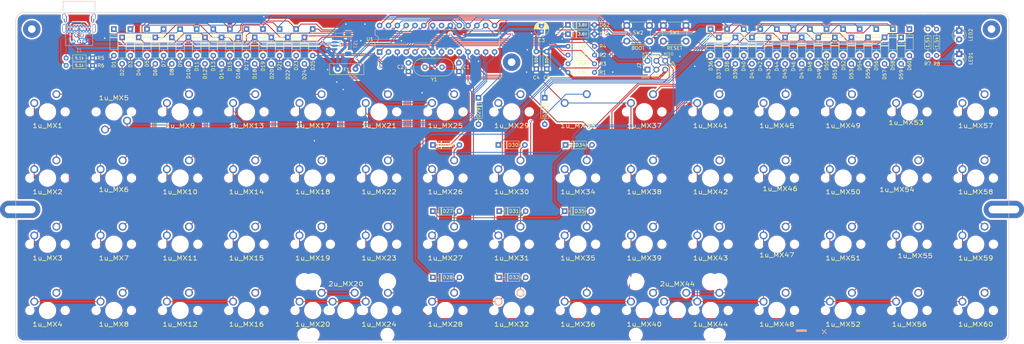
<source format=kicad_pcb>
(kicad_pcb (version 20171130) (host pcbnew "(5.1.10-1-10_14)")
  (title_block (title "Juliet PCB") (date 2021-01-23) (rev 1))
  (layers (0 F.Cu signal) (31 B.Cu signal) (34 B.Paste user) (35 F.Paste user) (36 B.SilkS user) (37 F.SilkS user) (38 B.Mask user) (39 F.Mask user) (44 Edge.Cuts user))
  (net 0 "")
  (net 1 +5V)
  (net 2 GND)
  (net 3 /ROW0)
  (net 4 /ROW1)
  (net 5 /ROW2)
  (net 6 /ROW3)
  (net 7 /ROW4)
  (net 8 /ROW5)
  (net 9 /RESET)
  (net 10 "Net-(LED1-Pad2)")
  (net 11 /USB_D+)
  (net 12 /USB_D-)
  (net 13 /COL3)
  (net 14 /COL0)
  (net 15 /COL1)
  (net 16 /COL2)
  (net 17 /COL4)
  (net 18 /COL5)
  (net 19 /COL6)
  (net 20 /COL7)
  (net 21 "Net-(F1-Pad1)")
  (net 22 "Net-(LED2-Pad2)")
  (net 23 /LED1)
  (net 24 /LED2)
  (net 25 "Net-(J1-PadCC2)")
  (net 26 "Net-(J1-PadCC1)")
  (net 27 "Net-(1u_MX2-Pad1)")
  (net 28 "Net-(1u_MX6-Pad1)")
  (net 29 "Net-(1u_MX7-Pad1)")
  (net 30 "Net-(1u_MX8-Pad1)")
  (net 31 "Net-(1u_MX9-Pad1)")
  (net 32 "Net-(1u_MX10-Pad1)")
  (net 33 "Net-(1u_MX11-Pad1)")
  (net 34 "Net-(1u_MX13-Pad1)")
  (net 35 "Net-(1u_MX14-Pad1)")
  (net 36 "Net-(1u_MX15-Pad1)")
  (net 37 "Net-(1u_MX16-Pad1)")
  (net 38 "Net-(1u_MX17-Pad1)")
  (net 39 "Net-(1u_MX19-Pad1)")
  (net 40 "Net-(1u_MX20-Pad1)")
  (net 41 "Net-(1u_MX21-Pad1)")
  (net 42 "Net-(1u_MX22-Pad1)")
  (net 43 "Net-(1u_MX23-Pad1)")
  (net 44 "Net-(1u_MX24-Pad1)")
  (net 45 "Net-(1u_MX25-Pad1)")
  (net 46 "Net-(1u_MX26-Pad1)")
  (net 47 "Net-(1u_MX27-Pad1)")
  (net 48 "Net-(1u_MX28-Pad1)")
  (net 49 "Net-(1u_MX29-Pad1)")
  (net 50 "Net-(1u_MX31-Pad1)")
  (net 51 "Net-(1u_MX32-Pad1)")
  (net 52 "Net-(1u_MX33-Pad1)")
  (net 53 "Net-(1u_MX34-Pad1)")
  (net 54 "Net-(1u_MX35-Pad1)")
  (net 55 "Net-(1u_MX36-Pad1)")
  (net 56 "Net-(1u_MX37-Pad1)")
  (net 57 "Net-(1u_MX38-Pad1)")
  (net 58 "Net-(1u_MX39-Pad1)")
  (net 59 "Net-(1u_MX40-Pad1)")
  (net 60 "Net-(1u_MX41-Pad1)")
  (net 61 "Net-(1u_MX45-Pad1)")
  (net 62 "Net-(1u_MX49-Pad1)")
  (net 63 "Net-(1u_MX51-Pad1)")
  (net 64 /ROW6)
  (net 65 "Net-(D61-Pad1)")
  (net 66 "Net-(D62-Pad1)")
  (net 67 "Net-(1u_MX30-Pad1)")
  (net 68 "Net-(1u_MX1-Pad1)")
  (net 69 "Net-(1u_MX3-Pad1)")
  (net 70 "Net-(1u_MX4-Pad1)")
  (net 71 "Net-(1u_MX5-Pad1)")
  (net 72 "Net-(1u_MX12-Pad1)")
  (net 73 "Net-(1u_MX18-Pad1)")
  (net 74 "Net-(1u_MX42-Pad1)")
  (net 75 "Net-(1u_MX43-Pad1)")
  (net 76 "Net-(1u_MX44-Pad1)")
  (net 77 "Net-(1u_MX46-Pad1)")
  (net 78 "Net-(1u_MX47-Pad1)")
  (net 79 "Net-(1u_MX48-Pad1)")
  (net 80 "Net-(1u_MX50-Pad1)")
  (net 81 "Net-(1u_MX52-Pad1)")
  (net 82 "Net-(1u_MX53-Pad1)")
  (net 83 "Net-(1u_MX54-Pad1)")
  (net 84 "Net-(1u_MX55-Pad1)")
  (net 85 "Net-(1u_MX56-Pad1)")
  (net 86 "Net-(1u_MX57-Pad1)")
  (net 87 "Net-(1u_MX58-Pad1)")
  (net 88 "Net-(1u_MX59-Pad1)")
  (net 89 "Net-(1u_MX60-Pad1)")
  (net 90 /ROW7)
  (net 91 "Net-(C1-Pad1)")
  (net 92 "Net-(C2-Pad1)")
  (module juliet:MX_PCB_200B (layer F.Cu) (at 104.775 140.49375)
    (fp_text reference 2u_MX20 (at 0 -7.62) (layer F.SilkS) (effects (font (size 1.27 1.524) (thickness 0.2032))))
    (fp_text value LSpace hide)
    (pad 1 thru_hole circle (at 2.54 -5.08) (size 2.286 2.286) (drill 1.4986) (layers *.Cu *.Mask) (net 40 "Net-(1u_MX20-Pad1)"))
    (pad 2 thru_hole circle (at -3.81 -2.54 180) (size 2.286 2.286) (drill 1.4986) (layers *.Cu *.Mask) (net 16 /COL2))
    (pad "" np_thru_hole circle (at 0 0 90) (size 3.9878 3.9878) (drill 3.9878) (layers *.Cu *.Mask))
    (pad HOLE np_thru_hole circle (at 5.08 0 180) (size 1.7018 1.7018) (drill 1.7018) (layers *.Cu))
    (pad HOLE np_thru_hole circle (at -5.08 0 180) (size 1.7018 1.7018) (drill 1.7018) (layers *.Cu))
    (pad "" np_thru_hole circle (at -11.938 6.985) (size 3.048 3.048) (drill 3.048) (layers *.Cu *.Mask))
    (pad "" np_thru_hole circle (at 11.938 6.985 180) (size 3.048 3.048) (drill 3.048) (layers *.Cu *.Mask))
    (pad "" np_thru_hole circle (at -11.938 -8.255) (size 3.9878 3.9878) (drill 3.9878) (layers *.Cu *.Mask))
    (pad "" np_thru_hole circle (at 11.938 -8.255) (size 3.9878 3.9878) (drill 3.9878) (layers *.Cu *.Mask))
  )
  (module juliet:MX_PCB_200B (layer F.Cu) (at 200.025 140.49375)
    (fp_text reference 2u_MX44 (at 0 -7.62) (layer F.SilkS) (effects (font (size 1.27 1.524) (thickness 0.2032))))
    (fp_text value RSpace hide)
    (pad 1 thru_hole circle (at 2.54 -5.08) (size 2.286 2.286) (drill 1.4986) (layers *.Cu *.Mask) (net 76 "Net-(1u_MX44-Pad1)"))
    (pad 2 thru_hole circle (at -3.81 -2.54 180) (size 2.286 2.286) (drill 1.4986) (layers *.Cu *.Mask) (net 18 /COL5))
    (pad "" np_thru_hole circle (at 0 0 90) (size 3.9878 3.9878) (drill 3.9878) (layers *.Cu *.Mask))
    (pad HOLE np_thru_hole circle (at 5.08 0 180) (size 1.7018 1.7018) (drill 1.7018) (layers *.Cu))
    (pad HOLE np_thru_hole circle (at -5.08 0 180) (size 1.7018 1.7018) (drill 1.7018) (layers *.Cu))
    (pad "" np_thru_hole circle (at -11.938 6.985) (size 3.048 3.048) (drill 3.048) (layers *.Cu *.Mask))
    (pad "" np_thru_hole circle (at 11.938 6.985 180) (size 3.048 3.048) (drill 3.048) (layers *.Cu *.Mask))
    (pad "" np_thru_hole circle (at -11.938 -8.255) (size 3.9878 3.9878) (drill 3.9878) (layers *.Cu *.Mask))
    (pad "" np_thru_hole circle (at 11.938 -8.255) (size 3.9878 3.9878) (drill 3.9878) (layers *.Cu *.Mask))
  )
  (module Symbol:OSHW-Logo2_9.8x8mm_Copper (layer B.Cu) (at 200.263125 91.91625 180)
    (fp_text reference REF** hide)
    (fp_text value OSHW-Logo2_9.8x8mm_Copper hide)
  )
  (module juliet:Flags (layer B.Cu) (at 235.74375 146.685 180)
    (fp_text reference REF** hide)
    (fp_text value flags)
  )
  (module juliet:MX (layer F.Cu) (at 133.35 121.44375)
    (fp_text reference 1u_MX27 (at 0 4) (layer F.SilkS) (effects (font (size 1.27 1.524) (thickness 0.2032))))
    (fp_text value 7)
    (pad "" np_thru_hole circle (at 5.08 0) (size 1.7018 1.7018) (drill 1.7018) (layers *.Cu *.Mask))
    (pad "" np_thru_hole circle (at -5.08 0) (size 1.7018 1.7018) (drill 1.7018) (layers *.Cu *.Mask))
    (pad "" np_thru_hole circle (at 0 0) (size 3.9878 3.9878) (drill 3.9878) (layers *.Cu *.Mask))
    (pad 2 thru_hole circle (at -3.81 -2.54) (size 2.286 2.286) (drill 1.4986) (layers *.Cu *.Mask) (net 13 /COL3))
    (pad 1 thru_hole circle (at 2.54 -5.08) (size 2.286 2.286) (drill 1.4986) (layers *.Cu *.Mask) (net 47 "Net-(1u_MX27-Pad1)"))
  )
  (module juliet:MX (layer F.Cu) (at 133.35 83.34375)
    (fp_text reference 1u_MX25 (at 0 4) (layer F.SilkS) (effects (font (size 1.27 1.524) (thickness 0.2032))))
    (fp_text value 1)
    (pad "" np_thru_hole circle (at 5.08 0) (size 1.7018 1.7018) (drill 1.7018) (layers *.Cu *.Mask))
    (pad "" np_thru_hole circle (at -5.08 0) (size 1.7018 1.7018) (drill 1.7018) (layers *.Cu *.Mask))
    (pad "" np_thru_hole circle (at 0 0) (size 3.9878 3.9878) (drill 3.9878) (layers *.Cu *.Mask))
    (pad 2 thru_hole circle (at -3.81 -2.54) (size 2.286 2.286) (drill 1.4986) (layers *.Cu *.Mask) (net 13 /COL3))
    (pad 1 thru_hole circle (at 2.54 -5.08) (size 2.286 2.286) (drill 1.4986) (layers *.Cu *.Mask) (net 45 "Net-(1u_MX25-Pad1)"))
  )
  (module juliet:MX_PCB_700H (layer F.Cu) (at 152.4 140.49375)
    (fp_text reference 7u_MX32 hide)
    (fp_text value Space hide)
    (pad "" np_thru_hole circle (at -57.15 -8.255 180) (size 3.9878 3.9878) (drill 3.9878) (layers *.Cu *.Mask))
    (pad "" np_thru_hole circle (at 57.15 -8.255 180) (size 3.9878 3.9878) (drill 3.9878) (layers *.Cu *.Mask))
    (pad "" np_thru_hole circle (at -57.15 6.985 180) (size 3.048 3.048) (drill 3.048) (layers *.Cu *.Mask))
    (pad "" np_thru_hole circle (at 57.15 6.985 180) (size 3.048 3.048) (drill 3.048) (layers *.Cu *.Mask))
    (pad "" np_thru_hole circle (at -5.08 0 180) (size 1.8 1.8) (drill 1.8) (layers *.Cu *.Mask))
    (pad "" np_thru_hole circle (at 5.08 0 180) (size 1.8 1.8) (drill 1.8) (layers *.Cu *.Mask))
    (pad "" np_thru_hole circle (at 0 0 180) (size 3.9878 3.9878) (drill 3.9878) (layers *.Cu *.Mask))
    (pad 2 thru_hole circle (at -3.81 -2.54) (size 2.286 2.286) (drill 1.4986) (layers *.Cu *.SilkS *.Mask) (net 13 /COL3))
    (pad 1 thru_hole circle (at 2.54 -5.08) (size 2.286 2.286) (drill 1.4986) (layers *.Cu *.SilkS *.Mask) (net 51 "Net-(1u_MX32-Pad1)"))
  )
  (module juliet:MX (layer F.Cu) (at 57.15 102.39375)
    (fp_text reference 1u_MX10 (at 0 4) (layer F.SilkS) (effects (font (size 1.27 1.524) (thickness 0.2032))))
    (fp_text value S)
    (pad "" np_thru_hole circle (at 5.08 0) (size 1.7018 1.7018) (drill 1.7018) (layers *.Cu *.Mask))
    (pad "" np_thru_hole circle (at -5.08 0) (size 1.7018 1.7018) (drill 1.7018) (layers *.Cu *.Mask))
    (pad "" np_thru_hole circle (at 0 0) (size 3.9878 3.9878) (drill 3.9878) (layers *.Cu *.Mask))
    (pad 2 thru_hole circle (at -3.81 -2.54) (size 2.286 2.286) (drill 1.4986) (layers *.Cu *.Mask) (net 15 /COL1))
    (pad 1 thru_hole circle (at 2.54 -5.08) (size 2.286 2.286) (drill 1.4986) (layers *.Cu *.Mask) (net 32 "Net-(1u_MX10-Pad1)"))
  )
  (module juliet:MX (layer F.Cu) (at 228.6 121.44375)
    (fp_text reference 1u_MX47 (at 0 3.095625) (layer F.SilkS) (effects (font (size 1.27 1.524) (thickness 0.2032))))
    (fp_text value ,)
    (pad "" np_thru_hole circle (at 5.08 0) (size 1.7018 1.7018) (drill 1.7018) (layers *.Cu *.Mask))
    (pad "" np_thru_hole circle (at -5.08 0) (size 1.7018 1.7018) (drill 1.7018) (layers *.Cu *.Mask))
    (pad "" np_thru_hole circle (at 0 0) (size 3.9878 3.9878) (drill 3.9878) (layers *.Cu *.Mask))
    (pad 2 thru_hole circle (at -3.81 -2.54) (size 2.286 2.286) (drill 1.4986) (layers *.Cu *.Mask) (net 18 /COL5))
    (pad 1 thru_hole circle (at 2.54 -5.08) (size 2.286 2.286) (drill 1.4986) (layers *.Cu *.Mask) (net 78 "Net-(1u_MX47-Pad1)"))
  )
  (module juliet:MX (layer F.Cu) (at 228.6 102.39375)
    (fp_text reference 1u_MX46 (at 0.9525 3.095625) (layer F.SilkS) (effects (font (size 1.27 1.524) (thickness 0.2032))))
    (fp_text value K)
    (pad "" np_thru_hole circle (at 5.08 0) (size 1.7018 1.7018) (drill 1.7018) (layers *.Cu *.Mask))
    (pad "" np_thru_hole circle (at -5.08 0) (size 1.7018 1.7018) (drill 1.7018) (layers *.Cu *.Mask))
    (pad "" np_thru_hole circle (at 0 0) (size 3.9878 3.9878) (drill 3.9878) (layers *.Cu *.Mask))
    (pad 2 thru_hole circle (at -3.81 -2.54) (size 2.286 2.286) (drill 1.4986) (layers *.Cu *.Mask) (net 18 /COL5))
    (pad 1 thru_hole circle (at 2.54 -5.08) (size 2.286 2.286) (drill 1.4986) (layers *.Cu *.Mask) (net 77 "Net-(1u_MX46-Pad1)"))
  )
  (module Diode_THT:D_DO-35_SOD27_P7.62mm_Horizontal (layer F.Cu) (at 235.74375 61.9125 270)
    (fp_text reference D47 (at 10.4775 0 90) (layer F.SilkS))
    (fp_text value 1N4148)
    (pad 2 thru_hole oval (at 7.62 0 270) (size 1.6 1.6) (drill 0.8) (layers *.Cu *.Mask) (net 78 "Net-(1u_MX47-Pad1)"))
    (pad 1 thru_hole rect (at 0 0 270) (size 1.6 1.6) (drill 0.8) (layers *.Cu *.Mask) (net 64 /ROW6))
  )
  (module juliet:USB_Hybrid_THT (layer B.Cu) (at 25.136968 60.295127)
    (fp_text reference J1 (at 2.975 5.334) (layer B.SilkS) (effects (justify mirror)))
    (fp_text value USB)
    (pad GND thru_hole oval (at 0 0) (size 0.7 1) (drill 0.4 (offset 0 -0.15)) (layers *.Cu *.Mask) (net 2 GND))
    (pad V+ thru_hole oval (at 0.85 0) (size 0.7 1) (drill 0.4 (offset 0 -0.15)) (layers *.Cu *.Mask) (net 21 "Net-(F1-Pad1)"))
    (pad CC1 thru_hole oval (at 1.7 0) (size 0.7 1) (drill 0.4 (offset 0 -0.15)) (layers *.Cu *.Mask) (net 26 "Net-(J1-PadCC1)"))
    (pad D+ thru_hole oval (at 2.55 0) (size 0.7 1) (drill 0.4 (offset 0 -0.15)) (layers *.Cu *.Mask) (net 65 "Net-(D61-Pad1)"))
    (pad D- thru_hole oval (at 3.4 0) (size 0.7 1) (drill 0.4 (offset 0 -0.15)) (layers *.Cu *.Mask) (net 66 "Net-(D62-Pad1)"))
    (pad "" thru_hole oval (at 4.25 0) (size 0.7 1) (drill 0.4 (offset 0 -0.15)) (layers *.Cu *.Mask))
    (pad V+ thru_hole oval (at 5.1 0) (size 0.7 1) (drill 0.4 (offset 0 -0.15)) (layers *.Cu *.Mask) (net 21 "Net-(F1-Pad1)"))
    (pad GND thru_hole oval (at 5.95 0) (size 0.7 1) (drill 0.4 (offset 0 -0.15)) (layers *.Cu *.Mask) (net 2 GND))
    (pad V+ thru_hole oval (at 0.85 -1.35) (size 0.7 1) (drill 0.4 (offset 0 -0.15)) (layers *.Cu *.Mask) (net 21 "Net-(F1-Pad1)"))
    (pad D- thru_hole oval (at 2.55 -1.35) (size 0.7 1) (drill 0.4 (offset 0 -0.15)) (layers *.Cu *.Mask) (net 66 "Net-(D62-Pad1)"))
    (pad "" thru_hole oval (at 1.7 -1.35) (size 0.7 1) (drill 0.4 (offset 0 -0.15)) (layers *.Cu *.Mask))
    (pad GND thru_hole oval (at 0 -1.35) (size 0.7 1) (drill 0.4 (offset 0 -0.15)) (layers *.Cu *.Mask) (net 2 GND))
    (pad CC2 thru_hole oval (at 4.25 -1.35) (size 0.7 1) (drill 0.4 (offset 0 -0.15)) (layers *.Cu *.Mask) (net 25 "Net-(J1-PadCC2)"))
    (pad V+ thru_hole oval (at 5.1 -1.35) (size 0.7 1) (drill 0.4 (offset 0 -0.15)) (layers *.Cu *.Mask) (net 21 "Net-(F1-Pad1)"))
    (pad GND thru_hole oval (at 5.95 -1.35) (size 0.7 1) (drill 0.4 (offset 0 -0.15)) (layers *.Cu *.Mask) (net 2 GND))
    (pad D+ thru_hole oval (at 3.4 -1.35) (size 0.7 1) (drill 0.4 (offset 0 -0.15)) (layers *.Cu *.Mask) (net 65 "Net-(D61-Pad1)"))
    (pad "" thru_hole oval (at -1.35 -0.98) (size 0.9 2.4) (drill oval 0.6 2.1) (layers *.Cu *.Mask))
    (pad "" thru_hole oval (at 7.3 -0.98) (size 0.9 2.4) (drill oval 0.6 2.1) (layers *.Cu *.Mask))
    (pad "" thru_hole oval (at -1.35 -4.36) (size 0.9 1.7) (drill oval 0.6 1.4) (layers *.Cu *.Mask))
    (pad "" thru_hole oval (at 7.3 -4.36) (size 0.9 1.7) (drill oval 0.6 1.4) (layers *.Cu *.Mask))
    (pad D- thru_hole circle (at 2.172 1.044 180) (size 1.1 1.1) (drill 0.7) (layers *.Cu *.Mask) (net 66 "Net-(D62-Pad1)"))
    (pad V+ thru_hole circle (at 1.372 2.794 180) (size 1.1 1.1) (drill 0.7) (layers *.Cu *.Mask) (net 21 "Net-(F1-Pad1)"))
    (pad D+ thru_hole circle (at 2.972 2.794 180) (size 1.1 1.1) (drill 0.7) (layers *.Cu *.Mask) (net 65 "Net-(D61-Pad1)"))
    (pad "" thru_hole circle (at 3.772 1.044 180) (size 1.1 1.1) (drill 0.7) (layers *.Cu *.Mask))
    (pad GND thru_hole rect (at 4.572 2.794 180) (size 1.1 1.1) (drill 0.7) (layers *.Cu *.Mask) (net 2 GND))
    (pad "" thru_hole oval (at -0.928 -3.656 180) (size 0.85 2) (drill oval 0.35 1.5) (layers *.Cu *.Mask))
    (pad "" thru_hole oval (at 6.872 -3.656 180) (size 0.85 2) (drill oval 0.35 1.5) (layers *.Cu *.Mask))
  )
  (module Diode_THT:D_DO-35_SOD27_P7.62mm_Horizontal (layer F.Cu) (at 211.93125 61.9125 270)
    (fp_text reference D37 (at 10.4775 0 90) (layer F.SilkS))
    (fp_text value 1N4148)
    (pad 2 thru_hole oval (at 7.62 0 270) (size 1.6 1.6) (drill 0.8) (layers *.Cu *.Mask) (net 56 "Net-(1u_MX37-Pad1)"))
    (pad 1 thru_hole rect (at 0 0 270) (size 1.6 1.6) (drill 0.8) (layers *.Cu *.Mask) (net 7 /ROW4))
  )
  (module Diode_THT:D_DO-35_SOD27_P7.62mm_Horizontal (layer F.Cu) (at 247.65 59.53125 270)
    (fp_text reference D52 (at 10.46875 -0.1125 90) (layer F.SilkS))
    (fp_text value 1N4148)
    (pad 2 thru_hole oval (at 7.62 0 270) (size 1.6 1.6) (drill 0.8) (layers *.Cu *.Mask) (net 81 "Net-(1u_MX52-Pad1)"))
    (pad 1 thru_hole rect (at 0 0 270) (size 1.6 1.6) (drill 0.8) (layers *.Cu *.Mask) (net 6 /ROW3))
  )
  (module juliet:MountingSlot_M2 (layer F.Cu) (at 293.84625 111.4425)
    (fp_text reference H9 hide)
    (fp_text value M2)
    (pad "" np_thru_hole oval (at 0 0) (size 11.6 5) (drill oval 8.8 2.2) (layers *.Cu *.Mask))
  )
  (module juliet:MountingSlot_M2 (layer F.Cu) (at 11.191875 111.4425)
    (fp_text reference H2 hide)
    (fp_text value M2)
    (pad "" np_thru_hole oval (at 0 0) (size 11.6 5) (drill oval 8.8 2.2) (layers *.Cu *.Mask))
  )
  (module juliet:MountingHole_M2 (layer F.Cu) (at 290.274375 59.53125)
    (fp_text reference H7 hide)
    (fp_text value M2)
    (pad "" np_thru_hole circle (at 0 0) (size 5 5) (drill 2.2) (layers *.Cu *.Mask))
  )
  (module juliet:MountingHole_M2 (layer F.Cu) (at 152.4 69.05625)
    (fp_text reference H4 hide)
    (fp_text value M2)
    (pad "" np_thru_hole circle (at 0 0) (size 5 5) (drill 2.2) (layers *.Cu *.Mask))
  )
  (module juliet:MountingHole_M2 (layer F.Cu) (at 14.525625 59.53125)
    (fp_text reference H1 hide)
    (fp_text value M2)
    (pad "" np_thru_hole circle (at 0 0) (size 5 5) (drill 2.2) (layers *.Cu *.Mask))
  )
  (module Diode_THT:D_DO-35_SOD27_P7.62mm_Horizontal (layer F.Cu) (at 226.21875 61.9125 270)
    (fp_text reference D43 (at 10.4775 0 90) (layer F.SilkS))
    (fp_text value 1N4148)
    (pad 1 thru_hole rect (at 0 0 270) (size 1.6 1.6) (drill 0.8) (layers *.Cu *.Mask) (net 5 /ROW2))
    (pad 2 thru_hole oval (at 7.62 0 270) (size 1.6 1.6) (drill 0.8) (layers *.Cu *.Mask) (net 75 "Net-(1u_MX43-Pad1)"))
  )
  (module Diode_THT:D_DO-35_SOD27_P7.62mm_Horizontal (layer F.Cu) (at 64.29375 61.9125 270)
    (fp_text reference D12 (at 10.5875 0 90) (layer F.SilkS))
    (fp_text value 1N4148)
    (pad 2 thru_hole oval (at 7.62 0 270) (size 1.6 1.6) (drill 0.8) (layers *.Cu *.Mask) (net 72 "Net-(1u_MX12-Pad1)"))
    (pad 1 thru_hole rect (at 0 0 270) (size 1.6 1.6) (drill 0.8) (layers *.Cu *.Mask) (net 6 /ROW3))
  )
  (module juliet:MX (layer F.Cu) (at 57.15 83.34375)
    (fp_text reference 1u_MX9 (at 0 4) (layer F.SilkS) (effects (font (size 1.27 1.524) (thickness 0.2032))))
    (fp_text value W)
    (pad "" np_thru_hole circle (at 5.08 0) (size 1.7018 1.7018) (drill 1.7018) (layers *.Cu *.Mask))
    (pad "" np_thru_hole circle (at -5.08 0) (size 1.7018 1.7018) (drill 1.7018) (layers *.Cu *.Mask))
    (pad "" np_thru_hole circle (at 0 0) (size 3.9878 3.9878) (drill 3.9878) (layers *.Cu *.Mask))
    (pad 2 thru_hole circle (at -3.81 -2.54) (size 2.286 2.286) (drill 1.4986) (layers *.Cu *.Mask) (net 15 /COL1))
    (pad 1 thru_hole circle (at 2.54 -5.08) (size 2.286 2.286) (drill 1.4986) (layers *.Cu *.Mask) (net 31 "Net-(1u_MX9-Pad1)"))
  )
  (module juliet:MX (layer F.Cu) (at 285.75 83.34375)
    (fp_text reference 1u_MX57 (at 0 4) (layer F.SilkS) (effects (font (size 1.27 1.524) (thickness 0.2032))))
    (fp_text value Back)
    (pad "" np_thru_hole circle (at 5.08 0) (size 1.7018 1.7018) (drill 1.7018) (layers *.Cu *.Mask))
    (pad "" np_thru_hole circle (at -5.08 0) (size 1.7018 1.7018) (drill 1.7018) (layers *.Cu *.Mask))
    (pad "" np_thru_hole circle (at 0 0) (size 3.9878 3.9878) (drill 3.9878) (layers *.Cu *.Mask))
    (pad 2 thru_hole circle (at -3.81 -2.54) (size 2.286 2.286) (drill 1.4986) (layers *.Cu *.Mask) (net 20 /COL7))
    (pad 1 thru_hole circle (at 2.54 -5.08) (size 2.286 2.286) (drill 1.4986) (layers *.Cu *.Mask) (net 86 "Net-(1u_MX57-Pad1)"))
  )
  (module juliet:MX (layer F.Cu) (at 266.7 121.44375)
    (fp_text reference 1u_MX55 (at 1.666875 3.33375) (layer F.SilkS) (effects (font (size 1.27 1.524) (thickness 0.2032))))
    (fp_text value /)
    (pad "" np_thru_hole circle (at 5.08 0) (size 1.7018 1.7018) (drill 1.7018) (layers *.Cu *.Mask))
    (pad "" np_thru_hole circle (at -5.08 0) (size 1.7018 1.7018) (drill 1.7018) (layers *.Cu *.Mask))
    (pad "" np_thru_hole circle (at 0 0) (size 3.9878 3.9878) (drill 3.9878) (layers *.Cu *.Mask))
    (pad 2 thru_hole circle (at -3.81 -2.54) (size 2.286 2.286) (drill 1.4986) (layers *.Cu *.Mask) (net 19 /COL6))
    (pad 1 thru_hole circle (at 2.54 -5.08) (size 2.286 2.286) (drill 1.4986) (layers *.Cu *.Mask) (net 84 "Net-(1u_MX55-Pad1)"))
  )
  (module juliet:MX (layer F.Cu) (at 266.7 102.39375)
    (fp_text reference 1u_MX54 (at -3.571875 3.33375) (layer F.SilkS) (effects (font (size 1.27 1.524) (thickness 0.2032))))
    (fp_text value ;)
    (pad "" np_thru_hole circle (at 5.08 0) (size 1.7018 1.7018) (drill 1.7018) (layers *.Cu *.Mask))
    (pad "" np_thru_hole circle (at -5.08 0) (size 1.7018 1.7018) (drill 1.7018) (layers *.Cu *.Mask))
    (pad "" np_thru_hole circle (at 0 0) (size 3.9878 3.9878) (drill 3.9878) (layers *.Cu *.Mask))
    (pad 2 thru_hole circle (at -3.81 -2.54) (size 2.286 2.286) (drill 1.4986) (layers *.Cu *.Mask) (net 19 /COL6))
    (pad 1 thru_hole circle (at 2.54 -5.08) (size 2.286 2.286) (drill 1.4986) (layers *.Cu *.Mask) (net 83 "Net-(1u_MX54-Pad1)"))
  )
  (module juliet:MX (layer F.Cu) (at 266.7 83.34375)
    (fp_text reference 1u_MX53 (at -0.9525 3.095625) (layer F.SilkS) (effects (font (size 1.27 1.524) (thickness 0.2032))))
    (fp_text value P)
    (pad "" np_thru_hole circle (at 5.08 0) (size 1.7018 1.7018) (drill 1.7018) (layers *.Cu *.Mask))
    (pad "" np_thru_hole circle (at -5.08 0) (size 1.7018 1.7018) (drill 1.7018) (layers *.Cu *.Mask))
    (pad "" np_thru_hole circle (at 0 0) (size 3.9878 3.9878) (drill 3.9878) (layers *.Cu *.Mask))
    (pad 2 thru_hole circle (at -3.81 -2.54) (size 2.286 2.286) (drill 1.4986) (layers *.Cu *.Mask) (net 19 /COL6))
    (pad 1 thru_hole circle (at 2.54 -5.08) (size 2.286 2.286) (drill 1.4986) (layers *.Cu *.Mask) (net 82 "Net-(1u_MX53-Pad1)"))
  )
  (module juliet:MX (layer F.Cu) (at 247.65 140.49375)
    (fp_text reference 1u_MX52 (at 0 4) (layer F.SilkS) (effects (font (size 1.27 1.524) (thickness 0.2032))))
    (fp_text value Down)
    (pad "" np_thru_hole circle (at 5.08 0) (size 1.7018 1.7018) (drill 1.7018) (layers *.Cu *.Mask))
    (pad "" np_thru_hole circle (at -5.08 0) (size 1.7018 1.7018) (drill 1.7018) (layers *.Cu *.Mask))
    (pad "" np_thru_hole circle (at 0 0) (size 3.9878 3.9878) (drill 3.9878) (layers *.Cu *.Mask))
    (pad 2 thru_hole circle (at -3.81 -2.54) (size 2.286 2.286) (drill 1.4986) (layers *.Cu *.Mask) (net 19 /COL6))
    (pad 1 thru_hole circle (at 2.54 -5.08) (size 2.286 2.286) (drill 1.4986) (layers *.Cu *.Mask) (net 81 "Net-(1u_MX52-Pad1)"))
  )
  (module juliet:MX (layer F.Cu) (at 247.65 121.44375)
    (fp_text reference 1u_MX51 (at 0 4) (layer F.SilkS) (effects (font (size 1.27 1.524) (thickness 0.2032))))
    (fp_text value .)
    (pad "" np_thru_hole circle (at 5.08 0) (size 1.7018 1.7018) (drill 1.7018) (layers *.Cu *.Mask))
    (pad "" np_thru_hole circle (at -5.08 0) (size 1.7018 1.7018) (drill 1.7018) (layers *.Cu *.Mask))
    (pad "" np_thru_hole circle (at 0 0) (size 3.9878 3.9878) (drill 3.9878) (layers *.Cu *.Mask))
    (pad 2 thru_hole circle (at -3.81 -2.54) (size 2.286 2.286) (drill 1.4986) (layers *.Cu *.Mask) (net 19 /COL6))
    (pad 1 thru_hole circle (at 2.54 -5.08) (size 2.286 2.286) (drill 1.4986) (layers *.Cu *.Mask) (net 63 "Net-(1u_MX51-Pad1)"))
  )
  (module juliet:MX (layer F.Cu) (at 247.65 102.39375)
    (fp_text reference 1u_MX50 (at 0 4) (layer F.SilkS) (effects (font (size 1.27 1.524) (thickness 0.2032))))
    (fp_text value L)
    (pad "" np_thru_hole circle (at 5.08 0) (size 1.7018 1.7018) (drill 1.7018) (layers *.Cu *.Mask))
    (pad "" np_thru_hole circle (at -5.08 0) (size 1.7018 1.7018) (drill 1.7018) (layers *.Cu *.Mask))
    (pad "" np_thru_hole circle (at 0 0) (size 3.9878 3.9878) (drill 3.9878) (layers *.Cu *.Mask))
    (pad 2 thru_hole circle (at -3.81 -2.54) (size 2.286 2.286) (drill 1.4986) (layers *.Cu *.Mask) (net 19 /COL6))
    (pad 1 thru_hole circle (at 2.54 -5.08) (size 2.286 2.286) (drill 1.4986) (layers *.Cu *.Mask) (net 80 "Net-(1u_MX50-Pad1)"))
  )
  (module juliet:MX (layer F.Cu) (at 247.65 83.34375)
    (fp_text reference 1u_MX49 (at 0 4) (layer F.SilkS) (effects (font (size 1.27 1.524) (thickness 0.2032))))
    (fp_text value O)
    (pad "" np_thru_hole circle (at 5.08 0) (size 1.7018 1.7018) (drill 1.7018) (layers *.Cu *.Mask))
    (pad "" np_thru_hole circle (at -5.08 0) (size 1.7018 1.7018) (drill 1.7018) (layers *.Cu *.Mask))
    (pad "" np_thru_hole circle (at 0 0) (size 3.9878 3.9878) (drill 3.9878) (layers *.Cu *.Mask))
    (pad 2 thru_hole circle (at -3.81 -2.54) (size 2.286 2.286) (drill 1.4986) (layers *.Cu *.Mask) (net 19 /COL6))
    (pad 1 thru_hole circle (at 2.54 -5.08) (size 2.286 2.286) (drill 1.4986) (layers *.Cu *.Mask) (net 62 "Net-(1u_MX49-Pad1)"))
  )
  (module juliet:MX (layer F.Cu) (at 228.6 83.34375)
    (fp_text reference 1u_MX45 (at 0 4) (layer F.SilkS) (effects (font (size 1.27 1.524) (thickness 0.2032))))
    (fp_text value I)
    (pad "" np_thru_hole circle (at 5.08 0) (size 1.7018 1.7018) (drill 1.7018) (layers *.Cu *.Mask))
    (pad "" np_thru_hole circle (at -5.08 0) (size 1.7018 1.7018) (drill 1.7018) (layers *.Cu *.Mask))
    (pad "" np_thru_hole circle (at 0 0) (size 3.9878 3.9878) (drill 3.9878) (layers *.Cu *.Mask))
    (pad 2 thru_hole circle (at -3.81 -2.54) (size 2.286 2.286) (drill 1.4986) (layers *.Cu *.Mask) (net 18 /COL5))
    (pad 1 thru_hole circle (at 2.54 -5.08) (size 2.286 2.286) (drill 1.4986) (layers *.Cu *.Mask) (net 61 "Net-(1u_MX45-Pad1)"))
  )
  (module juliet:MX (layer F.Cu) (at 209.55 140.49375)
    (fp_text reference 1u_MX44 (at 0 4) (layer F.SilkS) (effects (font (size 1.27 1.524) (thickness 0.2032))))
    (fp_text value Raise)
    (pad "" np_thru_hole circle (at 5.08 0) (size 1.7018 1.7018) (drill 1.7018) (layers *.Cu *.Mask))
    (pad "" np_thru_hole circle (at -5.08 0) (size 1.7018 1.7018) (drill 1.7018) (layers *.Cu *.Mask))
    (pad "" np_thru_hole circle (at 0 0) (size 3.9878 3.9878) (drill 3.9878) (layers *.Cu *.Mask))
    (pad 2 thru_hole circle (at -3.81 -2.54) (size 2.286 2.286) (drill 1.4986) (layers *.Cu *.Mask) (net 18 /COL5))
    (pad 1 thru_hole circle (at 2.54 -5.08) (size 2.286 2.286) (drill 1.4986) (layers *.Cu *.Mask) (net 76 "Net-(1u_MX44-Pad1)"))
  )
  (module juliet:MX (layer F.Cu) (at 209.55 121.44375)
    (fp_text reference 1u_MX43 (at 0 4) (layer F.SilkS) (effects (font (size 1.27 1.524) (thickness 0.2032))))
    (fp_text value M)
    (pad "" np_thru_hole circle (at 5.08 0) (size 1.7018 1.7018) (drill 1.7018) (layers *.Cu *.Mask))
    (pad "" np_thru_hole circle (at -5.08 0) (size 1.7018 1.7018) (drill 1.7018) (layers *.Cu *.Mask))
    (pad "" np_thru_hole circle (at 0 0) (size 3.9878 3.9878) (drill 3.9878) (layers *.Cu *.Mask))
    (pad 2 thru_hole circle (at -3.81 -2.54) (size 2.286 2.286) (drill 1.4986) (layers *.Cu *.Mask) (net 18 /COL5))
    (pad 1 thru_hole circle (at 2.54 -5.08) (size 2.286 2.286) (drill 1.4986) (layers *.Cu *.Mask) (net 75 "Net-(1u_MX43-Pad1)"))
  )
  (module juliet:MX (layer F.Cu) (at 209.55 102.39375)
    (fp_text reference 1u_MX42 (at 0 4) (layer F.SilkS) (effects (font (size 1.27 1.524) (thickness 0.2032))))
    (fp_text value J)
    (pad "" np_thru_hole circle (at 5.08 0) (size 1.7018 1.7018) (drill 1.7018) (layers *.Cu *.Mask))
    (pad "" np_thru_hole circle (at -5.08 0) (size 1.7018 1.7018) (drill 1.7018) (layers *.Cu *.Mask))
    (pad "" np_thru_hole circle (at 0 0) (size 3.9878 3.9878) (drill 3.9878) (layers *.Cu *.Mask))
    (pad 2 thru_hole circle (at -3.81 -2.54) (size 2.286 2.286) (drill 1.4986) (layers *.Cu *.Mask) (net 18 /COL5))
    (pad 1 thru_hole circle (at 2.54 -5.08) (size 2.286 2.286) (drill 1.4986) (layers *.Cu *.Mask) (net 74 "Net-(1u_MX42-Pad1)"))
  )
  (module juliet:MX (layer F.Cu) (at 209.55 83.34375)
    (fp_text reference 1u_MX41 (at 0 4) (layer F.SilkS) (effects (font (size 1.27 1.524) (thickness 0.2032))))
    (fp_text value U)
    (pad "" np_thru_hole circle (at 5.08 0) (size 1.7018 1.7018) (drill 1.7018) (layers *.Cu *.Mask))
    (pad "" np_thru_hole circle (at -5.08 0) (size 1.7018 1.7018) (drill 1.7018) (layers *.Cu *.Mask))
    (pad "" np_thru_hole circle (at 0 0) (size 3.9878 3.9878) (drill 3.9878) (layers *.Cu *.Mask))
    (pad 2 thru_hole circle (at -3.81 -2.54) (size 2.286 2.286) (drill 1.4986) (layers *.Cu *.Mask) (net 18 /COL5))
    (pad 1 thru_hole circle (at 2.54 -5.08) (size 2.286 2.286) (drill 1.4986) (layers *.Cu *.Mask) (net 60 "Net-(1u_MX41-Pad1)"))
  )
  (module juliet:MX (layer F.Cu) (at 190.5 83.34375)
    (fp_text reference 1u_MX37 (at 0 4) (layer F.SilkS) (effects (font (size 1.27 1.524) (thickness 0.2032))))
    (fp_text value Y)
    (pad "" np_thru_hole circle (at 5.08 0) (size 1.7018 1.7018) (drill 1.7018) (layers *.Cu *.Mask))
    (pad "" np_thru_hole circle (at -5.08 0) (size 1.7018 1.7018) (drill 1.7018) (layers *.Cu *.Mask))
    (pad "" np_thru_hole circle (at 0 0) (size 3.9878 3.9878) (drill 3.9878) (layers *.Cu *.Mask))
    (pad 2 thru_hole circle (at -3.81 -2.54) (size 2.286 2.286) (drill 1.4986) (layers *.Cu *.Mask) (net 17 /COL4))
    (pad 1 thru_hole circle (at 2.54 -5.08) (size 2.286 2.286) (drill 1.4986) (layers *.Cu *.Mask) (net 56 "Net-(1u_MX37-Pad1)"))
  )
  (module juliet:MX (layer F.Cu) (at 171.45 140.49375)
    (fp_text reference 1u_MX36 (at 0 4) (layer F.SilkS) (effects (font (size 1.27 1.524) (thickness 0.2032))))
    (fp_text value .)
    (pad "" np_thru_hole circle (at 5.08 0) (size 1.7018 1.7018) (drill 1.7018) (layers *.Cu *.Mask))
    (pad "" np_thru_hole circle (at -5.08 0) (size 1.7018 1.7018) (drill 1.7018) (layers *.Cu *.Mask))
    (pad "" np_thru_hole circle (at 0 0) (size 3.9878 3.9878) (drill 3.9878) (layers *.Cu *.Mask))
    (pad 2 thru_hole circle (at -3.81 -2.54) (size 2.286 2.286) (drill 1.4986) (layers *.Cu *.Mask) (net 17 /COL4))
    (pad 1 thru_hole circle (at 2.54 -5.08) (size 2.286 2.286) (drill 1.4986) (layers *.Cu *.Mask) (net 55 "Net-(1u_MX36-Pad1)"))
  )
  (module juliet:MX (layer F.Cu) (at 171.45 121.44375)
    (fp_text reference 1u_MX35 (at 0 4) (layer F.SilkS) (effects (font (size 1.27 1.524) (thickness 0.2032))))
    (fp_text value 9)
    (pad "" np_thru_hole circle (at 5.08 0) (size 1.7018 1.7018) (drill 1.7018) (layers *.Cu *.Mask))
    (pad "" np_thru_hole circle (at -5.08 0) (size 1.7018 1.7018) (drill 1.7018) (layers *.Cu *.Mask))
    (pad "" np_thru_hole circle (at 0 0) (size 3.9878 3.9878) (drill 3.9878) (layers *.Cu *.Mask))
    (pad 2 thru_hole circle (at -3.81 -2.54) (size 2.286 2.286) (drill 1.4986) (layers *.Cu *.Mask) (net 17 /COL4))
    (pad 1 thru_hole circle (at 2.54 -5.08) (size 2.286 2.286) (drill 1.4986) (layers *.Cu *.Mask) (net 54 "Net-(1u_MX35-Pad1)"))
  )
  (module juliet:MX (layer F.Cu) (at 171.45 102.39375)
    (fp_text reference 1u_MX34 (at 0 4) (layer F.SilkS) (effects (font (size 1.27 1.524) (thickness 0.2032))))
    (fp_text value 6)
    (pad "" np_thru_hole circle (at 5.08 0) (size 1.7018 1.7018) (drill 1.7018) (layers *.Cu *.Mask))
    (pad "" np_thru_hole circle (at -5.08 0) (size 1.7018 1.7018) (drill 1.7018) (layers *.Cu *.Mask))
    (pad "" np_thru_hole circle (at 0 0) (size 3.9878 3.9878) (drill 3.9878) (layers *.Cu *.Mask))
    (pad 2 thru_hole circle (at -3.81 -2.54) (size 2.286 2.286) (drill 1.4986) (layers *.Cu *.Mask) (net 17 /COL4))
    (pad 1 thru_hole circle (at 2.54 -5.08) (size 2.286 2.286) (drill 1.4986) (layers *.Cu *.Mask) (net 53 "Net-(1u_MX34-Pad1)"))
  )
  (module juliet:MX (layer F.Cu) (at 171.45 83.34375)
    (fp_text reference 1u_MX33 (at 0 4) (layer F.SilkS) (effects (font (size 1.27 1.524) (thickness 0.2032))))
    (fp_text value 3)
    (pad "" np_thru_hole circle (at 5.08 0) (size 1.7018 1.7018) (drill 1.7018) (layers *.Cu *.Mask))
    (pad "" np_thru_hole circle (at -5.08 0) (size 1.7018 1.7018) (drill 1.7018) (layers *.Cu *.Mask))
    (pad "" np_thru_hole circle (at 0 0) (size 3.9878 3.9878) (drill 3.9878) (layers *.Cu *.Mask))
    (pad 2 thru_hole circle (at -3.81 -2.54) (size 2.286 2.286) (drill 1.4986) (layers *.Cu *.Mask) (net 17 /COL4))
    (pad 1 thru_hole circle (at 2.54 -5.08) (size 2.286 2.286) (drill 1.4986) (layers *.Cu *.Mask) (net 52 "Net-(1u_MX33-Pad1)"))
  )
  (module juliet:MX (layer F.Cu) (at 152.4 102.39375)
    (fp_text reference 1u_MX30 (at 0 4) (layer F.SilkS) (effects (font (size 1.27 1.524) (thickness 0.2032))))
    (fp_text value 5)
    (pad "" np_thru_hole circle (at 5.08 0) (size 1.7018 1.7018) (drill 1.7018) (layers *.Cu *.Mask))
    (pad "" np_thru_hole circle (at -5.08 0) (size 1.7018 1.7018) (drill 1.7018) (layers *.Cu *.Mask))
    (pad "" np_thru_hole circle (at 0 0) (size 3.9878 3.9878) (drill 3.9878) (layers *.Cu *.Mask))
    (pad 2 thru_hole circle (at -3.81 -2.54) (size 2.286 2.286) (drill 1.4986) (layers *.Cu *.Mask) (net 13 /COL3))
    (pad 1 thru_hole circle (at 2.54 -5.08) (size 2.286 2.286) (drill 1.4986) (layers *.Cu *.Mask) (net 67 "Net-(1u_MX30-Pad1)"))
  )
  (module juliet:MX (layer F.Cu) (at 152.4 83.34375)
    (fp_text reference 1u_MX29 (at 0 4) (layer F.SilkS) (effects (font (size 1.27 1.524) (thickness 0.2032))))
    (fp_text value 2)
    (pad "" np_thru_hole circle (at 5.08 0) (size 1.7018 1.7018) (drill 1.7018) (layers *.Cu *.Mask))
    (pad "" np_thru_hole circle (at -5.08 0) (size 1.7018 1.7018) (drill 1.7018) (layers *.Cu *.Mask))
    (pad "" np_thru_hole circle (at 0 0) (size 3.9878 3.9878) (drill 3.9878) (layers *.Cu *.Mask))
    (pad 2 thru_hole circle (at -3.81 -2.54) (size 2.286 2.286) (drill 1.4986) (layers *.Cu *.Mask) (net 13 /COL3))
    (pad 1 thru_hole circle (at 2.54 -5.08) (size 2.286 2.286) (drill 1.4986) (layers *.Cu *.Mask) (net 49 "Net-(1u_MX29-Pad1)"))
  )
  (module juliet:MX (layer F.Cu) (at 133.35 140.49375)
    (fp_text reference 1u_MX28 (at 0 4) (layer F.SilkS) (effects (font (size 1.27 1.524) (thickness 0.2032))))
    (fp_text value 0)
    (pad "" np_thru_hole circle (at 5.08 0) (size 1.7018 1.7018) (drill 1.7018) (layers *.Cu *.Mask))
    (pad "" np_thru_hole circle (at -5.08 0) (size 1.7018 1.7018) (drill 1.7018) (layers *.Cu *.Mask))
    (pad "" np_thru_hole circle (at 0 0) (size 3.9878 3.9878) (drill 3.9878) (layers *.Cu *.Mask))
    (pad 2 thru_hole circle (at -3.81 -2.54) (size 2.286 2.286) (drill 1.4986) (layers *.Cu *.Mask) (net 13 /COL3))
    (pad 1 thru_hole circle (at 2.54 -5.08) (size 2.286 2.286) (drill 1.4986) (layers *.Cu *.Mask) (net 48 "Net-(1u_MX28-Pad1)"))
  )
  (module juliet:MX (layer F.Cu) (at 133.35 102.39375)
    (fp_text reference 1u_MX26 (at 0 4) (layer F.SilkS) (effects (font (size 1.27 1.524) (thickness 0.2032))))
    (fp_text value 4)
    (pad "" np_thru_hole circle (at 5.08 0) (size 1.7018 1.7018) (drill 1.7018) (layers *.Cu *.Mask))
    (pad "" np_thru_hole circle (at -5.08 0) (size 1.7018 1.7018) (drill 1.7018) (layers *.Cu *.Mask))
    (pad "" np_thru_hole circle (at 0 0) (size 3.9878 3.9878) (drill 3.9878) (layers *.Cu *.Mask))
    (pad 2 thru_hole circle (at -3.81 -2.54) (size 2.286 2.286) (drill 1.4986) (layers *.Cu *.Mask) (net 13 /COL3))
    (pad 1 thru_hole circle (at 2.54 -5.08) (size 2.286 2.286) (drill 1.4986) (layers *.Cu *.Mask) (net 46 "Net-(1u_MX26-Pad1)"))
  )
  (module juliet:MX (layer F.Cu) (at 114.3 83.34375)
    (fp_text reference 1u_MX21 (at 0 4) (layer F.SilkS) (effects (font (size 1.27 1.524) (thickness 0.2032))))
    (fp_text value T)
    (pad "" np_thru_hole circle (at 5.08 0) (size 1.7018 1.7018) (drill 1.7018) (layers *.Cu *.Mask))
    (pad "" np_thru_hole circle (at -5.08 0) (size 1.7018 1.7018) (drill 1.7018) (layers *.Cu *.Mask))
    (pad "" np_thru_hole circle (at 0 0) (size 3.9878 3.9878) (drill 3.9878) (layers *.Cu *.Mask))
    (pad 2 thru_hole circle (at -3.81 -2.54) (size 2.286 2.286) (drill 1.4986) (layers *.Cu *.Mask) (net 16 /COL2))
    (pad 1 thru_hole circle (at 2.54 -5.08) (size 2.286 2.286) (drill 1.4986) (layers *.Cu *.Mask) (net 41 "Net-(1u_MX21-Pad1)"))
  )
  (module juliet:MX (layer F.Cu) (at 95.25 140.49375)
    (fp_text reference 1u_MX20 (at 0 4) (layer F.SilkS) (effects (font (size 1.27 1.524) (thickness 0.2032))))
    (fp_text value Lower)
    (pad "" np_thru_hole circle (at 5.08 0) (size 1.7018 1.7018) (drill 1.7018) (layers *.Cu *.Mask))
    (pad "" np_thru_hole circle (at -5.08 0) (size 1.7018 1.7018) (drill 1.7018) (layers *.Cu *.Mask))
    (pad "" np_thru_hole circle (at 0 0) (size 3.9878 3.9878) (drill 3.9878) (layers *.Cu *.Mask))
    (pad 2 thru_hole circle (at -3.81 -2.54) (size 2.286 2.286) (drill 1.4986) (layers *.Cu *.Mask) (net 16 /COL2))
    (pad 1 thru_hole circle (at 2.54 -5.08) (size 2.286 2.286) (drill 1.4986) (layers *.Cu *.Mask) (net 40 "Net-(1u_MX20-Pad1)"))
  )
  (module juliet:MX (layer F.Cu) (at 95.25 121.44375)
    (fp_text reference 1u_MX19 (at 0 4) (layer F.SilkS) (effects (font (size 1.27 1.524) (thickness 0.2032))))
    (fp_text value V)
    (pad "" np_thru_hole circle (at 5.08 0) (size 1.7018 1.7018) (drill 1.7018) (layers *.Cu *.Mask))
    (pad "" np_thru_hole circle (at -5.08 0) (size 1.7018 1.7018) (drill 1.7018) (layers *.Cu *.Mask))
    (pad "" np_thru_hole circle (at 0 0) (size 3.9878 3.9878) (drill 3.9878) (layers *.Cu *.Mask))
    (pad 2 thru_hole circle (at -3.81 -2.54) (size 2.286 2.286) (drill 1.4986) (layers *.Cu *.Mask) (net 16 /COL2))
    (pad 1 thru_hole circle (at 2.54 -5.08) (size 2.286 2.286) (drill 1.4986) (layers *.Cu *.Mask) (net 39 "Net-(1u_MX19-Pad1)"))
  )
  (module juliet:MX (layer F.Cu) (at 95.25 102.39375)
    (fp_text reference 1u_MX18 (at 0 4) (layer F.SilkS) (effects (font (size 1.27 1.524) (thickness 0.2032))))
    (fp_text value F)
    (pad "" np_thru_hole circle (at 5.08 0) (size 1.7018 1.7018) (drill 1.7018) (layers *.Cu *.Mask))
    (pad "" np_thru_hole circle (at -5.08 0) (size 1.7018 1.7018) (drill 1.7018) (layers *.Cu *.Mask))
    (pad "" np_thru_hole circle (at 0 0) (size 3.9878 3.9878) (drill 3.9878) (layers *.Cu *.Mask))
    (pad 2 thru_hole circle (at -3.81 -2.54) (size 2.286 2.286) (drill 1.4986) (layers *.Cu *.Mask) (net 16 /COL2))
    (pad 1 thru_hole circle (at 2.54 -5.08) (size 2.286 2.286) (drill 1.4986) (layers *.Cu *.Mask) (net 73 "Net-(1u_MX18-Pad1)"))
  )
  (module juliet:MX (layer F.Cu) (at 95.25 83.34375)
    (fp_text reference 1u_MX17 (at 0 4) (layer F.SilkS) (effects (font (size 1.27 1.524) (thickness 0.2032))))
    (fp_text value R)
    (pad "" np_thru_hole circle (at 5.08 0) (size 1.7018 1.7018) (drill 1.7018) (layers *.Cu *.Mask))
    (pad "" np_thru_hole circle (at -5.08 0) (size 1.7018 1.7018) (drill 1.7018) (layers *.Cu *.Mask))
    (pad "" np_thru_hole circle (at 0 0) (size 3.9878 3.9878) (drill 3.9878) (layers *.Cu *.Mask))
    (pad 2 thru_hole circle (at -3.81 -2.54) (size 2.286 2.286) (drill 1.4986) (layers *.Cu *.Mask) (net 16 /COL2))
    (pad 1 thru_hole circle (at 2.54 -5.08) (size 2.286 2.286) (drill 1.4986) (layers *.Cu *.Mask) (net 38 "Net-(1u_MX17-Pad1)"))
  )
  (module juliet:MX (layer F.Cu) (at 76.2 83.34375)
    (fp_text reference 1u_MX13 (at 0 4) (layer F.SilkS) (effects (font (size 1.27 1.524) (thickness 0.2032))))
    (fp_text value E)
    (pad "" np_thru_hole circle (at 5.08 0) (size 1.7018 1.7018) (drill 1.7018) (layers *.Cu *.Mask))
    (pad "" np_thru_hole circle (at -5.08 0) (size 1.7018 1.7018) (drill 1.7018) (layers *.Cu *.Mask))
    (pad "" np_thru_hole circle (at 0 0) (size 3.9878 3.9878) (drill 3.9878) (layers *.Cu *.Mask))
    (pad 2 thru_hole circle (at -3.81 -2.54) (size 2.286 2.286) (drill 1.4986) (layers *.Cu *.Mask) (net 15 /COL1))
    (pad 1 thru_hole circle (at 2.54 -5.08) (size 2.286 2.286) (drill 1.4986) (layers *.Cu *.Mask) (net 34 "Net-(1u_MX13-Pad1)"))
  )
  (module juliet:MX (layer F.Cu) (at 57.15 140.49375)
    (fp_text reference 1u_MX12 (at 0 4) (layer F.SilkS) (effects (font (size 1.27 1.524) (thickness 0.2032))))
    (fp_text value LAlt)
    (pad "" np_thru_hole circle (at 5.08 0) (size 1.7018 1.7018) (drill 1.7018) (layers *.Cu *.Mask))
    (pad "" np_thru_hole circle (at -5.08 0) (size 1.7018 1.7018) (drill 1.7018) (layers *.Cu *.Mask))
    (pad "" np_thru_hole circle (at 0 0) (size 3.9878 3.9878) (drill 3.9878) (layers *.Cu *.Mask))
    (pad 2 thru_hole circle (at -3.81 -2.54) (size 2.286 2.286) (drill 1.4986) (layers *.Cu *.Mask) (net 15 /COL1))
    (pad 1 thru_hole circle (at 2.54 -5.08) (size 2.286 2.286) (drill 1.4986) (layers *.Cu *.Mask) (net 72 "Net-(1u_MX12-Pad1)"))
  )
  (module juliet:MX (layer F.Cu) (at 57.15 121.44375)
    (fp_text reference 1u_MX11 (at 0 4) (layer F.SilkS) (effects (font (size 1.27 1.524) (thickness 0.2032))))
    (fp_text value X)
    (pad "" np_thru_hole circle (at 5.08 0) (size 1.7018 1.7018) (drill 1.7018) (layers *.Cu *.Mask))
    (pad "" np_thru_hole circle (at -5.08 0) (size 1.7018 1.7018) (drill 1.7018) (layers *.Cu *.Mask))
    (pad "" np_thru_hole circle (at 0 0) (size 3.9878 3.9878) (drill 3.9878) (layers *.Cu *.Mask))
    (pad 2 thru_hole circle (at -3.81 -2.54) (size 2.286 2.286) (drill 1.4986) (layers *.Cu *.Mask) (net 15 /COL1))
    (pad 1 thru_hole circle (at 2.54 -5.08) (size 2.286 2.286) (drill 1.4986) (layers *.Cu *.Mask) (net 33 "Net-(1u_MX11-Pad1)"))
  )
  (module juliet:MX (layer F.Cu) (at 38.1 102.39375)
    (fp_text reference 1u_MX6 (at 0 3.33375) (layer F.SilkS) (effects (font (size 1.27 1.524) (thickness 0.2032))))
    (fp_text value A)
    (pad "" np_thru_hole circle (at 5.08 0) (size 1.7018 1.7018) (drill 1.7018) (layers *.Cu *.Mask))
    (pad "" np_thru_hole circle (at -5.08 0) (size 1.7018 1.7018) (drill 1.7018) (layers *.Cu *.Mask))
    (pad "" np_thru_hole circle (at 0 0) (size 3.9878 3.9878) (drill 3.9878) (layers *.Cu *.Mask))
    (pad 2 thru_hole circle (at -3.81 -2.54) (size 2.286 2.286) (drill 1.4986) (layers *.Cu *.Mask) (net 14 /COL0))
    (pad 1 thru_hole circle (at 2.54 -5.08) (size 2.286 2.286) (drill 1.4986) (layers *.Cu *.Mask) (net 28 "Net-(1u_MX6-Pad1)"))
  )
  (module juliet:MX (layer F.Cu) (at 19.05 102.39375)
    (fp_text reference 1u_MX2 (at 0 4) (layer F.SilkS) (effects (font (size 1.27 1.524) (thickness 0.2032))))
    (fp_text value Esc)
    (pad "" np_thru_hole circle (at 5.08 0) (size 1.7018 1.7018) (drill 1.7018) (layers *.Cu *.Mask))
    (pad "" np_thru_hole circle (at -5.08 0) (size 1.7018 1.7018) (drill 1.7018) (layers *.Cu *.Mask))
    (pad "" np_thru_hole circle (at 0 0) (size 3.9878 3.9878) (drill 3.9878) (layers *.Cu *.Mask))
    (pad 2 thru_hole circle (at -3.81 -2.54) (size 2.286 2.286) (drill 1.4986) (layers *.Cu *.Mask) (net 14 /COL0))
    (pad 1 thru_hole circle (at 2.54 -5.08) (size 2.286 2.286) (drill 1.4986) (layers *.Cu *.Mask) (net 27 "Net-(1u_MX2-Pad1)"))
  )
  (module Resistor_THT:R_Axial_DIN0204_L3.6mm_D1.6mm_P7.62mm_Horizontal (layer F.Cu) (at 168.5925 64.5)
    (fp_text reference R4 (at 10 0 180) (layer F.SilkS))
    (fp_text value 10k (at 4.048122 0) (layer F.SilkS) (effects (font (size 0.8 0.8))))
    (pad 2 thru_hole oval (at 7.62 0) (size 1.4 1.4) (drill 0.7) (layers *.Cu *.Mask) (net 9 /RESET))
    (pad 1 thru_hole circle (at 0 0) (size 1.4 1.4) (drill 0.7) (layers *.Cu *.Mask) (net 1 +5V))
  )
  (module Resistor_THT:R_Axial_DIN0204_L3.6mm_D1.6mm_P7.62mm_Horizontal (layer F.Cu) (at 176.2125 67 180)
    (fp_text reference R2 (at -2.38125 0 180) (layer F.SilkS))
    (fp_text value 75R (at 3.62 0) (layer F.SilkS) (effects (font (size 0.8 0.8))))
    (pad 2 thru_hole oval (at 7.62 0 180) (size 1.4 1.4) (drill 0.7) (layers *.Cu *.Mask) (net 12 /USB_D-))
    (pad 1 thru_hole circle (at 0 0 180) (size 1.4 1.4) (drill 0.7) (layers *.Cu *.Mask) (net 66 "Net-(D62-Pad1)"))
  )
  (module Fuse:Fuse_Bourns_MF-RHT100 (layer F.Cu) (at 105 70.96125)
    (fp_text reference F1 (at 0.013125 0.238125 -180) (layer F.SilkS))
    (fp_text value 100mA)
    (pad 2 thru_hole circle (at 2.54 0) (size 1.71 1.71) (drill 0.71) (layers *.Cu *.Mask) (net 1 +5V))
    (pad 1 thru_hole circle (at -2.54 0) (size 1.71 1.71) (drill 0.71) (layers *.Cu *.Mask) (net 21 "Net-(F1-Pad1)"))
  )
  (module Diode_THT:D_DO-35_SOD27_P7.62mm_Horizontal (layer F.Cu) (at 69.05625 61.9125 270)
    (fp_text reference D14 (at 10.5875 0 90) (layer F.SilkS))
    (fp_text value 1N4148)
    (pad 1 thru_hole rect (at 0 0 270) (size 1.6 1.6) (drill 0.8) (layers *.Cu *.Mask) (net 8 /ROW5))
    (pad 2 thru_hole oval (at 7.62 0 270) (size 1.6 1.6) (drill 0.8) (layers *.Cu *.Mask) (net 35 "Net-(1u_MX14-Pad1)"))
  )
  (module Diode_THT:D_DO-35_SOD27_P7.62mm_Horizontal (layer F.Cu) (at 45.24375 61.9125 270)
    (fp_text reference D4 (at 10.0875 0 90) (layer F.SilkS))
    (fp_text value 1N4148)
    (pad 1 thru_hole rect (at 0 0 270) (size 1.6 1.6) (drill 0.8) (layers *.Cu *.Mask) (net 6 /ROW3))
    (pad 2 thru_hole oval (at 7.62 0 270) (size 1.6 1.6) (drill 0.8) (layers *.Cu *.Mask) (net 70 "Net-(1u_MX4-Pad1)"))
  )
  (module Diode_THT:D_DO-35_SOD27_P7.62mm_Horizontal (layer F.Cu) (at 228.6 59.53125 270)
    (fp_text reference D44 (at 10.715634 0 90) (layer F.SilkS))
    (fp_text value 1N4148)
    (pad 1 thru_hole rect (at 0 0 270) (size 1.6 1.6) (drill 0.8) (layers *.Cu *.Mask) (net 6 /ROW3))
    (pad 2 thru_hole oval (at 7.62 0 270) (size 1.6 1.6) (drill 0.8) (layers *.Cu *.Mask) (net 76 "Net-(1u_MX44-Pad1)"))
  )
  (module Diode_THT:D_DO-35_SOD27_P7.62mm_Horizontal (layer F.Cu) (at 95.25 59.53125 270)
    (fp_text reference D25 (at 10.46875 -0.0375 90) (layer F.SilkS))
    (fp_text value 1N4148)
    (pad 2 thru_hole oval (at 7.62 0 270) (size 1.6 1.6) (drill 0.8) (layers *.Cu *.Mask) (net 45 "Net-(1u_MX25-Pad1)"))
    (pad 1 thru_hole rect (at 0 0 270) (size 1.6 1.6) (drill 0.8) (layers *.Cu *.Mask) (net 3 /ROW0))
  )
  (module Capacitor_THT:CP_Radial_D4.0mm_P1.50mm (layer F.Cu) (at 161 60.245625 90)
    (fp_text reference C3 (at -2.5 0) (layer F.SilkS))
    (fp_text value 4.7u)
    (pad 1 thru_hole rect (at 0 0 90) (size 1.2 1.2) (drill 0.6) (layers *.Cu *.Mask) (net 1 +5V))
    (pad 2 thru_hole circle (at 1.5 0 90) (size 1.2 1.2) (drill 0.6) (layers *.Cu *.Mask) (net 2 GND))
  )
  (module Capacitor_THT:C_Disc_D4.3mm_W1.9mm_P5.00mm (layer F.Cu) (at 159.5 66 270)
    (fp_text reference C4 (at 7.5 0) (layer F.SilkS))
    (fp_text value 100n (at 2.5 0 90) (layer F.SilkS) (effects (font (size 0.8 0.8))))
    (pad 1 thru_hole circle (at 0 0 270) (size 1.6 1.6) (drill 0.8) (layers *.Cu *.Mask) (net 1 +5V))
    (pad 2 thru_hole circle (at 5 0 270) (size 1.6 1.6) (drill 0.8) (layers *.Cu *.Mask) (net 2 GND))
  )
  (module Capacitor_THT:C_Disc_D4.3mm_W1.9mm_P5.00mm (layer F.Cu) (at 162.5 66 270)
    (fp_text reference C5 (at 7.5 0) (layer F.SilkS))
    (fp_text value 100n (at 2.618748 0 90) (layer F.SilkS) (effects (font (size 0.8 0.8))))
    (pad 2 thru_hole circle (at 5 0 270) (size 1.6 1.6) (drill 0.8) (layers *.Cu *.Mask) (net 2 GND))
    (pad 1 thru_hole circle (at 0 0 270) (size 1.6 1.6) (drill 0.8) (layers *.Cu *.Mask) (net 1 +5V))
  )
  (module Capacitor_THT:C_Disc_D3.0mm_W1.6mm_P2.50mm (layer F.Cu) (at 137.25 69.25 270)
    (fp_text reference C1 (at 1.190625 -2.143125 180) (layer F.SilkS))
    (fp_text value 22p)
    (pad 2 thru_hole circle (at 2.5 0 270) (size 1.6 1.6) (drill 0.8) (layers *.Cu *.Mask) (net 2 GND))
    (pad 1 thru_hole circle (at 0 0 270) (size 1.6 1.6) (drill 0.8) (layers *.Cu *.Mask) (net 91 "Net-(C1-Pad1)"))
  )
  (module Capacitor_THT:C_Disc_D3.0mm_W1.6mm_P2.50mm (layer F.Cu) (at 122.75 69.25 270)
    (fp_text reference C2 (at 1.190625 2.270625 180) (layer F.SilkS))
    (fp_text value 22p)
    (pad 1 thru_hole circle (at 0 0 270) (size 1.6 1.6) (drill 0.8) (layers *.Cu *.Mask) (net 92 "Net-(C2-Pad1)"))
    (pad 2 thru_hole circle (at 2.5 0 270) (size 1.6 1.6) (drill 0.8) (layers *.Cu *.Mask) (net 2 GND))
  )
  (module Connector_PinHeader_2.54mm:PinHeader_2x03_P2.54mm_Vertical (layer F.Cu) (at 191.4525 71.199375 90)
    (fp_text reference J2 (at 1.178507 -2.381252 90) (layer F.SilkS))
    (fp_text value AVR_ISP_6)
    (pad 1 thru_hole rect (at 0 0 90) (size 1.7 1.7) (drill 1) (layers *.Cu *.Mask) (net 2 GND))
    (pad 2 thru_hole oval (at 2.54 0 90) (size 1.7 1.7) (drill 1) (layers *.Cu *.Mask) (net 9 /RESET))
    (pad 3 thru_hole oval (at 0 2.54 90) (size 1.7 1.7) (drill 1) (layers *.Cu *.Mask) (net 6 /ROW3))
    (pad 4 thru_hole oval (at 2.54 2.54 90) (size 1.7 1.7) (drill 1) (layers *.Cu *.Mask) (net 4 /ROW1))
    (pad 5 thru_hole oval (at 0 5.08 90) (size 1.7 1.7) (drill 1) (layers *.Cu *.Mask) (net 1 +5V))
    (pad 6 thru_hole oval (at 2.54 5.08 90) (size 1.7 1.7) (drill 1) (layers *.Cu *.Mask) (net 5 /ROW2))
  )
  (module LED_THT:LED_D3.0mm (layer F.Cu) (at 280.9875 66.675 270)
    (fp_text reference LED1 (at 1.310625 -3.33375 90) (layer F.SilkS))
    (fp_text value GREEN)
    (pad 1 thru_hole rect (at 0 0 270) (size 1.8 1.8) (drill 0.9) (layers *.Cu *.Mask) (net 2 GND))
    (pad 2 thru_hole circle (at 2.54 0 270) (size 1.8 1.8) (drill 0.9) (layers *.Cu *.Mask) (net 10 "Net-(LED1-Pad2)"))
  )
  (module Button_Switch_THT:SW_PUSH_6mm (layer F.Cu) (at 202.5 63 180)
    (fp_text reference SW1 (at 3.2625 2.5) (layer F.SilkS))
    (fp_text value RESET (at 3.2625 -2) (layer F.SilkS))
    (pad 2 thru_hole circle (at 0 4.5 270) (size 2 2) (drill 1.1) (layers *.Cu *.Mask) (net 2 GND))
    (pad 1 thru_hole circle (at 0 0 270) (size 2 2) (drill 1.1) (layers *.Cu *.Mask) (net 9 /RESET))
    (pad 2 thru_hole circle (at 6.5 4.5 270) (size 2 2) (drill 1.1) (layers *.Cu *.Mask) (net 2 GND))
    (pad 1 thru_hole circle (at 6.5 0 270) (size 2 2) (drill 1.1) (layers *.Cu *.Mask) (net 9 /RESET))
  )
  (module Button_Switch_THT:SW_PUSH_6mm (layer F.Cu) (at 192 63 180)
    (fp_text reference SW2 (at 3.2625 2.4375) (layer F.SilkS))
    (fp_text value BOOT (at 3.2625 -2) (layer F.SilkS))
    (pad 1 thru_hole circle (at 6.5 0 270) (size 2 2) (drill 1.1) (layers *.Cu *.Mask) (net 90 /ROW7))
    (pad 2 thru_hole circle (at 6.5 4.5 270) (size 2 2) (drill 1.1) (layers *.Cu *.Mask) (net 2 GND))
    (pad 1 thru_hole circle (at 0 0 270) (size 2 2) (drill 1.1) (layers *.Cu *.Mask) (net 90 /ROW7))
    (pad 2 thru_hole circle (at 0 4.5 270) (size 2 2) (drill 1.1) (layers *.Cu *.Mask) (net 2 GND))
  )
  (module Crystal:Crystal_HC49-4H_Vertical (layer F.Cu) (at 127.5175 70.485)
    (fp_text reference Y1 (at 2.604375 3.571875 180) (layer F.SilkS))
    (fp_text value 16MHz)
    (pad 1 thru_hole circle (at 0 0) (size 1.5 1.5) (drill 0.8) (layers *.Cu *.Mask) (net 92 "Net-(C2-Pad1)"))
    (pad 2 thru_hole circle (at 4.88 0) (size 1.5 1.5) (drill 0.8) (layers *.Cu *.Mask) (net 91 "Net-(C1-Pad1)"))
  )
  (module Package_DIP:DIP-28_W7.62mm (layer F.Cu) (at 114.48 66.12 90)
    (fp_text reference U1 (at 3.73125 -2.799375) (layer F.SilkS))
    (fp_text value ATMEGA328-PU)
    (pad 1 thru_hole rect (at 0 0 90) (size 1.6 1.6) (drill 0.8) (layers *.Cu *.Mask) (net 9 /RESET))
    (pad 15 thru_hole oval (at 7.62 33.02 90) (size 1.6 1.6) (drill 0.8) (layers *.Cu *.Mask) (net 8 /ROW5))
    (pad 2 thru_hole oval (at 0 2.54 90) (size 1.6 1.6) (drill 0.8) (layers *.Cu *.Mask) (net 19 /COL6))
    (pad 16 thru_hole oval (at 7.62 30.48 90) (size 1.6 1.6) (drill 0.8) (layers *.Cu *.Mask) (net 7 /ROW4))
    (pad 3 thru_hole oval (at 0 5.08 90) (size 1.6 1.6) (drill 0.8) (layers *.Cu *.Mask) (net 18 /COL5))
    (pad 17 thru_hole oval (at 7.62 27.94 90) (size 1.6 1.6) (drill 0.8) (layers *.Cu *.Mask) (net 6 /ROW3))
    (pad 4 thru_hole oval (at 0 7.62 90) (size 1.6 1.6) (drill 0.8) (layers *.Cu *.Mask) (net 11 /USB_D+))
    (pad 18 thru_hole oval (at 7.62 25.4 90) (size 1.6 1.6) (drill 0.8) (layers *.Cu *.Mask) (net 5 /ROW2))
    (pad 5 thru_hole oval (at 0 10.16 90) (size 1.6 1.6) (drill 0.8) (layers *.Cu *.Mask) (net 12 /USB_D-))
    (pad 19 thru_hole oval (at 7.62 22.86 90) (size 1.6 1.6) (drill 0.8) (layers *.Cu *.Mask) (net 4 /ROW1))
    (pad 6 thru_hole oval (at 0 12.7 90) (size 1.6 1.6) (drill 0.8) (layers *.Cu *.Mask) (net 17 /COL4))
    (pad 20 thru_hole oval (at 7.62 20.32 90) (size 1.6 1.6) (drill 0.8) (layers *.Cu *.Mask) (net 1 +5V))
    (pad 7 thru_hole oval (at 0 15.24 90) (size 1.6 1.6) (drill 0.8) (layers *.Cu *.Mask) (net 1 +5V))
    (pad 21 thru_hole oval (at 7.62 17.78 90) (size 1.6 1.6) (drill 0.8) (layers *.Cu *.Mask))
    (pad 8 thru_hole oval (at 0 17.78 90) (size 1.6 1.6) (drill 0.8) (layers *.Cu *.Mask) (net 2 GND))
    (pad 22 thru_hole oval (at 7.62 15.24 90) (size 1.6 1.6) (drill 0.8) (layers *.Cu *.Mask) (net 2 GND))
    (pad 9 thru_hole oval (at 0 20.32 90) (size 1.6 1.6) (drill 0.8) (layers *.Cu *.Mask) (net 92 "Net-(C2-Pad1)"))
    (pad 23 thru_hole oval (at 7.62 12.7 90) (size 1.6 1.6) (drill 0.8) (layers *.Cu *.Mask) (net 3 /ROW0))
    (pad 10 thru_hole oval (at 0 22.86 90) (size 1.6 1.6) (drill 0.8) (layers *.Cu *.Mask) (net 91 "Net-(C1-Pad1)"))
    (pad 24 thru_hole oval (at 7.62 10.16 90) (size 1.6 1.6) (drill 0.8) (layers *.Cu *.Mask) (net 20 /COL7))
    (pad 11 thru_hole oval (at 0 25.4 90) (size 1.6 1.6) (drill 0.8) (layers *.Cu *.Mask) (net 90 /ROW7))
    (pad 25 thru_hole oval (at 7.62 7.62 90) (size 1.6 1.6) (drill 0.8) (layers *.Cu *.Mask) (net 13 /COL3))
    (pad 12 thru_hole oval (at 0 27.94 90) (size 1.6 1.6) (drill 0.8) (layers *.Cu *.Mask) (net 16 /COL2))
    (pad 26 thru_hole oval (at 7.62 5.08 90) (size 1.6 1.6) (drill 0.8) (layers *.Cu *.Mask) (net 64 /ROW6))
    (pad 13 thru_hole oval (at 0 30.48 90) (size 1.6 1.6) (drill 0.8) (layers *.Cu *.Mask) (net 15 /COL1))
    (pad 27 thru_hole oval (at 7.62 2.54 90) (size 1.6 1.6) (drill 0.8) (layers *.Cu *.Mask) (net 24 /LED2))
    (pad 14 thru_hole oval (at 0 33.02 90) (size 1.6 1.6) (drill 0.8) (layers *.Cu *.Mask) (net 14 /COL0))
    (pad 28 thru_hole oval (at 7.62 0 90) (size 1.6 1.6) (drill 0.8) (layers *.Cu *.Mask) (net 23 /LED1))
  )
  (module Diode_THT:D_DO-35_SOD27_P7.62mm_Horizontal (layer F.Cu) (at 168.5925 60.96)
    (fp_text reference D61 (at 10.5 0 180) (layer F.SilkS))
    (fp_text value 3.6V (at 4.167191 0) (layer F.SilkS) (effects (font (size 0.8 0.8))))
    (pad 1 thru_hole rect (at 0 0) (size 1.6 1.6) (drill 0.8) (layers *.Cu *.Mask) (net 65 "Net-(D61-Pad1)"))
    (pad 2 thru_hole oval (at 7.62 0) (size 1.6 1.6) (drill 0.8) (layers *.Cu *.Mask) (net 2 GND))
  )
  (module Diode_THT:D_DO-35_SOD27_P7.62mm_Horizontal (layer F.Cu) (at 168.5925 58.340625)
    (fp_text reference D62 (at 10.5 0 180) (layer F.SilkS))
    (fp_text value 3.6V (at 4.167191 0) (layer F.SilkS) (effects (font (size 0.8 0.8))))
    (pad 2 thru_hole oval (at 7.62 0) (size 1.6 1.6) (drill 0.8) (layers *.Cu *.Mask) (net 2 GND))
    (pad 1 thru_hole rect (at 0 0) (size 1.6 1.6) (drill 0.8) (layers *.Cu *.Mask) (net 66 "Net-(D62-Pad1)"))
  )
  (module Diode_THT:D_DO-35_SOD27_P7.62mm_Horizontal (layer F.Cu) (at 38.1 59.53125 270)
    (fp_text reference D1 (at 10.120321 0 90) (layer F.SilkS))
    (fp_text value 1N4148)
    (pad 1 thru_hole rect (at 0 0 270) (size 1.6 1.6) (drill 0.8) (layers *.Cu *.Mask) (net 3 /ROW0))
    (pad 2 thru_hole oval (at 7.62 0 270) (size 1.6 1.6) (drill 0.8) (layers *.Cu *.Mask) (net 68 "Net-(1u_MX1-Pad1)"))
  )
  (module Diode_THT:D_DO-35_SOD27_P7.62mm_Horizontal (layer F.Cu) (at 57.15 59.53125 270)
    (fp_text reference D9 (at 9.96875 0 90) (layer F.SilkS))
    (fp_text value 1N4148)
    (pad 1 thru_hole rect (at 0 0 270) (size 1.6 1.6) (drill 0.8) (layers *.Cu *.Mask) (net 3 /ROW0))
    (pad 2 thru_hole oval (at 7.62 0 270) (size 1.6 1.6) (drill 0.8) (layers *.Cu *.Mask) (net 31 "Net-(1u_MX9-Pad1)"))
  )
  (module Diode_THT:D_DO-35_SOD27_P7.62mm_Horizontal (layer F.Cu) (at 76.2 59.53125 270)
    (fp_text reference D17 (at 10.46875 0 90) (layer F.SilkS))
    (fp_text value 1N4148)
    (pad 2 thru_hole oval (at 7.62 0 270) (size 1.6 1.6) (drill 0.8) (layers *.Cu *.Mask) (net 38 "Net-(1u_MX17-Pad1)"))
    (pad 1 thru_hole rect (at 0 0 270) (size 1.6 1.6) (drill 0.8) (layers *.Cu *.Mask) (net 3 /ROW0))
  )
  (module Diode_THT:D_DO-35_SOD27_P7.62mm_Horizontal (layer F.Cu) (at 161.925 79.295625 270)
    (fp_text reference D33 (at 4.28625 0 90) (layer F.SilkS))
    (fp_text value 1N4148)
    (pad 1 thru_hole rect (at 0 0 270) (size 1.6 1.6) (drill 0.8) (layers *.Cu *.Mask) (net 3 /ROW0))
    (pad 2 thru_hole oval (at 7.62 0 270) (size 1.6 1.6) (drill 0.8) (layers *.Cu *.Mask) (net 52 "Net-(1u_MX33-Pad1)"))
  )
  (module Diode_THT:D_DO-35_SOD27_P7.62mm_Horizontal (layer F.Cu) (at 221.45625 61.9125 270)
    (fp_text reference D41 (at 10.4775 0 90) (layer F.SilkS))
    (fp_text value 1N4148)
    (pad 1 thru_hole rect (at 0 0 270) (size 1.6 1.6) (drill 0.8) (layers *.Cu *.Mask) (net 3 /ROW0))
    (pad 2 thru_hole oval (at 7.62 0 270) (size 1.6 1.6) (drill 0.8) (layers *.Cu *.Mask) (net 60 "Net-(1u_MX41-Pad1)"))
  )
  (module Diode_THT:D_DO-35_SOD27_P7.62mm_Horizontal (layer F.Cu) (at 252.4125 59.53125 270)
    (fp_text reference D54 (at 10.4775 0 90) (layer F.SilkS))
    (fp_text value 1N4148)
    (pad 2 thru_hole oval (at 7.62 0 270) (size 1.6 1.6) (drill 0.8) (layers *.Cu *.Mask) (net 83 "Net-(1u_MX54-Pad1)"))
    (pad 1 thru_hole rect (at 0 0 270) (size 1.6 1.6) (drill 0.8) (layers *.Cu *.Mask) (net 8 /ROW5))
  )
  (module Diode_THT:D_DO-35_SOD27_P7.62mm_Horizontal (layer F.Cu) (at 40.48125 61.9125 270)
    (fp_text reference D2 (at 10.120321 0 90) (layer F.SilkS))
    (fp_text value 1N4148)
    (pad 1 thru_hole rect (at 0 0 270) (size 1.6 1.6) (drill 0.8) (layers *.Cu *.Mask) (net 4 /ROW1))
    (pad 2 thru_hole oval (at 7.62 0 270) (size 1.6 1.6) (drill 0.8) (layers *.Cu *.Mask) (net 27 "Net-(1u_MX2-Pad1)"))
  )
  (module Diode_THT:D_DO-35_SOD27_P7.62mm_Horizontal (layer F.Cu) (at 59.53125 61.9125 270)
    (fp_text reference D10 (at 10.4775 0 90) (layer F.SilkS))
    (fp_text value 1N4148)
    (pad 1 thru_hole rect (at 0 0 270) (size 1.6 1.6) (drill 0.8) (layers *.Cu *.Mask) (net 4 /ROW1))
    (pad 2 thru_hole oval (at 7.62 0 270) (size 1.6 1.6) (drill 0.8) (layers *.Cu *.Mask) (net 32 "Net-(1u_MX10-Pad1)"))
  )
  (module Diode_THT:D_DO-35_SOD27_P7.62mm_Horizontal (layer F.Cu) (at 78.58125 61.9125 270)
    (fp_text reference D18 (at 10.5875 0 90) (layer F.SilkS))
    (fp_text value 1N4148)
    (pad 2 thru_hole oval (at 7.62 0 270) (size 1.6 1.6) (drill 0.8) (layers *.Cu *.Mask) (net 73 "Net-(1u_MX18-Pad1)"))
    (pad 1 thru_hole rect (at 0 0 270) (size 1.6 1.6) (drill 0.8) (layers *.Cu *.Mask) (net 4 /ROW1))
  )
  (module Diode_THT:D_DO-35_SOD27_P7.62mm_Horizontal (layer F.Cu) (at 129.778125 92.86875)
    (fp_text reference D26 (at 4.28625 0) (layer F.SilkS))
    (fp_text value 1N4148)
    (pad 2 thru_hole oval (at 7.62 0) (size 1.6 1.6) (drill 0.8) (layers *.Cu *.Mask) (net 46 "Net-(1u_MX26-Pad1)"))
    (pad 1 thru_hole rect (at 0 0) (size 1.6 1.6) (drill 0.8) (layers *.Cu *.Mask) (net 4 /ROW1))
  )
  (module Diode_THT:D_DO-35_SOD27_P7.62mm_Horizontal (layer F.Cu) (at 167.878125 92.86875)
    (fp_text reference D34 (at 4.28625 0) (layer F.SilkS))
    (fp_text value 1N4148)
    (pad 1 thru_hole rect (at 0 0) (size 1.6 1.6) (drill 0.8) (layers *.Cu *.Mask) (net 4 /ROW1))
    (pad 2 thru_hole oval (at 7.62 0) (size 1.6 1.6) (drill 0.8) (layers *.Cu *.Mask) (net 53 "Net-(1u_MX34-Pad1)"))
  )
  (module Diode_THT:D_DO-35_SOD27_P7.62mm_Horizontal (layer F.Cu) (at 223.8375 59.53125 270)
    (fp_text reference D42 (at 10.715634 0 90) (layer F.SilkS))
    (fp_text value 1N4148)
    (pad 2 thru_hole oval (at 7.62 0 270) (size 1.6 1.6) (drill 0.8) (layers *.Cu *.Mask) (net 74 "Net-(1u_MX42-Pad1)"))
    (pad 1 thru_hole rect (at 0 0 270) (size 1.6 1.6) (drill 0.8) (layers *.Cu *.Mask) (net 4 /ROW1))
  )
  (module Diode_THT:D_DO-35_SOD27_P7.62mm_Horizontal (layer F.Cu) (at 240.50625 61.9125 270)
    (fp_text reference D49 (at 10.4775 -0.25625 90) (layer F.SilkS))
    (fp_text value 1N4148)
    (pad 1 thru_hole rect (at 0 0 270) (size 1.6 1.6) (drill 0.8) (layers *.Cu *.Mask) (net 3 /ROW0))
    (pad 2 thru_hole oval (at 7.62 0 270) (size 1.6 1.6) (drill 0.8) (layers *.Cu *.Mask) (net 62 "Net-(1u_MX49-Pad1)"))
  )
  (module Diode_THT:D_DO-35_SOD27_P7.62mm_Horizontal (layer F.Cu) (at 254.79375 61.9125 270)
    (fp_text reference D55 (at 10.4775 0 90) (layer F.SilkS))
    (fp_text value 1N4148)
    (pad 1 thru_hole rect (at 0 0 270) (size 1.6 1.6) (drill 0.8) (layers *.Cu *.Mask) (net 64 /ROW6))
    (pad 2 thru_hole oval (at 7.62 0 270) (size 1.6 1.6) (drill 0.8) (layers *.Cu *.Mask) (net 84 "Net-(1u_MX55-Pad1)"))
  )
  (module Diode_THT:D_DO-35_SOD27_P7.62mm_Horizontal (layer F.Cu) (at 42.8625 59.53125 270)
    (fp_text reference D3 (at 10.120321 0 90) (layer F.SilkS))
    (fp_text value 1N4148)
    (pad 2 thru_hole oval (at 7.62 0 270) (size 1.6 1.6) (drill 0.8) (layers *.Cu *.Mask) (net 69 "Net-(1u_MX3-Pad1)"))
    (pad 1 thru_hole rect (at 0 0 270) (size 1.6 1.6) (drill 0.8) (layers *.Cu *.Mask) (net 5 /ROW2))
  )
  (module Diode_THT:D_DO-35_SOD27_P7.62mm_Horizontal (layer F.Cu) (at 61.9125 59.53125 270)
    (fp_text reference D11 (at 10.715625 0 90) (layer F.SilkS))
    (fp_text value 1N4148)
    (pad 2 thru_hole oval (at 7.62 0 270) (size 1.6 1.6) (drill 0.8) (layers *.Cu *.Mask) (net 33 "Net-(1u_MX11-Pad1)"))
    (pad 1 thru_hole rect (at 0 0 270) (size 1.6 1.6) (drill 0.8) (layers *.Cu *.Mask) (net 5 /ROW2))
  )
  (module Diode_THT:D_DO-35_SOD27_P7.62mm_Horizontal (layer F.Cu) (at 80.9625 59.53125 270)
    (fp_text reference D19 (at 10.715634 0 90) (layer F.SilkS))
    (fp_text value 1N4148)
    (pad 2 thru_hole oval (at 7.62 0 270) (size 1.6 1.6) (drill 0.8) (layers *.Cu *.Mask) (net 39 "Net-(1u_MX19-Pad1)"))
    (pad 1 thru_hole rect (at 0 0 270) (size 1.6 1.6) (drill 0.8) (layers *.Cu *.Mask) (net 5 /ROW2))
  )
  (module Diode_THT:D_DO-35_SOD27_P7.62mm_Horizontal (layer F.Cu) (at 129.778125 111.91875)
    (fp_text reference D27 (at 4.28625 0) (layer F.SilkS))
    (fp_text value 1N4148)
    (pad 1 thru_hole rect (at 0 0) (size 1.6 1.6) (drill 0.8) (layers *.Cu *.Mask) (net 5 /ROW2))
    (pad 2 thru_hole oval (at 7.62 0) (size 1.6 1.6) (drill 0.8) (layers *.Cu *.Mask) (net 47 "Net-(1u_MX27-Pad1)"))
  )
  (module Diode_THT:D_DO-35_SOD27_P7.62mm_Horizontal (layer F.Cu) (at 167.64 111.91875)
    (fp_text reference D35 (at 4.28625 0) (layer F.SilkS))
    (fp_text value 1N4148)
    (pad 1 thru_hole rect (at 0 0) (size 1.6 1.6) (drill 0.8) (layers *.Cu *.Mask) (net 5 /ROW2))
    (pad 2 thru_hole oval (at 7.62 0) (size 1.6 1.6) (drill 0.8) (layers *.Cu *.Mask) (net 54 "Net-(1u_MX35-Pad1)"))
  )
  (module Diode_THT:D_DO-35_SOD27_P7.62mm_Horizontal (layer F.Cu) (at 242.8875 59.53125 270)
    (fp_text reference D50 (at 10.46875 0 90) (layer F.SilkS))
    (fp_text value 1N4148)
    (pad 1 thru_hole rect (at 0 0 270) (size 1.6 1.6) (drill 0.8) (layers *.Cu *.Mask) (net 4 /ROW1))
    (pad 2 thru_hole oval (at 7.62 0 270) (size 1.6 1.6) (drill 0.8) (layers *.Cu *.Mask) (net 80 "Net-(1u_MX50-Pad1)"))
  )
  (module Diode_THT:D_DO-35_SOD27_P7.62mm_Horizontal (layer F.Cu) (at 259.55625 61.9125 270)
    (fp_text reference D57 (at 10.715634 0 90) (layer F.SilkS))
    (fp_text value 1N4148)
    (pad 1 thru_hole rect (at 0 0 270) (size 1.6 1.6) (drill 0.8) (layers *.Cu *.Mask) (net 3 /ROW0))
    (pad 2 thru_hole oval (at 7.62 0 270) (size 1.6 1.6) (drill 0.8) (layers *.Cu *.Mask) (net 86 "Net-(1u_MX57-Pad1)"))
  )
  (module Diode_THT:D_DO-35_SOD27_P7.62mm_Horizontal (layer F.Cu) (at 83.34375 61.9125 270)
    (fp_text reference D20 (at 10.5875 -0.18125 90) (layer F.SilkS))
    (fp_text value 1N4148)
    (pad 2 thru_hole oval (at 7.62 0 270) (size 1.6 1.6) (drill 0.8) (layers *.Cu *.Mask) (net 40 "Net-(1u_MX20-Pad1)"))
    (pad 1 thru_hole rect (at 0 0 270) (size 1.6 1.6) (drill 0.8) (layers *.Cu *.Mask) (net 6 /ROW3))
  )
  (module Diode_THT:D_DO-35_SOD27_P7.62mm_Horizontal (layer F.Cu) (at 129.778125 130.96875)
    (fp_text reference D28 (at 4.28625 0) (layer F.SilkS))
    (fp_text value 1N4148)
    (pad 1 thru_hole rect (at 0 0) (size 1.6 1.6) (drill 0.8) (layers *.Cu *.Mask) (net 6 /ROW3))
    (pad 2 thru_hole oval (at 7.62 0) (size 1.6 1.6) (drill 0.8) (layers *.Cu *.Mask) (net 48 "Net-(1u_MX28-Pad1)"))
  )
  (module Diode_THT:D_DO-35_SOD27_P7.62mm_Horizontal (layer F.Cu) (at 209.55 59.53125 270)
    (fp_text reference D36 (at 10.5875 -0.06875 90) (layer F.SilkS))
    (fp_text value 1N4148)
    (pad 1 thru_hole rect (at 0 0 270) (size 1.6 1.6) (drill 0.8) (layers *.Cu *.Mask) (net 6 /ROW3))
    (pad 2 thru_hole oval (at 7.62 0 270) (size 1.6 1.6) (drill 0.8) (layers *.Cu *.Mask) (net 55 "Net-(1u_MX36-Pad1)"))
  )
  (module Diode_THT:D_DO-35_SOD27_P7.62mm_Horizontal (layer F.Cu) (at 245.26875 61.9125 270)
    (fp_text reference D51 (at 10.5875 0.00625 90) (layer F.SilkS))
    (fp_text value 1N4148)
    (pad 1 thru_hole rect (at 0 0 270) (size 1.6 1.6) (drill 0.8) (layers *.Cu *.Mask) (net 5 /ROW2))
    (pad 2 thru_hole oval (at 7.62 0 270) (size 1.6 1.6) (drill 0.8) (layers *.Cu *.Mask) (net 63 "Net-(1u_MX51-Pad1)"))
  )
  (module Diode_THT:D_DO-35_SOD27_P7.62mm_Horizontal (layer F.Cu) (at 261.9375 59.53125 270)
    (fp_text reference D58 (at 10.4775 0 90) (layer F.SilkS))
    (fp_text value 1N4148)
    (pad 1 thru_hole rect (at 0 0 270) (size 1.6 1.6) (drill 0.8) (layers *.Cu *.Mask) (net 4 /ROW1))
    (pad 2 thru_hole oval (at 7.62 0 270) (size 1.6 1.6) (drill 0.8) (layers *.Cu *.Mask) (net 87 "Net-(1u_MX58-Pad1)"))
  )
  (module Diode_THT:D_DO-35_SOD27_P7.62mm_Horizontal (layer F.Cu) (at 47.625 59.53125 270)
    (fp_text reference D5 (at 9.96875 0 90) (layer F.SilkS))
    (fp_text value 1N4148)
    (pad 2 thru_hole oval (at 7.62 0 270) (size 1.6 1.6) (drill 0.8) (layers *.Cu *.Mask) (net 71 "Net-(1u_MX5-Pad1)"))
    (pad 1 thru_hole rect (at 0 0 270) (size 1.6 1.6) (drill 0.8) (layers *.Cu *.Mask) (net 7 /ROW4))
  )
  (module Diode_THT:D_DO-35_SOD27_P7.62mm_Horizontal (layer F.Cu) (at 66.675 59.53125 270)
    (fp_text reference D13 (at 10.715634 0 90) (layer F.SilkS))
    (fp_text value 1N4148)
    (pad 2 thru_hole oval (at 7.62 0 270) (size 1.6 1.6) (drill 0.8) (layers *.Cu *.Mask) (net 34 "Net-(1u_MX13-Pad1)"))
    (pad 1 thru_hole rect (at 0 0 270) (size 1.6 1.6) (drill 0.8) (layers *.Cu *.Mask) (net 7 /ROW4))
  )
  (module Diode_THT:D_DO-35_SOD27_P7.62mm_Horizontal (layer F.Cu) (at 85.725 59.53125 270)
    (fp_text reference D21 (at 10.46875 0 90) (layer F.SilkS))
    (fp_text value 1N4148)
    (pad 2 thru_hole oval (at 7.62 0 270) (size 1.6 1.6) (drill 0.8) (layers *.Cu *.Mask) (net 41 "Net-(1u_MX21-Pad1)"))
    (pad 1 thru_hole rect (at 0 0 270) (size 1.6 1.6) (drill 0.8) (layers *.Cu *.Mask) (net 7 /ROW4))
  )
  (module Diode_THT:D_DO-35_SOD27_P7.62mm_Horizontal (layer F.Cu) (at 142.875 79.295625 270)
    (fp_text reference D29 (at 4.28625 0 90) (layer F.SilkS))
    (fp_text value 1N4148)
    (pad 2 thru_hole oval (at 7.62 0 270) (size 1.6 1.6) (drill 0.8) (layers *.Cu *.Mask) (net 49 "Net-(1u_MX29-Pad1)"))
    (pad 1 thru_hole rect (at 0 0 270) (size 1.6 1.6) (drill 0.8) (layers *.Cu *.Mask) (net 7 /ROW4))
  )
  (module Diode_THT:D_DO-35_SOD27_P7.62mm_Horizontal (layer F.Cu) (at 230.98125 61.9125 270)
    (fp_text reference D45 (at 10.46875 0.1 90) (layer F.SilkS))
    (fp_text value 1N4148)
    (pad 2 thru_hole oval (at 7.62 0 270) (size 1.6 1.6) (drill 0.8) (layers *.Cu *.Mask) (net 61 "Net-(1u_MX45-Pad1)"))
    (pad 1 thru_hole rect (at 0 0 270) (size 1.6 1.6) (drill 0.8) (layers *.Cu *.Mask) (net 7 /ROW4))
  )
  (module Diode_THT:D_DO-35_SOD27_P7.62mm_Horizontal (layer F.Cu) (at 264.31875 61.9125 270)
    (fp_text reference D59 (at 10.715625 0 90) (layer F.SilkS))
    (fp_text value 1N4148)
    (pad 2 thru_hole oval (at 7.62 0 270) (size 1.6 1.6) (drill 0.8) (layers *.Cu *.Mask) (net 88 "Net-(1u_MX59-Pad1)"))
    (pad 1 thru_hole rect (at 0 0 270) (size 1.6 1.6) (drill 0.8) (layers *.Cu *.Mask) (net 5 /ROW2))
  )
  (module Diode_THT:D_DO-35_SOD27_P7.62mm_Horizontal (layer F.Cu) (at 50.00625 61.9125 270)
    (fp_text reference D6 (at 10.120321 0 90) (layer F.SilkS))
    (fp_text value 1N4148)
    (pad 1 thru_hole rect (at 0 0 270) (size 1.6 1.6) (drill 0.8) (layers *.Cu *.Mask) (net 8 /ROW5))
    (pad 2 thru_hole oval (at 7.62 0 270) (size 1.6 1.6) (drill 0.8) (layers *.Cu *.Mask) (net 28 "Net-(1u_MX6-Pad1)"))
  )
  (module Diode_THT:D_DO-35_SOD27_P7.62mm_Horizontal (layer F.Cu) (at 88.10625 61.9125 270)
    (fp_text reference D22 (at 10.715634 0 90) (layer F.SilkS))
    (fp_text value 1N4148)
    (pad 1 thru_hole rect (at 0 0 270) (size 1.6 1.6) (drill 0.8) (layers *.Cu *.Mask) (net 8 /ROW5))
    (pad 2 thru_hole oval (at 7.62 0 270) (size 1.6 1.6) (drill 0.8) (layers *.Cu *.Mask) (net 42 "Net-(1u_MX22-Pad1)"))
  )
  (module Diode_THT:D_DO-35_SOD27_P7.62mm_Horizontal (layer F.Cu) (at 148.59 92.86875)
    (fp_text reference D30 (at 4.28625 0) (layer F.SilkS))
    (fp_text value 1N4148)
    (pad 1 thru_hole rect (at 0 0) (size 1.6 1.6) (drill 0.8) (layers *.Cu *.Mask) (net 8 /ROW5))
    (pad 2 thru_hole oval (at 7.62 0) (size 1.6 1.6) (drill 0.8) (layers *.Cu *.Mask) (net 67 "Net-(1u_MX30-Pad1)"))
  )
  (module Diode_THT:D_DO-35_SOD27_P7.62mm_Horizontal (layer F.Cu) (at 233.3625 59.53125 270)
    (fp_text reference D46 (at 10.715634 0 90) (layer F.SilkS))
    (fp_text value 1N4148)
    (pad 1 thru_hole rect (at 0 0 270) (size 1.6 1.6) (drill 0.8) (layers *.Cu *.Mask) (net 8 /ROW5))
    (pad 2 thru_hole oval (at 7.62 0 270) (size 1.6 1.6) (drill 0.8) (layers *.Cu *.Mask) (net 77 "Net-(1u_MX46-Pad1)"))
  )
  (module Diode_THT:D_DO-35_SOD27_P7.62mm_Horizontal (layer F.Cu) (at 250.03125 61.9125 270)
    (fp_text reference D53 (at 10.5875 0 90) (layer F.SilkS))
    (fp_text value 1N4148)
    (pad 1 thru_hole rect (at 0 0 270) (size 1.6 1.6) (drill 0.8) (layers *.Cu *.Mask) (net 7 /ROW4))
    (pad 2 thru_hole oval (at 7.62 0 270) (size 1.6 1.6) (drill 0.8) (layers *.Cu *.Mask) (net 82 "Net-(1u_MX53-Pad1)"))
  )
  (module Diode_THT:D_DO-35_SOD27_P7.62mm_Horizontal (layer F.Cu) (at 266.7 59.53125 270)
    (fp_text reference D60 (at 10.4775 0 90) (layer F.SilkS))
    (fp_text value 1N4148)
    (pad 1 thru_hole rect (at 0 0 270) (size 1.6 1.6) (drill 0.8) (layers *.Cu *.Mask) (net 6 /ROW3))
    (pad 2 thru_hole oval (at 7.62 0 270) (size 1.6 1.6) (drill 0.8) (layers *.Cu *.Mask) (net 89 "Net-(1u_MX60-Pad1)"))
  )
  (module LED_THT:LED_D3.0mm (layer F.Cu) (at 280.9875 59.96 270)
    (fp_text reference LED2 (at 1.238125 -3.33375 90) (layer F.SilkS))
    (fp_text value RED)
    (pad 1 thru_hole rect (at 0 0 270) (size 1.8 1.8) (drill 0.9) (layers *.Cu *.Mask) (net 2 GND))
    (pad 2 thru_hole circle (at 2.54 0 270) (size 1.8 1.8) (drill 0.9) (layers *.Cu *.Mask) (net 22 "Net-(LED2-Pad2)"))
  )
  (module Diode_THT:D_DO-35_SOD27_P7.62mm_Horizontal (layer F.Cu) (at 214.3125 59.53125 270)
    (fp_text reference D38 (at 10.715634 0 90) (layer F.SilkS))
    (fp_text value 1N4148)
    (pad 1 thru_hole rect (at 0 0 270) (size 1.6 1.6) (drill 0.8) (layers *.Cu *.Mask) (net 8 /ROW5))
    (pad 2 thru_hole oval (at 7.62 0 270) (size 1.6 1.6) (drill 0.8) (layers *.Cu *.Mask) (net 57 "Net-(1u_MX38-Pad1)"))
  )
  (module Resistor_THT:R_Axial_DIN0204_L3.6mm_D1.6mm_P7.62mm_Horizontal (layer F.Cu) (at 176.2125 72 180)
    (fp_text reference R1 (at -2.38125 0 180) (layer F.SilkS))
    (fp_text value 1.5k (at 3.571878 0) (layer F.SilkS) (effects (font (size 0.8 0.8))))
    (pad 2 thru_hole oval (at 7.62 0 180) (size 1.4 1.4) (drill 0.7) (layers *.Cu *.Mask) (net 1 +5V))
    (pad 1 thru_hole circle (at 0 0 180) (size 1.4 1.4) (drill 0.7) (layers *.Cu *.Mask) (net 66 "Net-(D62-Pad1)"))
  )
  (module Resistor_THT:R_Axial_DIN0204_L3.6mm_D1.6mm_P7.62mm_Horizontal (layer F.Cu) (at 168.5925 69.5325)
    (fp_text reference R3 (at 10.00125 0 180) (layer F.SilkS))
    (fp_text value 75R (at 4.12 0) (layer F.SilkS) (effects (font (size 0.8 0.8))))
    (pad 1 thru_hole circle (at 0 0) (size 1.4 1.4) (drill 0.7) (layers *.Cu *.Mask) (net 65 "Net-(D61-Pad1)"))
    (pad 2 thru_hole oval (at 7.62 0) (size 1.4 1.4) (drill 0.7) (layers *.Cu *.Mask) (net 11 /USB_D+))
  )
  (module Resistor_THT:R_Axial_DIN0204_L3.6mm_D1.6mm_P7.62mm_Horizontal (layer F.Cu) (at 274.5 59.53125 270)
    (fp_text reference R8 (at 10.00125 -0.058125 180) (layer F.SilkS))
    (fp_text value 1.5k (at 3.81 -0.058125 90) (layer F.SilkS))
    (pad 2 thru_hole oval (at 7.62 0 270) (size 1.4 1.4) (drill 0.7) (layers *.Cu *.Mask) (net 22 "Net-(LED2-Pad2)"))
    (pad 1 thru_hole circle (at 0 0 270) (size 1.4 1.4) (drill 0.7) (layers *.Cu *.Mask) (net 23 /LED1))
  )
  (module Resistor_THT:R_Axial_DIN0204_L3.6mm_D1.6mm_P7.62mm_Horizontal (layer F.Cu) (at 272 59.53125 270)
    (fp_text reference R7 (at 10.00125 0.06125 180) (layer F.SilkS))
    (fp_text value 1.5k (at 3.81 0.06125 90) (layer F.SilkS))
    (pad 1 thru_hole circle (at 0 0 270) (size 1.4 1.4) (drill 0.7) (layers *.Cu *.Mask) (net 24 /LED2))
    (pad 2 thru_hole oval (at 7.62 0 270) (size 1.4 1.4) (drill 0.7) (layers *.Cu *.Mask) (net 10 "Net-(LED1-Pad2)"))
  )
  (module Connector_JST:JST_SH_SM04B-SRSS-TB_1x04-1MP_P1.00mm_Horizontal (layer B.Cu) (at 103.584375 63.8175 270)
    (fp_text reference J3 (at 0 3.98 270) (layer B.SilkS) (effects (justify mirror)))
    (fp_text value JST (at 0 -3.98 270) (layer B.SilkS) (effects (justify mirror)))
    (pad 1 smd roundrect (at -1.5 2 270) (size 0.6 1.55) (layers B.Cu B.Paste B.Mask) (net 21 "Net-(F1-Pad1)"))
    (pad 2 smd roundrect (at -0.5 2 270) (size 0.6 1.55) (layers B.Cu B.Paste B.Mask) (net 66 "Net-(D62-Pad1)"))
    (pad 3 smd roundrect (at 0.5 2 270) (size 0.6 1.55) (layers B.Cu B.Paste B.Mask) (net 65 "Net-(D61-Pad1)"))
    (pad 4 smd roundrect (at 1.5 2 270) (size 0.6 1.55) (layers B.Cu B.Paste B.Mask) (net 2 GND))
    (pad MP smd roundrect (at -2.8 -1.875 270) (size 1.2 1.8) (layers B.Cu B.Paste B.Mask) (roundrect_rratio 0.2083325))
    (pad MP smd roundrect (at 2.8 -1.875 270) (size 1.2 1.8) (layers B.Cu B.Paste B.Mask) (roundrect_rratio 0.2083325))
  )
  (module Resistor_THT:R_Axial_DIN0204_L3.6mm_D1.6mm_P7.62mm_Horizontal (layer F.Cu) (at 32.009432 67.865625 180)
    (fp_text reference R5 (at -2.381252 0 180) (layer F.SilkS))
    (fp_text value 5.1k (at 3.81 0) (layer F.SilkS) (effects (font (size 0.8 0.8))))
    (pad 2 thru_hole oval (at 7.62 0 180) (size 1.4 1.4) (drill 0.7) (layers *.Cu *.Mask) (net 26 "Net-(J1-PadCC1)"))
    (pad 1 thru_hole circle (at 0 0 180) (size 1.4 1.4) (drill 0.7) (layers *.Cu *.Mask) (net 2 GND))
  )
  (module Resistor_THT:R_Axial_DIN0204_L3.6mm_D1.6mm_P7.62mm_Horizontal (layer F.Cu) (at 32.009432 70.00875 180)
    (fp_text reference R6 (at -2.381252 0 180) (layer F.SilkS))
    (fp_text value 5.1k (at 3.81 0) (layer F.SilkS) (effects (font (size 0.8 0.8))))
    (pad 1 thru_hole circle (at 0 0 180) (size 1.4 1.4) (drill 0.7) (layers *.Cu *.Mask) (net 2 GND))
    (pad 2 thru_hole oval (at 7.62 0 180) (size 1.4 1.4) (drill 0.7) (layers *.Cu *.Mask) (net 25 "Net-(J1-PadCC2)"))
  )
  (module juliet:MX (layer F.Cu) (at 19.05 83.34375)
    (fp_text reference 1u_MX1 (at 0 4) (layer F.SilkS) (effects (font (size 1.27 1.524) (thickness 0.2032))))
    (fp_text value Tab)
    (pad "" np_thru_hole circle (at 5.08 0) (size 1.7018 1.7018) (drill 1.7018) (layers *.Cu *.Mask))
    (pad "" np_thru_hole circle (at -5.08 0) (size 1.7018 1.7018) (drill 1.7018) (layers *.Cu *.Mask))
    (pad "" np_thru_hole circle (at 0 0) (size 3.9878 3.9878) (drill 3.9878) (layers *.Cu *.Mask))
    (pad 2 thru_hole circle (at -3.81 -2.54) (size 2.286 2.286) (drill 1.4986) (layers *.Cu *.Mask) (net 14 /COL0))
    (pad 1 thru_hole circle (at 2.54 -5.08) (size 2.286 2.286) (drill 1.4986) (layers *.Cu *.Mask) (net 68 "Net-(1u_MX1-Pad1)"))
  )
  (module juliet:MX (layer F.Cu) (at 19.05 121.44375)
    (fp_text reference 1u_MX3 (at 0 4) (layer F.SilkS) (effects (font (size 1.27 1.524) (thickness 0.2032))))
    (fp_text value LShift)
    (pad 1 thru_hole circle (at 2.54 -5.08) (size 2.286 2.286) (drill 1.4986) (layers *.Cu *.Mask) (net 69 "Net-(1u_MX3-Pad1)"))
    (pad 2 thru_hole circle (at -3.81 -2.54) (size 2.286 2.286) (drill 1.4986) (layers *.Cu *.Mask) (net 14 /COL0))
    (pad "" np_thru_hole circle (at 0 0) (size 3.9878 3.9878) (drill 3.9878) (layers *.Cu *.Mask))
    (pad "" np_thru_hole circle (at -5.08 0) (size 1.7018 1.7018) (drill 1.7018) (layers *.Cu *.Mask))
    (pad "" np_thru_hole circle (at 5.08 0) (size 1.7018 1.7018) (drill 1.7018) (layers *.Cu *.Mask))
  )
  (module juliet:MX (layer F.Cu) (at 19.05 140.49375)
    (fp_text reference 1u_MX4 (at 0 4) (layer F.SilkS) (effects (font (size 1.27 1.524) (thickness 0.2032))))
    (fp_text value LCtrl)
    (pad "" np_thru_hole circle (at 5.08 0) (size 1.7018 1.7018) (drill 1.7018) (layers *.Cu *.Mask))
    (pad "" np_thru_hole circle (at -5.08 0) (size 1.7018 1.7018) (drill 1.7018) (layers *.Cu *.Mask))
    (pad "" np_thru_hole circle (at 0 0) (size 3.9878 3.9878) (drill 3.9878) (layers *.Cu *.Mask))
    (pad 2 thru_hole circle (at -3.81 -2.54) (size 2.286 2.286) (drill 1.4986) (layers *.Cu *.Mask) (net 14 /COL0))
    (pad 1 thru_hole circle (at 2.54 -5.08) (size 2.286 2.286) (drill 1.4986) (layers *.Cu *.Mask) (net 70 "Net-(1u_MX4-Pad1)"))
  )
  (module juliet:MX (layer F.Cu) (at 38.1 83.34375 180)
    (fp_text reference 1u_MX5 (at 0 4) (layer F.SilkS) (effects (font (size 1.27 1.524) (thickness 0.2032))))
    (fp_text value Q)
    (pad 1 thru_hole circle (at 2.54 -5.08 180) (size 2.286 2.286) (drill 1.4986) (layers *.Cu *.Mask) (net 71 "Net-(1u_MX5-Pad1)"))
    (pad 2 thru_hole circle (at -3.81 -2.54 180) (size 2.286 2.286) (drill 1.4986) (layers *.Cu *.Mask) (net 14 /COL0))
    (pad "" np_thru_hole circle (at 0 0 180) (size 3.9878 3.9878) (drill 3.9878) (layers *.Cu *.Mask))
    (pad "" np_thru_hole circle (at -5.08 0 180) (size 1.7018 1.7018) (drill 1.7018) (layers *.Cu *.Mask))
    (pad "" np_thru_hole circle (at 5.08 0 180) (size 1.7018 1.7018) (drill 1.7018) (layers *.Cu *.Mask))
  )
  (module juliet:MX (layer F.Cu) (at 38.1 121.44375)
    (fp_text reference 1u_MX7 (at 0 4) (layer F.SilkS) (effects (font (size 1.27 1.524) (thickness 0.2032))))
    (fp_text value Z)
    (pad "" np_thru_hole circle (at 5.08 0) (size 1.7018 1.7018) (drill 1.7018) (layers *.Cu *.Mask))
    (pad "" np_thru_hole circle (at -5.08 0) (size 1.7018 1.7018) (drill 1.7018) (layers *.Cu *.Mask))
    (pad "" np_thru_hole circle (at 0 0) (size 3.9878 3.9878) (drill 3.9878) (layers *.Cu *.Mask))
    (pad 2 thru_hole circle (at -3.81 -2.54) (size 2.286 2.286) (drill 1.4986) (layers *.Cu *.Mask) (net 14 /COL0))
    (pad 1 thru_hole circle (at 2.54 -5.08) (size 2.286 2.286) (drill 1.4986) (layers *.Cu *.Mask) (net 29 "Net-(1u_MX7-Pad1)"))
  )
  (module juliet:MX (layer F.Cu) (at 38.1 140.49375)
    (fp_text reference 1u_MX8 (at 0 4) (layer F.SilkS) (effects (font (size 1.27 1.524) (thickness 0.2032))))
    (fp_text value Fn)
    (pad "" np_thru_hole circle (at 5.08 0) (size 1.7018 1.7018) (drill 1.7018) (layers *.Cu *.Mask))
    (pad "" np_thru_hole circle (at -5.08 0) (size 1.7018 1.7018) (drill 1.7018) (layers *.Cu *.Mask))
    (pad "" np_thru_hole circle (at 0 0) (size 3.9878 3.9878) (drill 3.9878) (layers *.Cu *.Mask))
    (pad 2 thru_hole circle (at -3.81 -2.54) (size 2.286 2.286) (drill 1.4986) (layers *.Cu *.Mask) (net 14 /COL0))
    (pad 1 thru_hole circle (at 2.54 -5.08) (size 2.286 2.286) (drill 1.4986) (layers *.Cu *.Mask) (net 30 "Net-(1u_MX8-Pad1)"))
  )
  (module juliet:MX (layer F.Cu) (at 76.2 102.39375)
    (fp_text reference 1u_MX14 (at 0 4) (layer F.SilkS) (effects (font (size 1.27 1.524) (thickness 0.2032))))
    (fp_text value D)
    (pad "" np_thru_hole circle (at 5.08 0) (size 1.7018 1.7018) (drill 1.7018) (layers *.Cu *.Mask))
    (pad "" np_thru_hole circle (at -5.08 0) (size 1.7018 1.7018) (drill 1.7018) (layers *.Cu *.Mask))
    (pad "" np_thru_hole circle (at 0 0) (size 3.9878 3.9878) (drill 3.9878) (layers *.Cu *.Mask))
    (pad 2 thru_hole circle (at -3.81 -2.54) (size 2.286 2.286) (drill 1.4986) (layers *.Cu *.Mask) (net 15 /COL1))
    (pad 1 thru_hole circle (at 2.54 -5.08) (size 2.286 2.286) (drill 1.4986) (layers *.Cu *.Mask) (net 35 "Net-(1u_MX14-Pad1)"))
  )
  (module juliet:MX (layer F.Cu) (at 76.2 121.44375)
    (fp_text reference 1u_MX15 (at 0 4) (layer F.SilkS) (effects (font (size 1.27 1.524) (thickness 0.2032))))
    (fp_text value C hide)
    (pad 1 thru_hole circle (at 2.54 -5.08) (size 2.286 2.286) (drill 1.4986) (layers *.Cu *.Mask) (net 36 "Net-(1u_MX15-Pad1)"))
    (pad 2 thru_hole circle (at -3.81 -2.54) (size 2.286 2.286) (drill 1.4986) (layers *.Cu *.Mask) (net 15 /COL1))
    (pad "" np_thru_hole circle (at 0 0) (size 3.9878 3.9878) (drill 3.9878) (layers *.Cu *.Mask))
    (pad "" np_thru_hole circle (at -5.08 0) (size 1.7018 1.7018) (drill 1.7018) (layers *.Cu *.Mask))
    (pad "" np_thru_hole circle (at 5.08 0) (size 1.7018 1.7018) (drill 1.7018) (layers *.Cu *.Mask))
  )
  (module juliet:MX (layer F.Cu) (at 76.2 140.49375)
    (fp_text reference 1u_MX16 (at 0 4) (layer F.SilkS) (effects (font (size 1.27 1.524) (thickness 0.2032))))
    (fp_text value LGui)
    (pad 1 thru_hole circle (at 2.54 -5.08) (size 2.286 2.286) (drill 1.4986) (layers *.Cu *.Mask) (net 37 "Net-(1u_MX16-Pad1)"))
    (pad 2 thru_hole circle (at -3.81 -2.54) (size 2.286 2.286) (drill 1.4986) (layers *.Cu *.Mask) (net 15 /COL1))
    (pad "" np_thru_hole circle (at 0 0) (size 3.9878 3.9878) (drill 3.9878) (layers *.Cu *.Mask))
    (pad "" np_thru_hole circle (at -5.08 0) (size 1.7018 1.7018) (drill 1.7018) (layers *.Cu *.Mask))
    (pad "" np_thru_hole circle (at 5.08 0) (size 1.7018 1.7018) (drill 1.7018) (layers *.Cu *.Mask))
  )
  (module juliet:MX (layer F.Cu) (at 114.3 102.39375)
    (fp_text reference 1u_MX22 (at 0 4) (layer F.SilkS) (effects (font (size 1.27 1.524) (thickness 0.2032))))
    (fp_text value G)
    (pad 1 thru_hole circle (at 2.54 -5.08) (size 2.286 2.286) (drill 1.4986) (layers *.Cu *.Mask) (net 42 "Net-(1u_MX22-Pad1)"))
    (pad 2 thru_hole circle (at -3.81 -2.54) (size 2.286 2.286) (drill 1.4986) (layers *.Cu *.Mask) (net 16 /COL2))
    (pad "" np_thru_hole circle (at 0 0) (size 3.9878 3.9878) (drill 3.9878) (layers *.Cu *.Mask))
    (pad "" np_thru_hole circle (at -5.08 0) (size 1.7018 1.7018) (drill 1.7018) (layers *.Cu *.Mask))
    (pad "" np_thru_hole circle (at 5.08 0) (size 1.7018 1.7018) (drill 1.7018) (layers *.Cu *.Mask))
  )
  (module juliet:MX (layer F.Cu) (at 114.3 121.44375)
    (fp_text reference 1u_MX23 (at 0 4) (layer F.SilkS) (effects (font (size 1.27 1.524) (thickness 0.2032))))
    (fp_text value B)
    (pad 1 thru_hole circle (at 2.54 -5.08) (size 2.286 2.286) (drill 1.4986) (layers *.Cu *.Mask) (net 43 "Net-(1u_MX23-Pad1)"))
    (pad 2 thru_hole circle (at -3.81 -2.54) (size 2.286 2.286) (drill 1.4986) (layers *.Cu *.Mask) (net 16 /COL2))
    (pad "" np_thru_hole circle (at 0 0) (size 3.9878 3.9878) (drill 3.9878) (layers *.Cu *.Mask))
    (pad "" np_thru_hole circle (at -5.08 0) (size 1.7018 1.7018) (drill 1.7018) (layers *.Cu *.Mask))
    (pad "" np_thru_hole circle (at 5.08 0) (size 1.7018 1.7018) (drill 1.7018) (layers *.Cu *.Mask))
  )
  (module juliet:MX (layer F.Cu) (at 114.3 140.49375)
    (fp_text reference 1u_MX24 (at 0 4) (layer F.SilkS) (effects (font (size 1.27 1.524) (thickness 0.2032))))
    (fp_text value LSpace)
    (pad "" np_thru_hole circle (at 5.08 0) (size 1.7018 1.7018) (drill 1.7018) (layers *.Cu *.Mask))
    (pad "" np_thru_hole circle (at -5.08 0) (size 1.7018 1.7018) (drill 1.7018) (layers *.Cu *.Mask))
    (pad "" np_thru_hole circle (at 0 0) (size 3.9878 3.9878) (drill 3.9878) (layers *.Cu *.Mask))
    (pad 2 thru_hole circle (at -3.81 -2.54) (size 2.286 2.286) (drill 1.4986) (layers *.Cu *.Mask) (net 16 /COL2))
    (pad 1 thru_hole circle (at 2.54 -5.08) (size 2.286 2.286) (drill 1.4986) (layers *.Cu *.Mask) (net 44 "Net-(1u_MX24-Pad1)"))
  )
  (module juliet:MX (layer F.Cu) (at 152.4 121.44375)
    (fp_text reference 1u_MX31 (at 0 4) (layer F.SilkS) (effects (font (size 1.27 1.524) (thickness 0.2032))))
    (fp_text value 8)
    (pad "" np_thru_hole circle (at 5.08 0) (size 1.7018 1.7018) (drill 1.7018) (layers *.Cu *.Mask))
    (pad "" np_thru_hole circle (at -5.08 0) (size 1.7018 1.7018) (drill 1.7018) (layers *.Cu *.Mask))
    (pad "" np_thru_hole circle (at 0 0) (size 3.9878 3.9878) (drill 3.9878) (layers *.Cu *.Mask))
    (pad 2 thru_hole circle (at -3.81 -2.54) (size 2.286 2.286) (drill 1.4986) (layers *.Cu *.Mask) (net 13 /COL3))
    (pad 1 thru_hole circle (at 2.54 -5.08) (size 2.286 2.286) (drill 1.4986) (layers *.Cu *.Mask) (net 50 "Net-(1u_MX31-Pad1)"))
  )
  (module juliet:MX (layer F.Cu) (at 152.4 140.49375)
    (fp_text reference 1u_MX32 (at 0 4) (layer F.SilkS) (effects (font (size 1.27 1.524) (thickness 0.2032))))
    (fp_text value 00)
    (pad 1 thru_hole circle (at 2.54 -5.08) (size 2.286 2.286) (drill 1.4986) (layers *.Cu *.Mask) (net 51 "Net-(1u_MX32-Pad1)"))
    (pad 2 thru_hole circle (at -3.81 -2.54) (size 2.286 2.286) (drill 1.4986) (layers *.Cu *.Mask) (net 13 /COL3))
    (pad "" np_thru_hole circle (at 0 0) (size 3.9878 3.9878) (drill 3.9878) (layers *.Cu *.Mask))
    (pad "" np_thru_hole circle (at -5.08 0) (size 1.7018 1.7018) (drill 1.7018) (layers *.Cu *.Mask))
    (pad "" np_thru_hole circle (at 5.08 0) (size 1.7018 1.7018) (drill 1.7018) (layers *.Cu *.Mask))
  )
  (module juliet:MX (layer F.Cu) (at 190.5 102.39375)
    (fp_text reference 1u_MX38 (at 0 4) (layer F.SilkS) (effects (font (size 1.27 1.524) (thickness 0.2032))))
    (fp_text value H)
    (pad 1 thru_hole circle (at 2.54 -5.08) (size 2.286 2.286) (drill 1.4986) (layers *.Cu *.Mask) (net 57 "Net-(1u_MX38-Pad1)"))
    (pad 2 thru_hole circle (at -3.81 -2.54) (size 2.286 2.286) (drill 1.4986) (layers *.Cu *.Mask) (net 17 /COL4))
    (pad "" np_thru_hole circle (at 0 0) (size 3.9878 3.9878) (drill 3.9878) (layers *.Cu *.Mask))
    (pad "" np_thru_hole circle (at -5.08 0) (size 1.7018 1.7018) (drill 1.7018) (layers *.Cu *.Mask))
    (pad "" np_thru_hole circle (at 5.08 0) (size 1.7018 1.7018) (drill 1.7018) (layers *.Cu *.Mask))
  )
  (module juliet:MX (layer F.Cu) (at 190.5 121.44375)
    (fp_text reference 1u_MX39 (at 0 4) (layer F.SilkS) (effects (font (size 1.27 1.524) (thickness 0.2032))))
    (fp_text value N)
    (pad 1 thru_hole circle (at 2.54 -5.08) (size 2.286 2.286) (drill 1.4986) (layers *.Cu *.Mask) (net 58 "Net-(1u_MX39-Pad1)"))
    (pad 2 thru_hole circle (at -3.81 -2.54) (size 2.286 2.286) (drill 1.4986) (layers *.Cu *.Mask) (net 17 /COL4))
    (pad "" np_thru_hole circle (at 0 0) (size 3.9878 3.9878) (drill 3.9878) (layers *.Cu *.Mask))
    (pad "" np_thru_hole circle (at -5.08 0) (size 1.7018 1.7018) (drill 1.7018) (layers *.Cu *.Mask))
    (pad "" np_thru_hole circle (at 5.08 0) (size 1.7018 1.7018) (drill 1.7018) (layers *.Cu *.Mask))
  )
  (module juliet:MX (layer F.Cu) (at 190.5 140.49375)
    (fp_text reference 1u_MX40 (at 0 4) (layer F.SilkS) (effects (font (size 1.27 1.524) (thickness 0.2032))))
    (fp_text value RSpace)
    (pad "" np_thru_hole circle (at 5.08 0) (size 1.7018 1.7018) (drill 1.7018) (layers *.Cu *.Mask))
    (pad "" np_thru_hole circle (at -5.08 0) (size 1.7018 1.7018) (drill 1.7018) (layers *.Cu *.Mask))
    (pad "" np_thru_hole circle (at 0 0) (size 3.9878 3.9878) (drill 3.9878) (layers *.Cu *.Mask))
    (pad 2 thru_hole circle (at -3.81 -2.54) (size 2.286 2.286) (drill 1.4986) (layers *.Cu *.Mask) (net 17 /COL4))
    (pad 1 thru_hole circle (at 2.54 -5.08) (size 2.286 2.286) (drill 1.4986) (layers *.Cu *.Mask) (net 59 "Net-(1u_MX40-Pad1)"))
  )
  (module juliet:MX (layer F.Cu) (at 228.6 140.49375)
    (fp_text reference 1u_MX48 (at 0 4) (layer F.SilkS) (effects (font (size 1.27 1.524) (thickness 0.2032))))
    (fp_text value Left)
    (pad 1 thru_hole circle (at 2.54 -5.08) (size 2.286 2.286) (drill 1.4986) (layers *.Cu *.Mask) (net 79 "Net-(1u_MX48-Pad1)"))
    (pad 2 thru_hole circle (at -3.81 -2.54) (size 2.286 2.286) (drill 1.4986) (layers *.Cu *.Mask) (net 18 /COL5))
    (pad "" np_thru_hole circle (at 0 0) (size 3.9878 3.9878) (drill 3.9878) (layers *.Cu *.Mask))
    (pad "" np_thru_hole circle (at -5.08 0) (size 1.7018 1.7018) (drill 1.7018) (layers *.Cu *.Mask))
    (pad "" np_thru_hole circle (at 5.08 0) (size 1.7018 1.7018) (drill 1.7018) (layers *.Cu *.Mask))
  )
  (module juliet:MX (layer F.Cu) (at 266.7 140.49375)
    (fp_text reference 1u_MX56 (at 0 4) (layer F.SilkS) (effects (font (size 1.27 1.524) (thickness 0.2032))))
    (fp_text value Up)
    (pad "" np_thru_hole circle (at 5.08 0) (size 1.7018 1.7018) (drill 1.7018) (layers *.Cu *.Mask))
    (pad "" np_thru_hole circle (at -5.08 0) (size 1.7018 1.7018) (drill 1.7018) (layers *.Cu *.Mask))
    (pad "" np_thru_hole circle (at 0 0) (size 3.9878 3.9878) (drill 3.9878) (layers *.Cu *.Mask))
    (pad 2 thru_hole circle (at -3.81 -2.54) (size 2.286 2.286) (drill 1.4986) (layers *.Cu *.Mask) (net 19 /COL6))
    (pad 1 thru_hole circle (at 2.54 -5.08) (size 2.286 2.286) (drill 1.4986) (layers *.Cu *.Mask) (net 85 "Net-(1u_MX56-Pad1)"))
  )
  (module juliet:MX (layer F.Cu) (at 285.75 102.39375)
    (fp_text reference 1u_MX58 (at 0 4) (layer F.SilkS) (effects (font (size 1.27 1.524) (thickness 0.2032))))
    (fp_text value ')
    (pad "" np_thru_hole circle (at 5.08 0) (size 1.7018 1.7018) (drill 1.7018) (layers *.Cu *.Mask))
    (pad "" np_thru_hole circle (at -5.08 0) (size 1.7018 1.7018) (drill 1.7018) (layers *.Cu *.Mask))
    (pad "" np_thru_hole circle (at 0 0) (size 3.9878 3.9878) (drill 3.9878) (layers *.Cu *.Mask))
    (pad 2 thru_hole circle (at -3.81 -2.54) (size 2.286 2.286) (drill 1.4986) (layers *.Cu *.Mask) (net 20 /COL7))
    (pad 1 thru_hole circle (at 2.54 -5.08) (size 2.286 2.286) (drill 1.4986) (layers *.Cu *.Mask) (net 87 "Net-(1u_MX58-Pad1)"))
  )
  (module juliet:MX (layer F.Cu) (at 285.75 121.44375)
    (fp_text reference 1u_MX59 (at 0 4) (layer F.SilkS) (effects (font (size 1.27 1.524) (thickness 0.2032))))
    (fp_text value Enter)
    (pad 1 thru_hole circle (at 2.54 -5.08) (size 2.286 2.286) (drill 1.4986) (layers *.Cu *.Mask) (net 88 "Net-(1u_MX59-Pad1)"))
    (pad 2 thru_hole circle (at -3.81 -2.54) (size 2.286 2.286) (drill 1.4986) (layers *.Cu *.Mask) (net 20 /COL7))
    (pad "" np_thru_hole circle (at 0 0) (size 3.9878 3.9878) (drill 3.9878) (layers *.Cu *.Mask))
    (pad "" np_thru_hole circle (at -5.08 0) (size 1.7018 1.7018) (drill 1.7018) (layers *.Cu *.Mask))
    (pad "" np_thru_hole circle (at 5.08 0) (size 1.7018 1.7018) (drill 1.7018) (layers *.Cu *.Mask))
  )
  (module juliet:MX (layer F.Cu) (at 285.75 140.49375)
    (fp_text reference 1u_MX60 (at 0 4) (layer F.SilkS) (effects (font (size 1.27 1.524) (thickness 0.2032))))
    (fp_text value Right)
    (pad "" np_thru_hole circle (at 5.08 0) (size 1.7018 1.7018) (drill 1.7018) (layers *.Cu *.Mask))
    (pad "" np_thru_hole circle (at -5.08 0) (size 1.7018 1.7018) (drill 1.7018) (layers *.Cu *.Mask))
    (pad "" np_thru_hole circle (at 0 0) (size 3.9878 3.9878) (drill 3.9878) (layers *.Cu *.Mask))
    (pad 2 thru_hole circle (at -3.81 -2.54) (size 2.286 2.286) (drill 1.4986) (layers *.Cu *.Mask) (net 20 /COL7))
    (pad 1 thru_hole circle (at 2.54 -5.08) (size 2.286 2.286) (drill 1.4986) (layers *.Cu *.Mask) (net 89 "Net-(1u_MX60-Pad1)"))
  )
  (module Diode_THT:D_DO-35_SOD27_P7.62mm_Horizontal (layer F.Cu) (at 52.3875 59.53125 270)
    (fp_text reference D7 (at 10.00125 0 90) (layer F.SilkS))
    (fp_text value 1N4148)
    (pad 2 thru_hole oval (at 7.62 0 270) (size 1.6 1.6) (drill 0.8) (layers *.Cu *.Mask) (net 29 "Net-(1u_MX7-Pad1)"))
    (pad 1 thru_hole rect (at 0 0 270) (size 1.6 1.6) (drill 0.8) (layers *.Cu *.Mask) (net 64 /ROW6))
  )
  (module Diode_THT:D_DO-35_SOD27_P7.62mm_Horizontal (layer F.Cu) (at 54.76875 61.9125 270)
    (fp_text reference D8 (at 10.00125 0 90) (layer F.SilkS))
    (fp_text value 1N4148)
    (pad 1 thru_hole rect (at 0 0 270) (size 1.6 1.6) (drill 0.8) (layers *.Cu *.Mask) (net 90 /ROW7))
    (pad 2 thru_hole oval (at 7.62 0 270) (size 1.6 1.6) (drill 0.8) (layers *.Cu *.Mask) (net 30 "Net-(1u_MX8-Pad1)"))
  )
  (module Diode_THT:D_DO-35_SOD27_P7.62mm_Horizontal (layer F.Cu) (at 71.4375 59.53125 270)
    (fp_text reference D15 (at 10.715625 0 90) (layer F.SilkS))
    (fp_text value 1N4148)
    (pad 1 thru_hole rect (at 0 0 270) (size 1.6 1.6) (drill 0.8) (layers *.Cu *.Mask) (net 64 /ROW6))
    (pad 2 thru_hole oval (at 7.62 0 270) (size 1.6 1.6) (drill 0.8) (layers *.Cu *.Mask) (net 36 "Net-(1u_MX15-Pad1)"))
  )
  (module Diode_THT:D_DO-35_SOD27_P7.62mm_Horizontal (layer F.Cu) (at 73.81875 61.9125 270)
    (fp_text reference D16 (at 10.4775 0 90) (layer F.SilkS))
    (fp_text value 1N4148)
    (pad 2 thru_hole oval (at 7.62 0 270) (size 1.6 1.6) (drill 0.8) (layers *.Cu *.Mask) (net 37 "Net-(1u_MX16-Pad1)"))
    (pad 1 thru_hole rect (at 0 0 270) (size 1.6 1.6) (drill 0.8) (layers *.Cu *.Mask) (net 90 /ROW7))
  )
  (module Diode_THT:D_DO-35_SOD27_P7.62mm_Horizontal (layer F.Cu) (at 90.4875 59.53125 270)
    (fp_text reference D23 (at 10.4775 0 90) (layer F.SilkS))
    (fp_text value 1N4148)
    (pad 2 thru_hole oval (at 7.62 0 270) (size 1.6 1.6) (drill 0.8) (layers *.Cu *.Mask) (net 43 "Net-(1u_MX23-Pad1)"))
    (pad 1 thru_hole rect (at 0 0 270) (size 1.6 1.6) (drill 0.8) (layers *.Cu *.Mask) (net 64 /ROW6))
  )
  (module Diode_THT:D_DO-35_SOD27_P7.62mm_Horizontal (layer F.Cu) (at 92.86875 61.9125 270)
    (fp_text reference D24 (at 10.715625 0 90) (layer F.SilkS))
    (fp_text value 1N4148)
    (pad 1 thru_hole rect (at 0 0 270) (size 1.6 1.6) (drill 0.8) (layers *.Cu *.Mask) (net 90 /ROW7))
    (pad 2 thru_hole oval (at 7.62 0 270) (size 1.6 1.6) (drill 0.8) (layers *.Cu *.Mask) (net 44 "Net-(1u_MX24-Pad1)"))
  )
  (module Diode_THT:D_DO-35_SOD27_P7.62mm_Horizontal (layer F.Cu) (at 148.828125 111.91875)
    (fp_text reference D31 (at 4.28625 0) (layer F.SilkS))
    (fp_text value 1N4148)
    (pad 1 thru_hole rect (at 0 0) (size 1.6 1.6) (drill 0.8) (layers *.Cu *.Mask) (net 64 /ROW6))
    (pad 2 thru_hole oval (at 7.62 0) (size 1.6 1.6) (drill 0.8) (layers *.Cu *.Mask) (net 50 "Net-(1u_MX31-Pad1)"))
  )
  (module Diode_THT:D_DO-35_SOD27_P7.62mm_Horizontal (layer F.Cu) (at 148.828125 130.96875)
    (fp_text reference D32 (at 4.28625 0) (layer F.SilkS))
    (fp_text value 1N4148)
    (pad 2 thru_hole oval (at 7.62 0) (size 1.6 1.6) (drill 0.8) (layers *.Cu *.Mask) (net 51 "Net-(1u_MX32-Pad1)"))
    (pad 1 thru_hole rect (at 0 0) (size 1.6 1.6) (drill 0.8) (layers *.Cu *.Mask) (net 90 /ROW7))
  )
  (module Diode_THT:D_DO-35_SOD27_P7.62mm_Horizontal (layer F.Cu) (at 216.69375 61.9125 270)
    (fp_text reference D39 (at 10.4775 0 90) (layer F.SilkS))
    (fp_text value 1N4148)
    (pad 2 thru_hole oval (at 7.62 0 270) (size 1.6 1.6) (drill 0.8) (layers *.Cu *.Mask) (net 58 "Net-(1u_MX39-Pad1)"))
    (pad 1 thru_hole rect (at 0 0 270) (size 1.6 1.6) (drill 0.8) (layers *.Cu *.Mask) (net 64 /ROW6))
  )
  (module Diode_THT:D_DO-35_SOD27_P7.62mm_Horizontal (layer F.Cu) (at 219.075 59.53125 270)
    (fp_text reference D40 (at 10.715625 0 90) (layer F.SilkS))
    (fp_text value 1N4148)
    (pad 1 thru_hole rect (at 0 0 270) (size 1.6 1.6) (drill 0.8) (layers *.Cu *.Mask) (net 90 /ROW7))
    (pad 2 thru_hole oval (at 7.62 0 270) (size 1.6 1.6) (drill 0.8) (layers *.Cu *.Mask) (net 59 "Net-(1u_MX40-Pad1)"))
  )
  (module Diode_THT:D_DO-35_SOD27_P7.62mm_Horizontal (layer F.Cu) (at 238.125 59.53125 270)
    (fp_text reference D48 (at 10.715625 0 90) (layer F.SilkS))
    (fp_text value 1N4148)
    (pad 2 thru_hole oval (at 7.62 0 270) (size 1.6 1.6) (drill 0.8) (layers *.Cu *.Mask) (net 79 "Net-(1u_MX48-Pad1)"))
    (pad 1 thru_hole rect (at 0 0 270) (size 1.6 1.6) (drill 0.8) (layers *.Cu *.Mask) (net 90 /ROW7))
  )
  (module Diode_THT:D_DO-35_SOD27_P7.62mm_Horizontal (layer F.Cu) (at 257.175 59.53125 270)
    (fp_text reference D56 (at 10.4775 0 90) (layer F.SilkS))
    (fp_text value 1N4148)
    (pad 1 thru_hole rect (at 0 0 270) (size 1.6 1.6) (drill 0.8) (layers *.Cu *.Mask) (net 90 /ROW7))
    (pad 2 thru_hole oval (at 7.62 0 270) (size 1.6 1.6) (drill 0.8) (layers *.Cu *.Mask) (net 85 "Net-(1u_MX56-Pad1)"))
  )
  (gr_text MISO (at 195.976875 66.675) (layer F.SilkS) (effects (font (size 0.8 0.8) (thickness 0.1)) (justify left)))
  (gr_text SCLK (at 194.071875 66.675) (layer F.SilkS) (effects (font (size 0.8 0.8) (thickness 0.1))))
  (gr_text MOSI (at 194.071875 73.3425) (layer F.SilkS) (effects (font (size 0.8 0.8) (thickness 0.1))))
  (gr_text VCC (at 196.215 73.3425) (layer F.SilkS) (effects (font (size 0.8 0.8) (thickness 0.1)) (justify left)))
  (gr_text GND (at 192.166875 73.3425) (layer F.SilkS) (effects (font (size 0.8 0.8) (thickness 0.1)) (justify right)))
  (gr_text RST (at 192.127309 66.675) (layer F.SilkS) (effects (font (size 0.8 0.8) (thickness 0.1)) (justify right)))
  (gr_text ISP (at 199.003337 70.00875 90) (layer F.SilkS) (effects (font (size 1 1))))
  (gr_line (start 9.9 147.3) (end 9.9 57.15) (layer Edge.Cuts) (width 0.15))
  (gr_line (start 292.89375 149.68125) (end 12.28125 149.68125) (layer Edge.Cuts) (width 0.15))
  (gr_line (start 295.275 57.15) (end 295.275 147.3) (layer Edge.Cuts) (width 0.15))
  (gr_line (start 12.28125 54.76875) (end 292.89375 54.76875) (layer Edge.Cuts) (width 0.15))
  (gr_arc (start 292.89375 57.15) (end 295.275 57.15) (angle -90) (layer Edge.Cuts) (width 0.15))
  (gr_arc (start 292.89375 147.3) (end 292.89375 149.68125) (angle -90) (layer Edge.Cuts) (width 0.15))
  (gr_arc (start 12.28125 147.3) (end 9.9 147.3) (angle -90) (layer Edge.Cuts) (width 0.15))
  (gr_arc (start 12.28125 57.15) (end 12.28125 54.76875) (angle -90) (layer Edge.Cuts) (width 0.15))
  (segment (start 159.5 66) (end 162.5 66) (width 0.8) (layer B.Cu) (net 1))
  (segment (start 162.5 66.12) (end 162.5 66) (width 0.8) (layer B.Cu) (net 1))
  (segment (start 168.38 72) (end 162.5 66.12) (width 0.8) (layer B.Cu) (net 1))
  (segment (start 129.72 63.58) (end 134.8 58.5) (width 0.8) (layer B.Cu) (net 1))
  (segment (start 129.72 66.12) (end 129.72 63.58) (width 0.8) (layer B.Cu) (net 1))
  (segment (start 168.38 72) (end 169.960625 73.580625) (width 0.8) (layer F.Cu) (net 1))
  (segment (start 194.802378 73.580625) (end 196.611996 71.771007) (width 0.8) (layer F.Cu) (net 1))
  (segment (start 169.960625 73.580625) (end 194.802378 73.580625) (width 0.8) (layer F.Cu) (net 1))
  (segment (start 159.5 61.745625) (end 161 60.245625) (width 0.8) (layer B.Cu) (net 1))
  (segment (start 159.5 66) (end 159.5 61.745625) (width 0.8) (layer B.Cu) (net 1))
  (segment (start 128.1 64.5) (end 129.72 66.12) (width 0.8) (layer B.Cu) (net 1))
  (segment (start 113.330848 64.5) (end 128.1 64.5) (width 0.8) (layer B.Cu) (net 1))
  (segment (start 107.54 70.290848) (end 113.330848 64.5) (width 0.8) (layer B.Cu) (net 1))
  (segment (start 107.54 70.96125) (end 107.54 70.290848) (width 0.8) (layer B.Cu) (net 1))
  (segment (start 164 64.5) (end 162.5 66) (width 0.8) (layer B.Cu) (net 1))
  (segment (start 168.5 64.5) (end 164 64.5) (width 0.8) (layer B.Cu) (net 1))
  (segment (start 160.258125 60.245625) (end 161 60.245625) (width 0.8) (layer B.Cu) (net 1))
  (segment (start 148.59 62.626875) (end 151.685625 59.53125) (width 0.8) (layer B.Cu) (net 1))
  (segment (start 138.350625 62.626875) (end 148.59 62.626875) (width 0.8) (layer B.Cu) (net 1))
  (segment (start 151.685625 59.53125) (end 159.54375 59.53125) (width 0.8) (layer B.Cu) (net 1))
  (segment (start 159.54375 59.53125) (end 160.258125 60.245625) (width 0.8) (layer B.Cu) (net 1))
  (segment (start 134.8 59.07625) (end 138.350625 62.626875) (width 0.8) (layer B.Cu) (net 1))
  (segment (start 134.8 58.5) (end 134.8 59.07625) (width 0.8) (layer B.Cu) (net 1))
  (segment (start 25.136968 60.295127) (end 25.136968 58.945127) (width 0.5) (layer F.Cu) (net 2))
  (segment (start 31.086968 60.295127) (end 31.086968 58.945127) (width 0.5) (layer F.Cu) (net 2))
  (segment (start 25.136968 58.945127) (end 25.136968 57.863032) (width 0.5) (layer F.Cu) (net 2))
  (segment (start 25.136968 57.863032) (end 26 57) (width 0.5) (layer F.Cu) (net 2))
  (segment (start 26 57) (end 30.2 57) (width 0.5) (layer F.Cu) (net 2))
  (segment (start 31.086968 57.886968) (end 31.086968 58.945127) (width 0.5) (layer F.Cu) (net 2))
  (segment (start 30.2 57) (end 31.086968 57.886968) (width 0.5) (layer F.Cu) (net 2))
  (segment (start 31.086968 61.711127) (end 29.708968 63.089127) (width 0.5) (layer F.Cu) (net 2))
  (segment (start 31.086968 60.295127) (end 31.086968 61.711127) (width 0.5) (layer F.Cu) (net 2))
  (via (at 178.59375 66.675) (size 0.6) (drill 0.4) (layers F.Cu B.Cu) (net 2))
  (via (at 181.45125 71.91375) (size 0.6) (drill 0.4) (layers F.Cu B.Cu) (net 2))
  (via (at 156.68625 71.91375) (size 0.6) (drill 0.4) (layers F.Cu B.Cu) (net 2))
  (via (at 99.298125 65.24625) (size 0.6) (drill 0.4) (layers F.Cu B.Cu) (net 2))
  (via (at 95.72625 91.678125) (size 0.6) (drill 0.4) (layers F.Cu B.Cu) (net 2))
  (via (at 232.41 98.58375) (size 0.6) (drill 0.4) (layers F.Cu B.Cu) (net 2))
  (via (at 156.924375 65.484375) (size 0.6) (drill 0.4) (layers F.Cu B.Cu) (net 2))
  (via (at 35.480625 62.150625) (size 0.6) (drill 0.4) (layers F.Cu B.Cu) (net 2))
  (segment (start 99.369375 65.3175) (end 99.298125 65.24625) (width 0.25) (layer B.Cu) (net 2))
  (segment (start 101.584375 65.3175) (end 99.369375 65.3175) (width 0.25) (layer B.Cu) (net 2))
  (via (at 120.729375 62.865) (size 0.6) (drill 0.4) (layers F.Cu B.Cu) (net 2))
  (via (at 106.20375 62.865) (size 0.6) (drill 0.4) (layers F.Cu B.Cu) (net 2))
  (via (at 104.775 58.1025) (size 0.6) (drill 0.4) (layers F.Cu B.Cu) (net 2))
  (via (at 81.200625 55.959375) (size 0.6) (drill 0.4) (layers F.Cu B.Cu) (net 2))
  (via (at 109.06125 62.865) (size 0.6) (drill 0.4) (layers F.Cu B.Cu) (net 2))
  (via (at 110.251875 58.1025) (size 0.6) (drill 0.4) (layers F.Cu B.Cu) (net 2))
  (via (at 99.53625 71.199375) (size 0.6) (drill 0.4) (layers F.Cu B.Cu) (net 2))
  (via (at 102.155625 74.77125) (size 0.6) (drill 0.4) (layers F.Cu B.Cu) (net 2))
  (via (at 104.060625 76.914375) (size 0.6) (drill 0.4) (layers F.Cu B.Cu) (net 2))
  (via (at 158.115 60.721875) (size 0.6) (drill 0.4) (layers F.Cu B.Cu) (net 2))
  (segment (start 160.09125 58.745625) (end 158.115 60.721875) (width 0.5) (layer F.Cu) (net 2))
  (segment (start 161 58.745625) (end 160.09125 58.745625) (width 0.5) (layer F.Cu) (net 2))
  (via (at 192.166875 65.008125) (size 0.6) (drill 0.4) (layers F.Cu B.Cu) (net 2))
  (via (at 200.739375 67.389375) (size 0.6) (drill 0.4) (layers F.Cu B.Cu) (net 2))
  (via (at 205.025625 70.246875) (size 0.6) (drill 0.4) (layers F.Cu B.Cu) (net 2))
  (via (at 166.925625 62.38875) (size 0.6) (drill 0.4) (layers F.Cu B.Cu) (net 2))
  (segment (start 28.708967 64.089128) (end 29.708968 63.089127) (width 0.5) (layer F.Cu) (net 2))
  (segment (start 26.028967 64.089128) (end 28.708967 64.089128) (width 0.5) (layer F.Cu) (net 2))
  (segment (start 25.136968 63.197129) (end 26.028967 64.089128) (width 0.5) (layer F.Cu) (net 2))
  (segment (start 25.136968 60.295127) (end 25.136968 63.197129) (width 0.5) (layer F.Cu) (net 2))
  (via (at 126.6825 77.866875) (size 0.6) (drill 0.4) (layers F.Cu B.Cu) (net 2))
  (via (at 138.58875 60.96) (size 0.6) (drill 0.4) (layers F.Cu B.Cu) (net 2))
  (via (at 142.875 68.818125) (size 0.6) (drill 0.4) (layers F.Cu B.Cu) (net 2))
  (segment (start 56.024999 60.656251) (end 57.15 59.53125) (width 0.25) (layer B.Cu) (net 3))
  (segment (start 39.225001 60.656251) (end 56.024999 60.656251) (width 0.25) (layer B.Cu) (net 3))
  (segment (start 38.1 59.53125) (end 39.225001 60.656251) (width 0.25) (layer B.Cu) (net 3))
  (segment (start 75.074999 60.656251) (end 76.2 59.53125) (width 0.25) (layer B.Cu) (net 3))
  (segment (start 58.275001 60.656251) (end 75.074999 60.656251) (width 0.25) (layer B.Cu) (net 3))
  (segment (start 57.15 59.53125) (end 58.275001 60.656251) (width 0.25) (layer B.Cu) (net 3))
  (segment (start 94.059375 60.721875) (end 95.25 59.53125) (width 0.25) (layer B.Cu) (net 3))
  (segment (start 77.390625 60.721875) (end 94.059375 60.721875) (width 0.25) (layer B.Cu) (net 3))
  (segment (start 76.2 59.53125) (end 77.390625 60.721875) (width 0.25) (layer B.Cu) (net 3))
  (segment (start 125.460614 60.219386) (end 127.18 58.5) (width 0.25) (layer F.Cu) (net 3))
  (segment (start 97.605011 60.219386) (end 125.460614 60.219386) (width 0.25) (layer F.Cu) (net 3))
  (segment (start 96.916875 59.53125) (end 97.605011 60.219386) (width 0.25) (layer F.Cu) (net 3))
  (segment (start 95.25 59.53125) (end 96.916875 59.53125) (width 0.25) (layer F.Cu) (net 3))
  (segment (start 229.921249 63.037501) (end 239.381249 63.037501) (width 0.25) (layer F.Cu) (net 3))
  (segment (start 227.605623 60.721875) (end 229.921249 63.037501) (width 0.25) (layer F.Cu) (net 3))
  (segment (start 222.646875 60.721875) (end 227.605623 60.721875) (width 0.25) (layer F.Cu) (net 3))
  (segment (start 239.381249 63.037501) (end 240.50625 61.9125) (width 0.25) (layer F.Cu) (net 3))
  (segment (start 221.45625 61.9125) (end 222.646875 60.721875) (width 0.25) (layer F.Cu) (net 3))
  (segment (start 258.431249 63.037501) (end 259.55625 61.9125) (width 0.25) (layer F.Cu) (net 3))
  (segment (start 248.971249 63.037501) (end 258.431249 63.037501) (width 0.25) (layer F.Cu) (net 3))
  (segment (start 246.655623 60.721875) (end 248.971249 63.037501) (width 0.25) (layer F.Cu) (net 3))
  (segment (start 241.696875 60.721875) (end 246.655623 60.721875) (width 0.25) (layer F.Cu) (net 3))
  (segment (start 240.50625 61.9125) (end 241.696875 60.721875) (width 0.25) (layer F.Cu) (net 3))
  (segment (start 127.18 58.5) (end 129.270615 56.409385) (width 0.25) (layer F.Cu) (net 3))
  (segment (start 268.12875 60.287502) (end 267.628753 60.787499) (width 0.25) (layer F.Cu) (net 3))
  (segment (start 267.628753 60.787499) (end 260.681251 60.787499) (width 0.25) (layer F.Cu) (net 3))
  (segment (start 260.681251 60.787499) (end 259.55625 61.9125) (width 0.25) (layer F.Cu) (net 3))
  (segment (start 268.12875 58.1025) (end 268.12875 60.287502) (width 0.25) (layer F.Cu) (net 3))
  (segment (start 266.435635 56.409385) (end 268.12875 58.1025) (width 0.25) (layer F.Cu) (net 3))
  (segment (start 129.270615 56.409385) (end 266.435635 56.409385) (width 0.25) (layer F.Cu) (net 3))
  (segment (start 164.30625 75.009375) (end 197.64375 75.009375) (width 0.25) (layer B.Cu) (net 3))
  (segment (start 197.64375 75.009375) (end 208.5975 64.055625) (width 0.25) (layer B.Cu) (net 3))
  (segment (start 161.925 77.390625) (end 164.30625 75.009375) (width 0.25) (layer B.Cu) (net 3))
  (segment (start 208.5975 64.055625) (end 257.413125 64.055625) (width 0.25) (layer B.Cu) (net 3))
  (segment (start 257.413125 64.055625) (end 259.55625 61.9125) (width 0.25) (layer B.Cu) (net 3))
  (segment (start 161.925 79.295625) (end 161.925 77.390625) (width 0.25) (layer B.Cu) (net 3))
  (segment (start 40.48125 61.9125) (end 40.48125 62.9625) (width 0.25) (layer F.Cu) (net 4))
  (segment (start 40.48125 62.9625) (end 41.548136 64.029386) (width 0.25) (layer F.Cu) (net 4))
  (segment (start 41.548136 64.029386) (end 57.414364 64.029386) (width 0.25) (layer F.Cu) (net 4))
  (segment (start 57.414364 64.029386) (end 59.53125 61.9125) (width 0.25) (layer F.Cu) (net 4))
  (segment (start 76.464364 64.029386) (end 78.58125 61.9125) (width 0.25) (layer F.Cu) (net 4))
  (segment (start 61.648136 64.029386) (end 76.464364 64.029386) (width 0.25) (layer F.Cu) (net 4))
  (segment (start 59.53125 61.9125) (end 61.648136 64.029386) (width 0.25) (layer F.Cu) (net 4))
  (via (at 98.1075 62.865) (size 0.6) (drill 0.4) (layers F.Cu B.Cu) (net 4))
  (segment (start 96.916875 64.055625) (end 98.1075 62.865) (width 0.25) (layer F.Cu) (net 4))
  (segment (start 78.58125 61.9125) (end 80.724375 64.055625) (width 0.25) (layer F.Cu) (net 4))
  (segment (start 80.724375 64.055625) (end 96.916875 64.055625) (width 0.25) (layer F.Cu) (net 4))
  (segment (start 241.312489 57.956239) (end 242.8875 59.53125) (width 0.25) (layer B.Cu) (net 4))
  (segment (start 224.362511 57.956239) (end 241.312489 57.956239) (width 0.25) (layer B.Cu) (net 4))
  (segment (start 223.8375 58.48125) (end 224.362511 57.956239) (width 0.25) (layer B.Cu) (net 4))
  (segment (start 223.8375 59.53125) (end 223.8375 58.48125) (width 0.25) (layer B.Cu) (net 4))
  (segment (start 260.362489 57.956239) (end 261.9375 59.53125) (width 0.25) (layer B.Cu) (net 4))
  (segment (start 244.462511 57.956239) (end 260.362489 57.956239) (width 0.25) (layer B.Cu) (net 4))
  (segment (start 242.8875 59.53125) (end 244.462511 57.956239) (width 0.25) (layer B.Cu) (net 4))
  (segment (start 197.908114 64.743761) (end 193.9925 68.659375) (width 0.25) (layer F.Cu) (net 4))
  (segment (start 216.439987 64.743761) (end 197.908114 64.743761) (width 0.25) (layer F.Cu) (net 4))
  (segment (start 221.652498 59.53125) (end 216.439987 64.743761) (width 0.25) (layer F.Cu) (net 4))
  (segment (start 223.8375 59.53125) (end 221.652498 59.53125) (width 0.25) (layer F.Cu) (net 4))
  (segment (start 165.735 95.011875) (end 167.878125 92.86875) (width 0.25) (layer B.Cu) (net 4))
  (segment (start 131.92125 95.011875) (end 165.735 95.011875) (width 0.25) (layer B.Cu) (net 4))
  (segment (start 129.778125 92.86875) (end 131.92125 95.011875) (width 0.25) (layer B.Cu) (net 4))
  (segment (start 137.34 58.5) (end 135.539989 56.699989) (width 0.25) (layer B.Cu) (net 4))
  (segment (start 104.272511 56.699989) (end 98.1075 62.865) (width 0.25) (layer B.Cu) (net 4))
  (segment (start 135.539989 56.699989) (end 104.272511 56.699989) (width 0.25) (layer B.Cu) (net 4))
  (segment (start 140.99624 77.65499) (end 140.99624 86.65126) (width 0.25) (layer F.Cu) (net 4))
  (segment (start 134.77875 92.86875) (end 129.778125 92.86875) (width 0.25) (layer F.Cu) (net 4))
  (segment (start 137.636249 74.294999) (end 140.99624 77.65499) (width 0.25) (layer F.Cu) (net 4))
  (segment (start 120.495479 74.294999) (end 137.636249 74.294999) (width 0.25) (layer F.Cu) (net 4))
  (segment (start 112.87548 66.675) (end 120.495479 74.294999) (width 0.25) (layer F.Cu) (net 4))
  (segment (start 140.99624 86.65126) (end 134.77875 92.86875) (width 0.25) (layer F.Cu) (net 4))
  (segment (start 101.9175 66.675) (end 112.87548 66.675) (width 0.25) (layer F.Cu) (net 4))
  (segment (start 98.1075 62.865) (end 101.9175 66.675) (width 0.25) (layer F.Cu) (net 4))
  (segment (start 188.833125 75.009375) (end 195.976875 75.009375) (width 0.25) (layer F.Cu) (net 4))
  (segment (start 195.976875 75.009375) (end 197.707501 73.278749) (width 0.25) (layer F.Cu) (net 4))
  (segment (start 170.97375 92.86875) (end 188.833125 75.009375) (width 0.25) (layer F.Cu) (net 4))
  (segment (start 197.707501 73.278749) (end 197.707501 70.470786) (width 0.25) (layer F.Cu) (net 4))
  (segment (start 167.878125 92.86875) (end 170.97375 92.86875) (width 0.25) (layer F.Cu) (net 4))
  (segment (start 195.167501 69.834376) (end 193.9925 68.659375) (width 0.25) (layer F.Cu) (net 4))
  (segment (start 197.707501 70.470786) (end 197.071091 69.834376) (width 0.25) (layer F.Cu) (net 4))
  (segment (start 197.071091 69.834376) (end 195.167501 69.834376) (width 0.25) (layer F.Cu) (net 4))
  (segment (start 60.787499 58.406249) (end 61.9125 59.53125) (width 0.25) (layer B.Cu) (net 5))
  (segment (start 43.987501 58.406249) (end 60.787499 58.406249) (width 0.25) (layer B.Cu) (net 5))
  (segment (start 42.8625 59.53125) (end 43.987501 58.406249) (width 0.25) (layer B.Cu) (net 5))
  (segment (start 79.837499 58.406249) (end 80.9625 59.53125) (width 0.25) (layer B.Cu) (net 5))
  (segment (start 63.037501 58.406249) (end 79.837499 58.406249) (width 0.25) (layer B.Cu) (net 5))
  (segment (start 61.9125 59.53125) (end 63.037501 58.406249) (width 0.25) (layer B.Cu) (net 5))
  (segment (start 226.21875 62.9625) (end 226.743761 63.487511) (width 0.25) (layer F.Cu) (net 5))
  (segment (start 243.693739 63.487511) (end 245.26875 61.9125) (width 0.25) (layer F.Cu) (net 5))
  (segment (start 226.743761 63.487511) (end 243.693739 63.487511) (width 0.25) (layer F.Cu) (net 5))
  (segment (start 262.743739 63.487511) (end 264.31875 61.9125) (width 0.25) (layer F.Cu) (net 5))
  (segment (start 246.843761 63.487511) (end 262.743739 63.487511) (width 0.25) (layer F.Cu) (net 5))
  (segment (start 245.26875 61.9125) (end 246.843761 63.487511) (width 0.25) (layer F.Cu) (net 5))
  (segment (start 226.21875 62.9625) (end 223.987478 65.193772) (width 0.25) (layer F.Cu) (net 5))
  (segment (start 226.21875 61.9125) (end 226.21875 62.9625) (width 0.25) (layer F.Cu) (net 5))
  (segment (start 223.987478 65.193772) (end 199.998103 65.193772) (width 0.25) (layer F.Cu) (net 5))
  (segment (start 199.998103 65.193772) (end 196.5325 68.659375) (width 0.25) (layer F.Cu) (net 5))
  (segment (start 165.735 113.82375) (end 167.64 111.91875) (width 0.25) (layer B.Cu) (net 5))
  (segment (start 131.683125 113.82375) (end 165.735 113.82375) (width 0.25) (layer B.Cu) (net 5))
  (segment (start 129.778125 111.91875) (end 131.683125 113.82375) (width 0.25) (layer B.Cu) (net 5))
  (segment (start 83.643783 55.799967) (end 137.179967 55.799967) (width 0.25) (layer B.Cu) (net 5))
  (segment (start 137.179967 55.799967) (end 139.88 58.5) (width 0.25) (layer B.Cu) (net 5))
  (segment (start 80.9625 59.53125) (end 80.9625 58.48125) (width 0.25) (layer B.Cu) (net 5))
  (segment (start 80.9625 58.48125) (end 83.643783 55.799967) (width 0.25) (layer B.Cu) (net 5))
  (segment (start 142.368146 56.011854) (end 139.88 58.5) (width 0.25) (layer B.Cu) (net 5))
  (segment (start 177.455604 56.011854) (end 142.368146 56.011854) (width 0.25) (layer B.Cu) (net 5))
  (segment (start 194.78625 66.913125) (end 192.166875 66.913125) (width 0.25) (layer B.Cu) (net 5))
  (segment (start 181.689375 60.245625) (end 177.455604 56.011854) (width 0.25) (layer B.Cu) (net 5))
  (segment (start 192.166875 66.913125) (end 185.499375 60.245625) (width 0.25) (layer B.Cu) (net 5))
  (segment (start 185.499375 60.245625) (end 181.689375 60.245625) (width 0.25) (layer B.Cu) (net 5))
  (segment (start 196.5325 68.659375) (end 194.78625 66.913125) (width 0.25) (layer B.Cu) (net 5))
  (segment (start 164.7825 109.06125) (end 167.64 111.91875) (width 0.25) (layer B.Cu) (net 5))
  (segment (start 164.7825 98.345625) (end 164.7825 109.06125) (width 0.25) (layer B.Cu) (net 5))
  (segment (start 170.02125 93.106875) (end 164.7825 98.345625) (width 0.25) (layer B.Cu) (net 5))
  (segment (start 170.02125 90.249375) (end 170.02125 93.106875) (width 0.25) (layer B.Cu) (net 5))
  (segment (start 173.116875 87.15375) (end 170.02125 90.249375) (width 0.25) (layer B.Cu) (net 5))
  (segment (start 194.548125 87.15375) (end 173.116875 87.15375) (width 0.25) (layer B.Cu) (net 5))
  (segment (start 198.834375 82.8675) (end 194.548125 87.15375) (width 0.25) (layer B.Cu) (net 5))
  (segment (start 198.834375 74.77125) (end 198.834375 82.8675) (width 0.25) (layer B.Cu) (net 5))
  (via (at 198.834375 74.77125) (size 0.6) (drill 0.4) (layers F.Cu B.Cu) (net 5))
  (segment (start 198.834375 70.96125) (end 196.5325 68.659375) (width 0.25) (layer F.Cu) (net 5))
  (segment (start 198.834375 74.77125) (end 198.834375 70.96125) (width 0.25) (layer F.Cu) (net 5))
  (segment (start 227.96359 59.53125) (end 228.6 59.53125) (width 0.25) (layer F.Cu) (net 6))
  (segment (start 63.103125 60.721875) (end 64.29375 61.9125) (width 0.25) (layer F.Cu) (net 6))
  (segment (start 58.340625 60.721875) (end 63.103125 60.721875) (width 0.25) (layer F.Cu) (net 6))
  (segment (start 45.24375 61.9125) (end 46.910625 63.579375) (width 0.25) (layer F.Cu) (net 6))
  (segment (start 46.910625 63.579375) (end 55.483125 63.579375) (width 0.25) (layer F.Cu) (net 6))
  (segment (start 55.483125 63.579375) (end 58.340625 60.721875) (width 0.25) (layer F.Cu) (net 6))
  (segment (start 82.153125 60.721875) (end 83.34375 61.9125) (width 0.25) (layer F.Cu) (net 6))
  (segment (start 76.2 61.43625) (end 76.914375 60.721875) (width 0.25) (layer F.Cu) (net 6))
  (segment (start 75.485625 63.579375) (end 76.2 62.865) (width 0.25) (layer F.Cu) (net 6))
  (segment (start 76.914375 60.721875) (end 82.153125 60.721875) (width 0.25) (layer F.Cu) (net 6))
  (segment (start 64.29375 61.9125) (end 65.960625 63.579375) (width 0.25) (layer F.Cu) (net 6))
  (segment (start 76.2 62.865) (end 76.2 61.43625) (width 0.25) (layer F.Cu) (net 6))
  (segment (start 65.960625 63.579375) (end 75.485625 63.579375) (width 0.25) (layer F.Cu) (net 6))
  (segment (start 139.0075 61.9125) (end 142.42 58.5) (width 0.25) (layer F.Cu) (net 6))
  (segment (start 96.744374 63.037501) (end 97.869375 61.9125) (width 0.25) (layer F.Cu) (net 6))
  (segment (start 84.468751 63.037501) (end 96.744374 63.037501) (width 0.25) (layer F.Cu) (net 6))
  (segment (start 97.869375 61.9125) (end 139.0075 61.9125) (width 0.25) (layer F.Cu) (net 6))
  (segment (start 83.34375 61.9125) (end 84.468751 63.037501) (width 0.25) (layer F.Cu) (net 6))
  (segment (start 210.675001 60.656251) (end 215.568749 60.656251) (width 0.25) (layer F.Cu) (net 6))
  (segment (start 209.55 59.53125) (end 210.675001 60.656251) (width 0.25) (layer F.Cu) (net 6))
  (segment (start 217.818751 58.406249) (end 227.474999 58.406249) (width 0.25) (layer F.Cu) (net 6))
  (segment (start 227.474999 58.406249) (end 228.6 59.53125) (width 0.25) (layer F.Cu) (net 6))
  (segment (start 215.568749 60.656251) (end 217.818751 58.406249) (width 0.25) (layer F.Cu) (net 6))
  (segment (start 246.524999 58.406249) (end 247.65 59.53125) (width 0.25) (layer F.Cu) (net 6))
  (segment (start 236.672503 58.406249) (end 246.524999 58.406249) (width 0.25) (layer F.Cu) (net 6))
  (segment (start 234.422501 60.656251) (end 236.672503 58.406249) (width 0.25) (layer F.Cu) (net 6))
  (segment (start 229.725001 60.656251) (end 234.422501 60.656251) (width 0.25) (layer F.Cu) (net 6))
  (segment (start 228.6 59.53125) (end 229.725001 60.656251) (width 0.25) (layer F.Cu) (net 6))
  (segment (start 265.574999 58.406249) (end 266.7 59.53125) (width 0.25) (layer F.Cu) (net 6))
  (segment (start 255.722503 58.406249) (end 265.574999 58.406249) (width 0.25) (layer F.Cu) (net 6))
  (segment (start 253.472501 60.656251) (end 255.722503 58.406249) (width 0.25) (layer F.Cu) (net 6))
  (segment (start 248.775001 60.656251) (end 253.472501 60.656251) (width 0.25) (layer F.Cu) (net 6))
  (segment (start 247.65 59.53125) (end 248.775001 60.656251) (width 0.25) (layer F.Cu) (net 6))
  (segment (start 195.357499 69.834376) (end 193.9925 71.199375) (width 0.25) (layer B.Cu) (net 6))
  (segment (start 200.675624 69.834376) (end 195.357499 69.834376) (width 0.25) (layer B.Cu) (net 6))
  (segment (start 209.55 60.96) (end 200.675624 69.834376) (width 0.25) (layer B.Cu) (net 6))
  (segment (start 209.55 59.53125) (end 209.55 60.96) (width 0.25) (layer B.Cu) (net 6))
  (segment (start 129.301875 89.773125) (end 124.735623 94.339377) (width 0.25) (layer B.Cu) (net 6))
  (segment (start 163.669839 73.580625) (end 155.045614 82.20485) (width 0.25) (layer B.Cu) (net 6))
  (segment (start 193.9925 71.199375) (end 191.61125 73.580625) (width 0.25) (layer B.Cu) (net 6))
  (segment (start 124.735623 94.339377) (end 124.735623 125.926248) (width 0.25) (layer B.Cu) (net 6))
  (segment (start 155.045614 82.20485) (end 155.045614 85.698761) (width 0.25) (layer B.Cu) (net 6))
  (segment (start 191.61125 73.580625) (end 163.669839 73.580625) (width 0.25) (layer B.Cu) (net 6))
  (segment (start 124.735623 125.926248) (end 129.778125 130.96875) (width 0.25) (layer B.Cu) (net 6))
  (segment (start 155.045614 85.698761) (end 150.97125 89.773125) (width 0.25) (layer B.Cu) (net 6))
  (segment (start 150.97125 89.773125) (end 129.301875 89.773125) (width 0.25) (layer B.Cu) (net 6))
  (segment (start 177.191239 56.461864) (end 181.45125 60.721875) (width 0.25) (layer B.Cu) (net 6))
  (segment (start 192.643125 69.85) (end 193.9925 71.199375) (width 0.25) (layer B.Cu) (net 6))
  (segment (start 185.339215 60.721875) (end 192.643125 68.025785) (width 0.25) (layer B.Cu) (net 6))
  (segment (start 192.643125 68.025785) (end 192.643125 69.85) (width 0.25) (layer B.Cu) (net 6))
  (segment (start 142.42 58.5) (end 144.458136 56.461864) (width 0.25) (layer B.Cu) (net 6))
  (segment (start 144.458136 56.461864) (end 177.191239 56.461864) (width 0.25) (layer B.Cu) (net 6))
  (segment (start 181.45125 60.721875) (end 185.339215 60.721875) (width 0.25) (layer B.Cu) (net 6))
  (segment (start 47.625 59.53125) (end 47.625 58.48125) (width 0.25) (layer F.Cu) (net 7))
  (segment (start 48.215636 57.890614) (end 65.034364 57.890614) (width 0.25) (layer F.Cu) (net 7))
  (segment (start 47.625 58.48125) (end 48.215636 57.890614) (width 0.25) (layer F.Cu) (net 7))
  (segment (start 65.034364 57.890614) (end 66.675 59.53125) (width 0.25) (layer F.Cu) (net 7))
  (segment (start 74.533125 59.769375) (end 74.533125 58.376712) (width 0.25) (layer F.Cu) (net 7))
  (segment (start 75.257348 57.652489) (end 83.846239 57.652489) (width 0.25) (layer F.Cu) (net 7))
  (segment (start 73.646249 60.656251) (end 74.533125 59.769375) (width 0.25) (layer F.Cu) (net 7))
  (segment (start 74.533125 58.376712) (end 75.257348 57.652489) (width 0.25) (layer F.Cu) (net 7))
  (segment (start 67.800001 60.656251) (end 73.646249 60.656251) (width 0.25) (layer F.Cu) (net 7))
  (segment (start 83.846239 57.652489) (end 85.725 59.53125) (width 0.25) (layer F.Cu) (net 7))
  (segment (start 66.675 59.53125) (end 67.800001 60.656251) (width 0.25) (layer F.Cu) (net 7))
  (via (at 152.4 60.96) (size 0.6) (drill 0.4) (layers F.Cu B.Cu) (net 7))
  (segment (start 147.42 60.96) (end 144.96 58.5) (width 0.25) (layer F.Cu) (net 7))
  (segment (start 152.4 60.96) (end 147.42 60.96) (width 0.25) (layer F.Cu) (net 7))
  (segment (start 138.754999 58.030624) (end 138.754999 59.040001) (width 0.25) (layer B.Cu) (net 7))
  (segment (start 139.339999 59.625001) (end 143.834999 59.625001) (width 0.25) (layer B.Cu) (net 7))
  (segment (start 85.725 59.53125) (end 85.725 58.48125) (width 0.25) (layer B.Cu) (net 7))
  (segment (start 85.725 58.48125) (end 87.956272 56.249978) (width 0.25) (layer B.Cu) (net 7))
  (segment (start 138.754999 59.040001) (end 139.339999 59.625001) (width 0.25) (layer B.Cu) (net 7))
  (segment (start 143.834999 59.625001) (end 144.96 58.5) (width 0.25) (layer B.Cu) (net 7))
  (segment (start 87.956272 56.249978) (end 136.974353 56.249978) (width 0.25) (layer B.Cu) (net 7))
  (segment (start 136.974353 56.249978) (end 138.754999 58.030624) (width 0.25) (layer B.Cu) (net 7))
  (segment (start 165.25875 59.769375) (end 163.115625 61.9125) (width 0.25) (layer F.Cu) (net 7))
  (segment (start 180.49875 59.769375) (end 165.25875 59.769375) (width 0.25) (layer F.Cu) (net 7))
  (segment (start 181.45125 60.721875) (end 180.49875 59.769375) (width 0.25) (layer F.Cu) (net 7))
  (segment (start 163.115625 61.9125) (end 153.3525 61.9125) (width 0.25) (layer F.Cu) (net 7))
  (segment (start 209.690625 60.721875) (end 181.45125 60.721875) (width 0.25) (layer F.Cu) (net 7))
  (segment (start 210.88125 61.9125) (end 209.690625 60.721875) (width 0.25) (layer F.Cu) (net 7))
  (segment (start 153.3525 61.9125) (end 152.4 60.96) (width 0.25) (layer F.Cu) (net 7))
  (segment (start 211.93125 61.9125) (end 210.88125 61.9125) (width 0.25) (layer F.Cu) (net 7))
  (segment (start 229.790625 63.103125) (end 230.98125 61.9125) (width 0.25) (layer B.Cu) (net 7))
  (segment (start 220.461873 63.103125) (end 229.790625 63.103125) (width 0.25) (layer B.Cu) (net 7))
  (segment (start 218.080623 60.721875) (end 220.461873 63.103125) (width 0.25) (layer B.Cu) (net 7))
  (segment (start 213.121875 60.721875) (end 218.080623 60.721875) (width 0.25) (layer B.Cu) (net 7))
  (segment (start 211.93125 61.9125) (end 213.121875 60.721875) (width 0.25) (layer B.Cu) (net 7))
  (segment (start 248.840625 63.103125) (end 250.03125 61.9125) (width 0.25) (layer B.Cu) (net 7))
  (segment (start 239.511873 63.103125) (end 248.840625 63.103125) (width 0.25) (layer B.Cu) (net 7))
  (segment (start 237.130623 60.721875) (end 239.511873 63.103125) (width 0.25) (layer B.Cu) (net 7))
  (segment (start 232.171875 60.721875) (end 237.130623 60.721875) (width 0.25) (layer B.Cu) (net 7))
  (segment (start 230.98125 61.9125) (end 232.171875 60.721875) (width 0.25) (layer B.Cu) (net 7))
  (segment (start 149.06625 64.29375) (end 152.4 60.96) (width 0.25) (layer B.Cu) (net 7))
  (segment (start 149.06625 73.104375) (end 149.06625 64.29375) (width 0.25) (layer B.Cu) (net 7))
  (segment (start 142.875 79.295625) (end 149.06625 73.104375) (width 0.25) (layer B.Cu) (net 7))
  (segment (start 66.436875 61.9125) (end 69.05625 61.9125) (width 0.25) (layer F.Cu) (net 8))
  (segment (start 55.959375 58.340625) (end 62.865 58.340625) (width 0.25) (layer F.Cu) (net 8))
  (segment (start 52.3875 61.9125) (end 55.959375 58.340625) (width 0.25) (layer F.Cu) (net 8))
  (segment (start 50.00625 61.9125) (end 52.3875 61.9125) (width 0.25) (layer F.Cu) (net 8))
  (segment (start 62.865 58.340625) (end 66.436875 61.9125) (width 0.25) (layer F.Cu) (net 8))
  (segment (start 85.921248 61.9125) (end 88.10625 61.9125) (width 0.25) (layer F.Cu) (net 8))
  (segment (start 82.111248 58.1025) (end 85.921248 61.9125) (width 0.25) (layer F.Cu) (net 8))
  (segment (start 75.443748 58.1025) (end 82.111248 58.1025) (width 0.25) (layer F.Cu) (net 8))
  (segment (start 75.009375 58.536873) (end 75.443748 58.1025) (width 0.25) (layer F.Cu) (net 8))
  (segment (start 75.009375 62.906877) (end 75.009375 58.536873) (width 0.25) (layer F.Cu) (net 8))
  (segment (start 74.813127 63.103125) (end 75.009375 62.906877) (width 0.25) (layer F.Cu) (net 8))
  (segment (start 72.324376 63.103125) (end 74.813127 63.103125) (width 0.25) (layer F.Cu) (net 8))
  (segment (start 71.133751 61.9125) (end 72.324376 63.103125) (width 0.25) (layer F.Cu) (net 8))
  (segment (start 69.05625 61.9125) (end 71.133751 61.9125) (width 0.25) (layer F.Cu) (net 8))
  (segment (start 231.787489 57.956239) (end 233.3625 59.53125) (width 0.25) (layer F.Cu) (net 8))
  (segment (start 215.887511 57.956239) (end 231.787489 57.956239) (width 0.25) (layer F.Cu) (net 8))
  (segment (start 214.3125 59.53125) (end 215.887511 57.956239) (width 0.25) (layer F.Cu) (net 8))
  (segment (start 250.837489 57.956239) (end 252.4125 59.53125) (width 0.25) (layer F.Cu) (net 8))
  (segment (start 234.937511 57.956239) (end 250.837489 57.956239) (width 0.25) (layer F.Cu) (net 8))
  (segment (start 233.3625 59.53125) (end 234.937511 57.956239) (width 0.25) (layer F.Cu) (net 8))
  (segment (start 145.911875 56.911875) (end 147.5 58.5) (width 0.25) (layer F.Cu) (net 8))
  (segment (start 129.54 56.911875) (end 145.911875 56.911875) (width 0.25) (layer F.Cu) (net 8))
  (segment (start 128.594999 57.856876) (end 129.54 56.911875) (width 0.25) (layer F.Cu) (net 8))
  (segment (start 128.594999 59.523751) (end 128.594999 57.856876) (width 0.25) (layer F.Cu) (net 8))
  (segment (start 89.296875 60.721875) (end 127.396875 60.721875) (width 0.25) (layer F.Cu) (net 8))
  (segment (start 127.396875 60.721875) (end 128.594999 59.523751) (width 0.25) (layer F.Cu) (net 8))
  (segment (start 88.10625 61.9125) (end 89.296875 60.721875) (width 0.25) (layer F.Cu) (net 8))
  (segment (start 149.088125 56.911875) (end 147.5 58.5) (width 0.25) (layer F.Cu) (net 8))
  (segment (start 212.743125 56.911875) (end 149.088125 56.911875) (width 0.25) (layer F.Cu) (net 8))
  (segment (start 214.3125 58.48125) (end 212.743125 56.911875) (width 0.25) (layer F.Cu) (net 8))
  (segment (start 214.3125 59.53125) (end 214.3125 58.48125) (width 0.25) (layer F.Cu) (net 8))
  (segment (start 211.693125 59.53125) (end 214.3125 59.53125) (width 0.25) (layer B.Cu) (net 8))
  (segment (start 197.1675 74.056875) (end 211.693125 59.53125) (width 0.25) (layer B.Cu) (net 8))
  (segment (start 155.495625 82.39125) (end 163.83 74.056875) (width 0.25) (layer B.Cu) (net 8))
  (segment (start 148.59 92.86875) (end 155.495625 85.963125) (width 0.25) (layer B.Cu) (net 8))
  (segment (start 155.495625 85.963125) (end 155.495625 82.39125) (width 0.25) (layer B.Cu) (net 8))
  (segment (start 163.83 74.056875) (end 197.1675 74.056875) (width 0.25) (layer B.Cu) (net 8))
  (segment (start 191.4525 67.5475) (end 196 63) (width 0.25) (layer F.Cu) (net 9))
  (segment (start 191.4525 68.659375) (end 191.4525 67.5475) (width 0.25) (layer F.Cu) (net 9))
  (segment (start 196 63) (end 202.5 63) (width 0.25) (layer F.Cu) (net 9))
  (segment (start 176.2125 64.5) (end 178.8 64.5) (width 0.25) (layer B.Cu) (net 9))
  (segment (start 182.959375 68.659375) (end 191.4525 68.659375) (width 0.25) (layer B.Cu) (net 9))
  (segment (start 178.8 64.5) (end 182.959375 68.659375) (width 0.25) (layer B.Cu) (net 9))
  (segment (start 175.05375 63.34125) (end 176.2125 64.5) (width 0.25) (layer F.Cu) (net 9))
  (segment (start 114.48 66.12) (end 115.83 64.77) (width 0.25) (layer F.Cu) (net 9))
  (segment (start 122.634375 64.77) (end 124.063125 63.34125) (width 0.25) (layer F.Cu) (net 9))
  (segment (start 115.83 64.77) (end 122.634375 64.77) (width 0.25) (layer F.Cu) (net 9))
  (segment (start 124.063125 63.34125) (end 175.05375 63.34125) (width 0.25) (layer F.Cu) (net 9))
  (segment (start 274.06375 69.215) (end 280.9875 69.215) (width 0.25) (layer B.Cu) (net 10))
  (segment (start 272 67.15125) (end 274.06375 69.215) (width 0.25) (layer B.Cu) (net 10))
  (segment (start 165.020625 63.8175) (end 166.925625 65.7225) (width 0.25) (layer F.Cu) (net 11))
  (segment (start 124.4025 63.8175) (end 165.020625 63.8175) (width 0.25) (layer F.Cu) (net 11))
  (segment (start 172.4025 65.7225) (end 176.2125 69.5325) (width 0.25) (layer F.Cu) (net 11))
  (segment (start 166.925625 65.7225) (end 172.4025 65.7225) (width 0.25) (layer F.Cu) (net 11))
  (segment (start 122.1 66.12) (end 124.4025 63.8175) (width 0.25) (layer F.Cu) (net 11))
  (segment (start 167.510051 67) (end 168.5 67) (width 0.25) (layer F.Cu) (net 12))
  (segment (start 164.803801 64.29375) (end 167.510051 67) (width 0.25) (layer F.Cu) (net 12))
  (segment (start 126.46625 64.29375) (end 164.803801 64.29375) (width 0.25) (layer F.Cu) (net 12))
  (segment (start 124.64 66.12) (end 126.46625 64.29375) (width 0.25) (layer F.Cu) (net 12))
  (segment (start 130.903126 117.540624) (end 129.54 118.90375) (width 0.25) (layer F.Cu) (net 13))
  (segment (start 130.903126 101.216876) (end 130.903126 117.540624) (width 0.25) (layer F.Cu) (net 13))
  (segment (start 129.54 99.85375) (end 130.903126 101.216876) (width 0.25) (layer F.Cu) (net 13))
  (segment (start 130.903126 136.590624) (end 129.54 137.95375) (width 0.25) (layer F.Cu) (net 13))
  (segment (start 130.903126 120.266876) (end 130.903126 136.590624) (width 0.25) (layer F.Cu) (net 13))
  (segment (start 129.54 118.90375) (end 130.903126 120.266876) (width 0.25) (layer F.Cu) (net 13))
  (segment (start 149.732999 98.710751) (end 148.59 99.85375) (width 0.25) (layer F.Cu) (net 13))
  (segment (start 149.732999 81.946749) (end 149.732999 98.710751) (width 0.25) (layer F.Cu) (net 13))
  (segment (start 148.59 80.80375) (end 149.732999 81.946749) (width 0.25) (layer F.Cu) (net 13))
  (segment (start 149.953126 120.266876) (end 149.953126 136.590624) (width 0.25) (layer F.Cu) (net 13))
  (segment (start 149.953126 136.590624) (end 148.59 137.95375) (width 0.25) (layer F.Cu) (net 13))
  (segment (start 148.59 118.90375) (end 149.953126 120.266876) (width 0.25) (layer F.Cu) (net 13))
  (segment (start 129.54 137.95375) (end 148.59 137.95375) (width 0.25) (layer B.Cu) (net 13))
  (segment (start 147.447001 110.680499) (end 147.447001 117.760751) (width 0.25) (layer F.Cu) (net 13))
  (segment (start 148.59 109.5375) (end 147.447001 110.680499) (width 0.25) (layer F.Cu) (net 13))
  (segment (start 147.447001 117.760751) (end 148.59 118.90375) (width 0.25) (layer F.Cu) (net 13))
  (segment (start 148.59 99.85375) (end 148.59 109.5375) (width 0.25) (layer F.Cu) (net 13))
  (segment (start 126.920625 97.234375) (end 129.54 99.85375) (width 0.25) (layer F.Cu) (net 13))
  (segment (start 126.920625 82.629375) (end 126.920625 97.234375) (width 0.25) (layer F.Cu) (net 13))
  (segment (start 128.74625 80.80375) (end 126.920625 82.629375) (width 0.25) (layer F.Cu) (net 13))
  (segment (start 129.54 80.80375) (end 128.74625 80.80375) (width 0.25) (layer F.Cu) (net 13))
  (segment (start 117.496875 63.103125) (end 122.1 58.5) (width 0.25) (layer B.Cu) (net 13))
  (segment (start 105.965625 68.896089) (end 111.758589 63.103125) (width 0.25) (layer B.Cu) (net 13))
  (segment (start 105.965625 72.39) (end 105.965625 68.896089) (width 0.25) (layer B.Cu) (net 13))
  (segment (start 111.758589 63.103125) (end 117.496875 63.103125) (width 0.25) (layer B.Cu) (net 13))
  (segment (start 114.379375 80.80375) (end 105.965625 72.39) (width 0.25) (layer B.Cu) (net 13))
  (segment (start 129.54 80.80375) (end 114.379375 80.80375) (width 0.25) (layer B.Cu) (net 13))
  (segment (start 15.24 80.80375) (end 15.24 99.85375) (width 0.25) (layer F.Cu) (net 14))
  (segment (start 34.29 99.85375) (end 34.29 118.90375) (width 0.25) (layer F.Cu) (net 14))
  (segment (start 34.29 118.90375) (end 34.29 137.95375) (width 0.25) (layer F.Cu) (net 14))
  (segment (start 15.24 118.90375) (end 15.24 137.95375) (width 0.25) (layer F.Cu) (net 14))
  (segment (start 15.24 137.95375) (end 34.29 137.95375) (width 0.25) (layer B.Cu) (net 14))
  (segment (start 17.859375 116.284375) (end 15.24 118.90375) (width 0.25) (layer F.Cu) (net 14))
  (segment (start 15.24 102.442862) (end 17.859375 105.062237) (width 0.25) (layer F.Cu) (net 14))
  (segment (start 17.859375 105.062237) (end 17.859375 116.284375) (width 0.25) (layer F.Cu) (net 14))
  (segment (start 15.24 99.85375) (end 15.24 102.442862) (width 0.25) (layer F.Cu) (net 14))
  (segment (start 41.91 90.4875) (end 41.91 85.88375) (width 0.25) (layer F.Cu) (net 14))
  (segment (start 34.29 98.1075) (end 41.91 90.4875) (width 0.25) (layer F.Cu) (net 14))
  (segment (start 34.29 99.85375) (end 34.29 98.1075) (width 0.25) (layer F.Cu) (net 14))
  (segment (start 147.5 67.25137) (end 147.5 66.12) (width 0.25) (layer B.Cu) (net 14))
  (segment (start 145.25625 69.49512) (end 147.5 67.25137) (width 0.25) (layer B.Cu) (net 14))
  (segment (start 141.75 78.121572) (end 145.25625 74.615322) (width 0.25) (layer B.Cu) (net 14))
  (segment (start 138.459061 87.127511) (end 141.75 83.836572) (width 0.25) (layer B.Cu) (net 14))
  (segment (start 43.153761 87.127511) (end 138.459061 87.127511) (width 0.25) (layer B.Cu) (net 14))
  (segment (start 41.91 85.88375) (end 43.153761 87.127511) (width 0.25) (layer B.Cu) (net 14))
  (segment (start 145.25625 74.615322) (end 145.25625 69.49512) (width 0.25) (layer B.Cu) (net 14))
  (segment (start 141.75 83.836572) (end 141.75 78.121572) (width 0.25) (layer B.Cu) (net 14))
  (segment (start 53.34 80.80375) (end 53.34 99.85375) (width 0.25) (layer F.Cu) (net 15))
  (segment (start 53.34 99.85375) (end 53.34 118.90375) (width 0.25) (layer F.Cu) (net 15))
  (segment (start 53.34 118.90375) (end 53.34 137.95375) (width 0.25) (layer F.Cu) (net 15))
  (segment (start 72.39 137.95375) (end 72.39 118.90375) (width 0.25) (layer F.Cu) (net 15))
  (segment (start 72.39 118.90375) (end 72.39 99.85375) (width 0.25) (layer F.Cu) (net 15))
  (segment (start 72.39 99.85375) (end 72.39 80.80375) (width 0.25) (layer F.Cu) (net 15))
  (segment (start 53.34 137.95375) (end 72.39 137.95375) (width 0.25) (layer B.Cu) (net 15))
  (segment (start 144.806239 74.428922) (end 144.806239 66.273761) (width 0.25) (layer B.Cu) (net 15))
  (segment (start 141.299989 83.650172) (end 141.299989 77.935171) (width 0.25) (layer B.Cu) (net 15))
  (segment (start 138.272661 86.6775) (end 141.299989 83.650172) (width 0.25) (layer B.Cu) (net 15))
  (segment (start 144.806239 66.273761) (end 144.96 66.12) (width 0.25) (layer B.Cu) (net 15))
  (segment (start 72.39 80.80375) (end 72.39 82.965724) (width 0.25) (layer B.Cu) (net 15))
  (segment (start 76.101776 86.6775) (end 138.272661 86.6775) (width 0.25) (layer B.Cu) (net 15))
  (segment (start 141.299989 77.935171) (end 144.806239 74.428922) (width 0.25) (layer B.Cu) (net 15))
  (segment (start 72.39 82.965724) (end 76.101776 86.6775) (width 0.25) (layer B.Cu) (net 15))
  (segment (start 91.44 80.80375) (end 91.44 99.85375) (width 0.25) (layer F.Cu) (net 16))
  (segment (start 91.44 99.85375) (end 91.44 118.90375) (width 0.25) (layer F.Cu) (net 16))
  (segment (start 110.49 137.95375) (end 110.49 118.90375) (width 0.25) (layer F.Cu) (net 16))
  (segment (start 110.49 118.90375) (end 110.49 99.85375) (width 0.25) (layer F.Cu) (net 16))
  (segment (start 110.49 99.85375) (end 110.49 80.80375) (width 0.25) (layer F.Cu) (net 16))
  (segment (start 91.44 137.95375) (end 100.965 137.95375) (width 0.25) (layer B.Cu) (net 16))
  (segment (start 100.965 137.95375) (end 110.49 137.95375) (width 0.25) (layer B.Cu) (net 16))
  (segment (start 90.249375 136.763125) (end 91.44 137.95375) (width 0.25) (layer F.Cu) (net 16))
  (segment (start 90.249375 129.778125) (end 90.249375 136.763125) (width 0.25) (layer F.Cu) (net 16))
  (segment (start 91.44 128.5875) (end 90.249375 129.778125) (width 0.25) (layer F.Cu) (net 16))
  (segment (start 91.44 118.90375) (end 91.44 128.5875) (width 0.25) (layer F.Cu) (net 16))
  (segment (start 144.30375 68.00375) (end 142.42 66.12) (width 0.25) (layer B.Cu) (net 16))
  (segment (start 140.849978 77.748772) (end 144.30375 74.295) (width 0.25) (layer B.Cu) (net 16))
  (segment (start 113.109375 86.20125) (end 138.1125 86.20125) (width 0.25) (layer B.Cu) (net 16))
  (segment (start 144.30375 74.295) (end 144.30375 68.00375) (width 0.25) (layer B.Cu) (net 16))
  (segment (start 138.1125 86.20125) (end 140.849978 83.463772) (width 0.25) (layer B.Cu) (net 16))
  (segment (start 110.49 83.581875) (end 113.109375 86.20125) (width 0.25) (layer B.Cu) (net 16))
  (segment (start 140.849978 83.463772) (end 140.849978 77.748772) (width 0.25) (layer B.Cu) (net 16))
  (segment (start 110.49 80.80375) (end 110.49 83.581875) (width 0.25) (layer B.Cu) (net 16))
  (segment (start 168.782999 117.760751) (end 167.64 118.90375) (width 0.25) (layer F.Cu) (net 17))
  (segment (start 168.782999 100.996749) (end 168.782999 117.760751) (width 0.25) (layer F.Cu) (net 17))
  (segment (start 167.64 99.85375) (end 168.782999 100.996749) (width 0.25) (layer F.Cu) (net 17))
  (segment (start 167.64 118.90375) (end 167.64 137.95375) (width 0.25) (layer F.Cu) (net 17))
  (segment (start 186.237999 132.621229) (end 186.237999 137.501749) (width 0.25) (layer F.Cu) (net 17))
  (segment (start 186.69 132.169228) (end 186.237999 132.621229) (width 0.25) (layer F.Cu) (net 17))
  (segment (start 186.237999 137.501749) (end 186.69 137.95375) (width 0.25) (layer F.Cu) (net 17))
  (segment (start 186.69 118.90375) (end 186.69 132.169228) (width 0.25) (layer F.Cu) (net 17))
  (segment (start 186.69 118.90375) (end 186.69 99.85375) (width 0.25) (layer F.Cu) (net 17))
  (segment (start 186.69 80.80375) (end 186.69 99.85375) (width 0.25) (layer F.Cu) (net 17))
  (segment (start 167.64 137.95375) (end 186.69 137.95375) (width 0.25) (layer B.Cu) (net 17))
  (segment (start 167.64 80.80375) (end 186.69 80.80375) (width 0.25) (layer B.Cu) (net 17))
  (segment (start 160.17875 73.3425) (end 167.64 80.80375) (width 0.25) (layer F.Cu) (net 17))
  (segment (start 127.18 66.12) (end 127.18 67.25137) (width 0.25) (layer F.Cu) (net 17))
  (segment (start 127.18 67.25137) (end 133.27113 73.3425) (width 0.25) (layer F.Cu) (net 17))
  (segment (start 133.27113 73.3425) (end 160.17875 73.3425) (width 0.25) (layer F.Cu) (net 17))
  (segment (start 205.74 80.80375) (end 205.74 99.85375) (width 0.25) (layer F.Cu) (net 18))
  (segment (start 205.74 99.85375) (end 205.74 118.90375) (width 0.25) (layer F.Cu) (net 18))
  (segment (start 205.74 118.90375) (end 205.74 137.95375) (width 0.25) (layer F.Cu) (net 18))
  (segment (start 224.79 137.95375) (end 224.79 118.90375) (width 0.25) (layer F.Cu) (net 18))
  (segment (start 224.79 118.90375) (end 224.79 99.85375) (width 0.25) (layer F.Cu) (net 18))
  (segment (start 224.962501 80.976251) (end 224.79 80.80375) (width 0.25) (layer F.Cu) (net 18))
  (segment (start 224.962501 99.681249) (end 224.962501 80.976251) (width 0.25) (layer F.Cu) (net 18))
  (segment (start 224.79 99.85375) (end 224.962501 99.681249) (width 0.25) (layer F.Cu) (net 18))
  (segment (start 205.27124 137.48499) (end 205.74 137.95375) (width 0.25) (layer B.Cu) (net 18))
  (segment (start 196.68376 137.48499) (end 205.27124 137.48499) (width 0.25) (layer B.Cu) (net 18))
  (segment (start 196.215 137.95375) (end 196.68376 137.48499) (width 0.25) (layer B.Cu) (net 18))
  (segment (start 205.74 137.95375) (end 224.79 137.95375) (width 0.25) (layer B.Cu) (net 18))
  (via (at 174.545619 87.868125) (size 0.6) (drill 0.4) (layers F.Cu B.Cu) (net 18))
  (segment (start 165.496875 86.20125) (end 172.878744 86.20125) (width 0.25) (layer F.Cu) (net 18))
  (segment (start 153.140614 73.844989) (end 165.496875 86.20125) (width 0.25) (layer F.Cu) (net 18))
  (segment (start 120.681879 73.844989) (end 153.140614 73.844989) (width 0.25) (layer F.Cu) (net 18))
  (segment (start 119.56 72.723109) (end 120.681879 73.844989) (width 0.25) (layer F.Cu) (net 18))
  (segment (start 172.878744 86.20125) (end 174.545619 87.868125) (width 0.25) (layer F.Cu) (net 18))
  (segment (start 119.56 66.12) (end 119.56 72.723109) (width 0.25) (layer F.Cu) (net 18))
  (segment (start 174.783744 87.63) (end 174.545619 87.868125) (width 0.25) (layer B.Cu) (net 18))
  (segment (start 194.78625 87.63) (end 174.783744 87.63) (width 0.25) (layer B.Cu) (net 18))
  (segment (start 201.6125 80.80375) (end 194.78625 87.63) (width 0.25) (layer B.Cu) (net 18))
  (segment (start 205.74 80.80375) (end 201.6125 80.80375) (width 0.25) (layer B.Cu) (net 18))
  (segment (start 243.84 80.80375) (end 243.84 99.85375) (width 0.25) (layer F.Cu) (net 19))
  (segment (start 243.84 99.85375) (end 243.84 118.90375) (width 0.25) (layer F.Cu) (net 19))
  (segment (start 243.84 118.90375) (end 243.84 137.95375) (width 0.25) (layer F.Cu) (net 19))
  (segment (start 262.89 137.95375) (end 262.89 118.90375) (width 0.25) (layer F.Cu) (net 19))
  (segment (start 262.89 118.90375) (end 262.89 99.85375) (width 0.25) (layer F.Cu) (net 19))
  (segment (start 243.84 137.95375) (end 262.89 137.95375) (width 0.25) (layer B.Cu) (net 19))
  (segment (start 262.89 99.85375) (end 262.89 80.80375) (width 0.25) (layer F.Cu) (net 19))
  (via (at 114.538125 70.485) (size 0.6) (drill 0.4) (layers F.Cu B.Cu) (net 19))
  (segment (start 114.538125 68.601875) (end 117.02 66.12) (width 0.25) (layer B.Cu) (net 19))
  (segment (start 114.538125 70.485) (end 114.538125 68.601875) (width 0.25) (layer B.Cu) (net 19))
  (segment (start 115.256733 70.485) (end 114.538125 70.485) (width 0.25) (layer F.Cu) (net 19))
  (segment (start 237.364654 142.81265) (end 128.848566 142.81265) (width 0.25) (layer F.Cu) (net 19))
  (segment (start 123.322511 137.286595) (end 123.322511 78.550778) (width 0.25) (layer F.Cu) (net 19))
  (segment (start 242.223554 137.95375) (end 237.364654 142.81265) (width 0.25) (layer F.Cu) (net 19))
  (segment (start 243.84 137.95375) (end 242.223554 137.95375) (width 0.25) (layer F.Cu) (net 19))
  (segment (start 128.848566 142.81265) (end 123.322511 137.286595) (width 0.25) (layer F.Cu) (net 19))
  (segment (start 123.322511 78.550778) (end 115.256733 70.485) (width 0.25) (layer F.Cu) (net 19))
  (segment (start 281.94 80.80375) (end 281.94 99.85375) (width 0.25) (layer F.Cu) (net 20))
  (segment (start 281.94 99.85375) (end 281.94 118.90375) (width 0.25) (layer F.Cu) (net 20))
  (segment (start 281.94 118.90375) (end 281.94 137.95375) (width 0.25) (layer F.Cu) (net 20))
  (via (at 107.870625 68.10375) (size 0.6) (drill 0.4) (layers F.Cu B.Cu) (net 20))
  (segment (start 128.662166 143.26266) (end 122.8725 137.472994) (width 0.25) (layer F.Cu) (net 20))
  (segment (start 116.127789 71.992467) (end 111.759342 71.992467) (width 0.25) (layer F.Cu) (net 20))
  (segment (start 281.94 137.95375) (end 280.323554 137.95375) (width 0.25) (layer F.Cu) (net 20))
  (segment (start 280.323554 137.95375) (end 275.014643 143.262661) (width 0.25) (layer F.Cu) (net 20))
  (segment (start 122.8725 137.472994) (end 122.8725 78.737178) (width 0.25) (layer F.Cu) (net 20))
  (segment (start 111.759342 71.992467) (end 107.870625 68.10375) (width 0.25) (layer F.Cu) (net 20))
  (segment (start 122.8725 78.737178) (end 116.127789 71.992467) (width 0.25) (layer F.Cu) (net 20))
  (segment (start 275.014643 143.262661) (end 128.662166 143.26266) (width 0.25) (layer F.Cu) (net 20))
  (segment (start 122.894375 60.245625) (end 124.64 58.5) (width 0.25) (layer B.Cu) (net 20))
  (segment (start 117.65999 63.553135) (end 117.683276 63.553134) (width 0.25) (layer B.Cu) (net 20))
  (segment (start 117.63375 63.579375) (end 117.65999 63.553135) (width 0.25) (layer B.Cu) (net 20))
  (segment (start 120.990785 60.245625) (end 122.894375 60.245625) (width 0.25) (layer B.Cu) (net 20))
  (segment (start 111.91875 63.579375) (end 117.63375 63.579375) (width 0.25) (layer B.Cu) (net 20))
  (segment (start 117.683276 63.553134) (end 120.990785 60.245625) (width 0.25) (layer B.Cu) (net 20))
  (segment (start 107.870625 67.6275) (end 111.91875 63.579375) (width 0.25) (layer B.Cu) (net 20))
  (segment (start 107.870625 68.10375) (end 107.870625 67.6275) (width 0.25) (layer B.Cu) (net 20))
  (segment (start 25.986968 62.567127) (end 25.986968 60.295127) (width 0.5) (layer F.Cu) (net 21))
  (segment (start 26.508968 63.089127) (end 25.986968 62.567127) (width 0.5) (layer F.Cu) (net 21))
  (segment (start 25.986968 60.295127) (end 25.986968 58.945127) (width 0.5) (layer F.Cu) (net 21))
  (segment (start 30.236968 58.363743) (end 30.236968 58.945127) (width 0.5) (layer F.Cu) (net 21))
  (segment (start 29.718342 57.845117) (end 30.236968 58.363743) (width 0.5) (layer F.Cu) (net 21))
  (segment (start 26.505594 57.845117) (end 29.718342 57.845117) (width 0.5) (layer F.Cu) (net 21))
  (segment (start 25.986968 58.363743) (end 26.505594 57.845117) (width 0.5) (layer F.Cu) (net 21))
  (segment (start 25.986968 58.945127) (end 25.986968 58.363743) (width 0.5) (layer F.Cu) (net 21))
  (segment (start 30.236968 58.945127) (end 30.236968 60.295127) (width 0.5) (layer F.Cu) (net 21))
  (segment (start 103.75125 62.3175) (end 101.584375 62.3175) (width 0.8) (layer B.Cu) (net 21))
  (segment (start 104.536875 63.103125) (end 103.75125 62.3175) (width 0.8) (layer B.Cu) (net 21))
  (segment (start 104.536875 64.77) (end 104.536875 63.103125) (width 0.8) (layer B.Cu) (net 21))
  (segment (start 102.46 70.789375) (end 102.46 66.846875) (width 0.8) (layer B.Cu) (net 21))
  (segment (start 96.67875 65.008125) (end 102.46 70.789375) (width 0.8) (layer B.Cu) (net 21))
  (segment (start 102.46 66.846875) (end 104.536875 64.77) (width 0.8) (layer B.Cu) (net 21))
  (segment (start 27.650149 65.008125) (end 96.67875 65.008125) (width 0.8) (layer B.Cu) (net 21))
  (segment (start 26.508968 63.866944) (end 27.650149 65.008125) (width 0.8) (layer B.Cu) (net 21))
  (segment (start 26.508968 63.089127) (end 26.508968 63.866944) (width 0.8) (layer B.Cu) (net 21))
  (segment (start 276.33625 67.15125) (end 280.9875 62.5) (width 0.25) (layer B.Cu) (net 22))
  (segment (start 274.5 67.15125) (end 276.33625 67.15125) (width 0.25) (layer B.Cu) (net 22))
  (segment (start 270.478116 55.509366) (end 274.5 59.53125) (width 0.25) (layer F.Cu) (net 23))
  (segment (start 117.470634 55.509366) (end 270.478116 55.509366) (width 0.25) (layer F.Cu) (net 23))
  (segment (start 114.48 58.5) (end 117.470634 55.509366) (width 0.25) (layer F.Cu) (net 23))
  (segment (start 268.428125 55.959375) (end 272 59.53125) (width 0.25) (layer F.Cu) (net 24))
  (segment (start 119.560625 55.959375) (end 268.428125 55.959375) (width 0.25) (layer F.Cu) (net 24))
  (segment (start 117.02 58.5) (end 119.560625 55.959375) (width 0.25) (layer F.Cu) (net 24))
  (segment (start 22.86 68.58) (end 24.389432 70.00875) (width 0.25) (layer B.Cu) (net 25))
  (segment (start 22.86 62.626875) (end 22.86 68.58) (width 0.25) (layer B.Cu) (net 25))
  (segment (start 24.526875 60.96) (end 22.86 62.626875) (width 0.25) (layer B.Cu) (net 25))
  (segment (start 24.526875 58.1025) (end 24.526875 60.96) (width 0.25) (layer B.Cu) (net 25))
  (segment (start 25.003125 57.62625) (end 24.526875 58.1025) (width 0.25) (layer B.Cu) (net 25))
  (segment (start 29.386968 58.945127) (end 29.386968 58.540519) (width 0.25) (layer B.Cu) (net 25))
  (segment (start 29.386968 58.540519) (end 28.472699 57.62625) (width 0.25) (layer B.Cu) (net 25))
  (segment (start 28.472699 57.62625) (end 25.003125 57.62625) (width 0.25) (layer B.Cu) (net 25))
  (segment (start 26.836968 60.295127) (end 26.836968 60.399735) (width 0.25) (layer F.Cu) (net 26))
  (segment (start 24.389432 62.847271) (end 24.389432 67.865625) (width 0.25) (layer B.Cu) (net 26))
  (segment (start 26.836968 60.399735) (end 24.389432 62.847271) (width 0.25) (layer B.Cu) (net 26))
  (segment (start 40.48125 69.5325) (end 40.48125 70.723125) (width 0.25) (layer F.Cu) (net 27))
  (segment (start 21.59 89.614375) (end 21.59 97.31375) (width 0.25) (layer F.Cu) (net 27))
  (segment (start 40.48125 70.723125) (end 21.59 89.614375) (width 0.25) (layer F.Cu) (net 27))
  (segment (start 50.165 69.69125) (end 50.00625 69.5325) (width 0.25) (layer B.Cu) (net 28))
  (segment (start 49.291875 70.246875) (end 50.00625 69.5325) (width 0.25) (layer F.Cu) (net 28))
  (segment (start 49.291875 88.661875) (end 49.291875 70.246875) (width 0.25) (layer F.Cu) (net 28))
  (segment (start 40.64 97.31375) (end 49.291875 88.661875) (width 0.25) (layer F.Cu) (net 28))
  (segment (start 49.741886 107.261864) (end 49.741886 73.922953) (width 0.25) (layer F.Cu) (net 29))
  (segment (start 52.3875 71.27734) (end 52.3875 67.15125) (width 0.25) (layer F.Cu) (net 29))
  (segment (start 49.741886 73.922953) (end 52.3875 71.27734) (width 0.25) (layer F.Cu) (net 29))
  (segment (start 40.64 116.36375) (end 49.741886 107.261864) (width 0.25) (layer F.Cu) (net 29))
  (segment (start 50.191897 74.109353) (end 54.76875 69.5325) (width 0.25) (layer F.Cu) (net 30))
  (segment (start 40.64 135.41375) (end 50.191897 125.861853) (width 0.25) (layer F.Cu) (net 30))
  (segment (start 50.191897 125.861853) (end 50.191897 74.109353) (width 0.25) (layer F.Cu) (net 30))
  (segment (start 57.15 75.72375) (end 57.15 67.15125) (width 0.25) (layer F.Cu) (net 31))
  (segment (start 59.69 78.26375) (end 57.15 75.72375) (width 0.25) (layer F.Cu) (net 31))
  (segment (start 64.055625 74.056875) (end 59.53125 69.5325) (width 0.25) (layer F.Cu) (net 32))
  (segment (start 59.69 97.31375) (end 64.055625 92.948125) (width 0.25) (layer F.Cu) (net 32))
  (segment (start 64.055625 92.948125) (end 64.055625 74.056875) (width 0.25) (layer F.Cu) (net 32))
  (segment (start 64.505636 111.548114) (end 64.505636 73.870475) (width 0.25) (layer F.Cu) (net 33))
  (segment (start 59.69 116.36375) (end 64.505636 111.548114) (width 0.25) (layer F.Cu) (net 33))
  (segment (start 64.505636 73.870475) (end 61.9125 71.277339) (width 0.25) (layer F.Cu) (net 33))
  (segment (start 61.9125 71.277339) (end 61.9125 67.15125) (width 0.25) (layer F.Cu) (net 33))
  (segment (start 66.675 70.00875) (end 66.675 67.15125) (width 0.25) (layer F.Cu) (net 34))
  (segment (start 74.93 78.26375) (end 66.675 70.00875) (width 0.25) (layer F.Cu) (net 34))
  (segment (start 78.74 78.26375) (end 74.93 78.26375) (width 0.25) (layer F.Cu) (net 34))
  (segment (start 75.009375 75.485625) (end 69.05625 69.5325) (width 0.25) (layer F.Cu) (net 35))
  (segment (start 79.053269 75.485625) (end 75.009375 75.485625) (width 0.25) (layer F.Cu) (net 35))
  (segment (start 78.74 97.31375) (end 83.581875 92.471875) (width 0.25) (layer F.Cu) (net 35))
  (segment (start 83.581875 80.014231) (end 79.053269 75.485625) (width 0.25) (layer F.Cu) (net 35))
  (segment (start 83.581875 92.471875) (end 83.581875 80.014231) (width 0.25) (layer F.Cu) (net 35))
  (segment (start 71.4375 70.00875) (end 71.4375 67.15125) (width 0.25) (layer F.Cu) (net 36))
  (segment (start 78.74 116.36375) (end 84.084364 111.019386) (width 0.25) (layer F.Cu) (net 36))
  (segment (start 79.239668 75.035614) (end 76.464362 75.035614) (width 0.25) (layer F.Cu) (net 36))
  (segment (start 84.084364 111.019386) (end 84.084364 79.88031) (width 0.25) (layer F.Cu) (net 36))
  (segment (start 84.084364 79.88031) (end 79.239668 75.035614) (width 0.25) (layer F.Cu) (net 36))
  (segment (start 76.464362 75.035614) (end 71.4375 70.00875) (width 0.25) (layer F.Cu) (net 36))
  (segment (start 84.534375 79.693911) (end 74.372964 69.5325) (width 0.25) (layer F.Cu) (net 37))
  (segment (start 84.534375 129.619375) (end 84.534375 79.693911) (width 0.25) (layer F.Cu) (net 37))
  (segment (start 78.74 135.41375) (end 84.534375 129.619375) (width 0.25) (layer F.Cu) (net 37))
  (segment (start 74.372964 69.5325) (end 73.81875 69.5325) (width 0.25) (layer F.Cu) (net 37))
  (segment (start 76.2 70.723125) (end 76.2 67.15125) (width 0.25) (layer F.Cu) (net 38))
  (segment (start 97.79 78.26375) (end 83.740625 78.26375) (width 0.25) (layer F.Cu) (net 38))
  (segment (start 83.740625 78.26375) (end 76.2 70.723125) (width 0.25) (layer F.Cu) (net 38))
  (segment (start 80.9625 71.27734) (end 80.9625 67.15125) (width 0.25) (layer F.Cu) (net 39))
  (segment (start 103.320009 78.632973) (end 99.484526 74.79749) (width 0.25) (layer F.Cu) (net 39))
  (segment (start 103.320009 110.833741) (end 103.320009 78.632973) (width 0.25) (layer F.Cu) (net 39))
  (segment (start 97.79 116.36375) (end 103.320009 110.833741) (width 0.25) (layer F.Cu) (net 39))
  (segment (start 99.484526 74.79749) (end 84.48265 74.79749) (width 0.25) (layer F.Cu) (net 39))
  (segment (start 84.48265 74.79749) (end 80.9625 71.27734) (width 0.25) (layer F.Cu) (net 39))
  (segment (start 97.79 135.41375) (end 107.315 135.41375) (width 0.25) (layer B.Cu) (net 40))
  (segment (start 88.158729 74.347479) (end 83.34375 69.5325) (width 0.25) (layer F.Cu) (net 40))
  (segment (start 99.670926 74.347479) (end 88.158729 74.347479) (width 0.25) (layer F.Cu) (net 40))
  (segment (start 103.77002 78.446573) (end 99.670926 74.347479) (width 0.25) (layer F.Cu) (net 40))
  (segment (start 103.77002 129.43373) (end 103.77002 78.446573) (width 0.25) (layer F.Cu) (net 40))
  (segment (start 97.79 135.41375) (end 103.77002 129.43373) (width 0.25) (layer F.Cu) (net 40))
  (segment (start 85.725 71.27734) (end 85.725 67.15125) (width 0.25) (layer F.Cu) (net 41))
  (segment (start 88.26641 73.81875) (end 85.725 71.27734) (width 0.25) (layer F.Cu) (net 41))
  (segment (start 116.84 78.26375) (end 112.395 73.81875) (width 0.25) (layer F.Cu) (net 41))
  (segment (start 112.395 73.81875) (end 88.26641 73.81875) (width 0.25) (layer F.Cu) (net 41))
  (segment (start 91.91625 73.3425) (end 88.10625 69.5325) (width 0.25) (layer F.Cu) (net 42))
  (segment (start 115.490625 73.3425) (end 91.91625 73.3425) (width 0.25) (layer F.Cu) (net 42))
  (segment (start 121.522467 79.374342) (end 115.490625 73.3425) (width 0.25) (layer F.Cu) (net 42))
  (segment (start 121.522467 92.631283) (end 121.522467 79.374342) (width 0.25) (layer F.Cu) (net 42))
  (segment (start 116.84 97.31375) (end 121.522467 92.631283) (width 0.25) (layer F.Cu) (net 42))
  (segment (start 121.972478 79.109978) (end 115.754989 72.892489) (width 0.25) (layer F.Cu) (net 43))
  (segment (start 121.972478 111.231272) (end 121.972478 79.109978) (width 0.25) (layer F.Cu) (net 43))
  (segment (start 116.84 116.36375) (end 121.972478 111.231272) (width 0.25) (layer F.Cu) (net 43))
  (segment (start 90.4875 71.199375) (end 90.4875 67.15125) (width 0.25) (layer F.Cu) (net 43))
  (segment (start 92.180614 72.892489) (end 90.4875 71.199375) (width 0.25) (layer F.Cu) (net 43))
  (segment (start 115.754989 72.892489) (end 92.180614 72.892489) (width 0.25) (layer F.Cu) (net 43))
  (segment (start 95.778728 72.442478) (end 92.86875 69.5325) (width 0.25) (layer F.Cu) (net 44))
  (segment (start 116.84 135.41375) (end 118.456446 135.41375) (width 0.25) (layer F.Cu) (net 44))
  (segment (start 115.941389 72.442478) (end 95.778728 72.442478) (width 0.25) (layer F.Cu) (net 44))
  (segment (start 118.456446 135.41375) (end 122.422489 131.447707) (width 0.25) (layer F.Cu) (net 44))
  (segment (start 122.422489 131.447707) (end 122.422489 78.923578) (width 0.25) (layer F.Cu) (net 44))
  (segment (start 122.422489 78.923578) (end 115.941389 72.442478) (width 0.25) (layer F.Cu) (net 44))
  (segment (start 96.38137 67.15125) (end 95.25 67.15125) (width 0.25) (layer F.Cu) (net 45))
  (segment (start 112.633125 67.15125) (end 96.38137 67.15125) (width 0.25) (layer F.Cu) (net 45))
  (segment (start 132.3975 74.77125) (end 120.253125 74.77125) (width 0.25) (layer F.Cu) (net 45))
  (segment (start 120.253125 74.77125) (end 112.633125 67.15125) (width 0.25) (layer F.Cu) (net 45))
  (segment (start 135.89 78.26375) (end 132.3975 74.77125) (width 0.25) (layer F.Cu) (net 45))
  (segment (start 135.89 94.376875) (end 137.398125 92.86875) (width 0.25) (layer F.Cu) (net 46))
  (segment (start 135.89 97.31375) (end 135.89 94.376875) (width 0.25) (layer F.Cu) (net 46))
  (segment (start 135.89 113.426875) (end 137.398125 111.91875) (width 0.25) (layer F.Cu) (net 47))
  (segment (start 135.89 116.36375) (end 135.89 113.426875) (width 0.25) (layer F.Cu) (net 47))
  (segment (start 135.89 132.476875) (end 137.398125 130.96875) (width 0.25) (layer F.Cu) (net 48))
  (segment (start 135.89 135.41375) (end 135.89 132.476875) (width 0.25) (layer F.Cu) (net 48))
  (segment (start 142.875 84.29625) (end 148.9075 78.26375) (width 0.25) (layer F.Cu) (net 49))
  (segment (start 142.875 86.915625) (end 142.875 84.29625) (width 0.25) (layer F.Cu) (net 49))
  (segment (start 148.9075 78.26375) (end 154.94 78.26375) (width 0.25) (layer F.Cu) (net 49))
  (segment (start 154.94 113.426875) (end 156.448125 111.91875) (width 0.25) (layer F.Cu) (net 50))
  (segment (start 154.94 116.36375) (end 154.94 113.426875) (width 0.25) (layer F.Cu) (net 50))
  (segment (start 154.94 132.476875) (end 156.448125 130.96875) (width 0.25) (layer F.Cu) (net 51))
  (segment (start 154.94 135.41375) (end 154.94 132.476875) (width 0.25) (layer F.Cu) (net 51))
  (segment (start 168.007358 78.26375) (end 173.99 78.26375) (width 0.25) (layer B.Cu) (net 52))
  (segment (start 161.925 84.346108) (end 168.007358 78.26375) (width 0.25) (layer B.Cu) (net 52))
  (segment (start 161.925 86.915625) (end 161.925 84.346108) (width 0.25) (layer B.Cu) (net 52))
  (segment (start 173.99 94.376875) (end 175.498125 92.86875) (width 0.25) (layer B.Cu) (net 53))
  (segment (start 173.99 97.31375) (end 173.99 94.376875) (width 0.25) (layer B.Cu) (net 53))
  (segment (start 173.99 113.18875) (end 175.26 111.91875) (width 0.25) (layer F.Cu) (net 54))
  (segment (start 173.99 116.36375) (end 173.99 113.18875) (width 0.25) (layer F.Cu) (net 54))
  (segment (start 181.213125 83.265785) (end 189.019524 75.459386) (width 0.25) (layer F.Cu) (net 55))
  (segment (start 173.99 130.81) (end 181.213125 123.586875) (width 0.25) (layer F.Cu) (net 55))
  (segment (start 189.019524 75.459386) (end 201.241864 75.459386) (width 0.25) (layer F.Cu) (net 55))
  (segment (start 201.241864 75.459386) (end 209.55 67.15125) (width 0.25) (layer F.Cu) (net 55))
  (segment (start 181.213125 123.586875) (end 181.213125 83.265785) (width 0.25) (layer F.Cu) (net 55))
  (segment (start 173.99 135.41375) (end 173.99 130.81) (width 0.25) (layer F.Cu) (net 55))
  (segment (start 207.883125 69.5325) (end 211.93125 69.5325) (width 0.25) (layer F.Cu) (net 56))
  (segment (start 195.341875 75.961875) (end 201.45375 75.961875) (width 0.25) (layer F.Cu) (net 56))
  (segment (start 201.45375 75.961875) (end 207.883125 69.5325) (width 0.25) (layer F.Cu) (net 56))
  (segment (start 193.04 78.26375) (end 195.341875 75.961875) (width 0.25) (layer F.Cu) (net 56))
  (segment (start 214.3125 71.199375) (end 214.3125 67.15125) (width 0.25) (layer F.Cu) (net 57))
  (segment (start 199.786875 82.070928) (end 207.986575 73.871228) (width 0.25) (layer F.Cu) (net 57))
  (segment (start 207.986575 73.871228) (end 211.640647 73.871228) (width 0.25) (layer F.Cu) (net 57))
  (segment (start 199.786875 90.566875) (end 199.786875 82.070928) (width 0.25) (layer F.Cu) (net 57))
  (segment (start 211.640647 73.871228) (end 214.3125 71.199375) (width 0.25) (layer F.Cu) (net 57))
  (segment (start 193.04 97.31375) (end 199.786875 90.566875) (width 0.25) (layer F.Cu) (net 57))
  (segment (start 211.905011 74.321239) (end 216.69375 69.5325) (width 0.25) (layer F.Cu) (net 58))
  (segment (start 200.263125 82.231089) (end 208.172975 74.321239) (width 0.25) (layer F.Cu) (net 58))
  (segment (start 193.04 116.36375) (end 200.263125 109.140625) (width 0.25) (layer F.Cu) (net 58))
  (segment (start 200.263125 109.140625) (end 200.263125 82.231089) (width 0.25) (layer F.Cu) (net 58))
  (segment (start 208.172975 74.321239) (end 211.905011 74.321239) (width 0.25) (layer F.Cu) (net 58))
  (segment (start 214.94609 74.77125) (end 219.075 70.64234) (width 0.25) (layer F.Cu) (net 59))
  (segment (start 208.359375 74.77125) (end 214.94609 74.77125) (width 0.25) (layer F.Cu) (net 59))
  (segment (start 193.04 135.41375) (end 200.739375 127.714375) (width 0.25) (layer F.Cu) (net 59))
  (segment (start 200.739375 82.39125) (end 208.359375 74.77125) (width 0.25) (layer F.Cu) (net 59))
  (segment (start 200.739375 127.714375) (end 200.739375 82.39125) (width 0.25) (layer F.Cu) (net 59))
  (segment (start 219.075 70.64234) (end 219.075 67.15125) (width 0.25) (layer F.Cu) (net 59))
  (segment (start 220.82125 69.5325) (end 221.45625 69.5325) (width 0.25) (layer F.Cu) (net 60))
  (segment (start 212.09 78.26375) (end 220.82125 69.5325) (width 0.25) (layer F.Cu) (net 60))
  (segment (start 231.14 69.69125) (end 230.98125 69.5325) (width 0.25) (layer F.Cu) (net 61))
  (segment (start 231.14 78.26375) (end 231.14 69.69125) (width 0.25) (layer F.Cu) (net 61))
  (segment (start 241.45875 69.5325) (end 240.50625 69.5325) (width 0.25) (layer F.Cu) (net 62))
  (segment (start 250.19 78.26375) (end 241.45875 69.5325) (width 0.25) (layer F.Cu) (net 62))
  (segment (start 245.4275 69.69125) (end 245.26875 69.5325) (width 0.25) (layer B.Cu) (net 63))
  (segment (start 256.2225 80.48625) (end 245.26875 69.5325) (width 0.25) (layer F.Cu) (net 63))
  (segment (start 256.2225 110.33125) (end 256.2225 80.48625) (width 0.25) (layer F.Cu) (net 63))
  (segment (start 250.19 116.36375) (end 256.2225 110.33125) (width 0.25) (layer F.Cu) (net 63))
  (segment (start 51.262499 60.656251) (end 52.3875 59.53125) (width 0.25) (layer F.Cu) (net 64))
  (segment (start 46.564999 60.656251) (end 51.262499 60.656251) (width 0.25) (layer F.Cu) (net 64))
  (segment (start 46.19625 60.287502) (end 46.564999 60.656251) (width 0.25) (layer F.Cu) (net 64))
  (segment (start 46.19625 58.774998) (end 46.19625 60.287502) (width 0.25) (layer F.Cu) (net 64))
  (segment (start 47.583123 57.388125) (end 46.19625 58.774998) (width 0.25) (layer F.Cu) (net 64))
  (segment (start 69.294375 57.388125) (end 47.583123 57.388125) (width 0.25) (layer F.Cu) (net 64))
  (segment (start 71.4375 59.53125) (end 69.294375 57.388125) (width 0.25) (layer F.Cu) (net 64))
  (segment (start 88.158728 57.202478) (end 90.4875 59.53125) (width 0.25) (layer F.Cu) (net 64))
  (segment (start 73.766272 57.202478) (end 88.158728 57.202478) (width 0.25) (layer F.Cu) (net 64))
  (segment (start 71.4375 59.53125) (end 73.766272 57.202478) (width 0.25) (layer F.Cu) (net 64))
  (segment (start 118.290625 59.769375) (end 119.56 58.5) (width 0.25) (layer F.Cu) (net 64))
  (segment (start 97.988437 59.769375) (end 118.290625 59.769375) (width 0.25) (layer F.Cu) (net 64))
  (segment (start 91.91625 58.1025) (end 96.321562 58.1025) (width 0.25) (layer F.Cu) (net 64))
  (segment (start 96.321562 58.1025) (end 97.988437 59.769375) (width 0.25) (layer F.Cu) (net 64))
  (segment (start 90.4875 59.53125) (end 91.91625 58.1025) (width 0.25) (layer F.Cu) (net 64))
  (via (at 179.07 61.198125) (size 0.6) (drill 0.4) (layers F.Cu B.Cu) (net 64))
  (segment (start 204.073125 61.198125) (end 179.07 61.198125) (width 0.25) (layer F.Cu) (net 64))
  (segment (start 207.16875 64.29375) (end 204.073125 61.198125) (width 0.25) (layer F.Cu) (net 64))
  (segment (start 214.3125 64.29375) (end 207.16875 64.29375) (width 0.25) (layer F.Cu) (net 64))
  (segment (start 216.69375 61.9125) (end 214.3125 64.29375) (width 0.25) (layer F.Cu) (net 64))
  (via (at 157.876875 86.20125) (size 0.6) (drill 0.4) (layers F.Cu B.Cu) (net 64))
  (segment (start 177.004839 56.911875) (end 179.07 58.977036) (width 0.25) (layer B.Cu) (net 64))
  (segment (start 136.214999 59.040001) (end 137.250009 60.075011) (width 0.25) (layer B.Cu) (net 64))
  (segment (start 148.046239 60.075011) (end 151.209375 56.911875) (width 0.25) (layer B.Cu) (net 64))
  (segment (start 135.115002 57.15) (end 136.214999 58.249997) (width 0.25) (layer B.Cu) (net 64))
  (segment (start 120.91 57.15) (end 135.115002 57.15) (width 0.25) (layer B.Cu) (net 64))
  (segment (start 136.214999 58.249997) (end 136.214999 59.040001) (width 0.25) (layer B.Cu) (net 64))
  (segment (start 119.56 58.5) (end 120.91 57.15) (width 0.25) (layer B.Cu) (net 64))
  (segment (start 179.07 58.977036) (end 179.07 61.198125) (width 0.25) (layer B.Cu) (net 64))
  (segment (start 151.209375 56.911875) (end 177.004839 56.911875) (width 0.25) (layer B.Cu) (net 64))
  (segment (start 137.250009 60.075011) (end 148.046239 60.075011) (width 0.25) (layer B.Cu) (net 64))
  (segment (start 157.876875 99.06) (end 157.876875 86.20125) (width 0.25) (layer F.Cu) (net 64))
  (segment (start 155.495625 101.44125) (end 157.876875 99.06) (width 0.25) (layer F.Cu) (net 64))
  (segment (start 155.495625 108.346875) (end 155.495625 101.44125) (width 0.25) (layer F.Cu) (net 64))
  (segment (start 151.92375 111.91875) (end 155.495625 108.346875) (width 0.25) (layer F.Cu) (net 64))
  (segment (start 148.828125 111.91875) (end 151.92375 111.91875) (width 0.25) (layer F.Cu) (net 64))
  (segment (start 208.359375 63.579375) (end 215.026875 63.579375) (width 0.25) (layer B.Cu) (net 64))
  (segment (start 157.876875 86.20125) (end 160.799999 83.278126) (width 0.25) (layer B.Cu) (net 64))
  (segment (start 197.431865 74.506885) (end 208.359375 63.579375) (width 0.25) (layer B.Cu) (net 64))
  (segment (start 164.17233 74.506885) (end 197.431865 74.506885) (width 0.25) (layer B.Cu) (net 64))
  (segment (start 160.799999 77.879216) (end 164.17233 74.506885) (width 0.25) (layer B.Cu) (net 64))
  (segment (start 215.026875 63.579375) (end 216.69375 61.9125) (width 0.25) (layer B.Cu) (net 64))
  (segment (start 160.799999 83.278126) (end 160.799999 77.879216) (width 0.25) (layer B.Cu) (net 64))
  (segment (start 234.076875 63.579375) (end 235.74375 61.9125) (width 0.25) (layer B.Cu) (net 64))
  (segment (start 218.360625 63.579375) (end 234.076875 63.579375) (width 0.25) (layer B.Cu) (net 64))
  (segment (start 216.69375 61.9125) (end 218.360625 63.579375) (width 0.25) (layer B.Cu) (net 64))
  (segment (start 253.126875 63.579375) (end 254.79375 61.9125) (width 0.25) (layer B.Cu) (net 64))
  (segment (start 237.410625 63.579375) (end 253.126875 63.579375) (width 0.25) (layer B.Cu) (net 64))
  (segment (start 235.74375 61.9125) (end 237.410625 63.579375) (width 0.25) (layer B.Cu) (net 64))
  (segment (start 27.686968 59.913032) (end 27.686968 60.295127) (width 0.25) (layer F.Cu) (net 65))
  (segment (start 28.536968 59.063032) (end 27.686968 59.913032) (width 0.25) (layer F.Cu) (net 65))
  (segment (start 28.536968 58.945127) (end 28.536968 59.063032) (width 0.25) (layer F.Cu) (net 65))
  (segment (start 27.7 60.308159) (end 27.686968 60.295127) (width 0.25) (layer F.Cu) (net 65))
  (segment (start 27.7 60.45) (end 27.7 60.308159) (width 0.25) (layer B.Cu) (net 65))
  (segment (start 28.108968 60.858968) (end 27.7 60.45) (width 0.25) (layer F.Cu) (net 65))
  (segment (start 28.108968 63.089127) (end 28.108968 60.858968) (width 0.25) (layer F.Cu) (net 65))
  (via (at 103.108125 64.29375) (size 0.6) (drill 0.4) (layers F.Cu B.Cu) (net 65))
  (segment (start 29.075466 64.055625) (end 28.108968 63.089127) (width 0.25) (layer B.Cu) (net 65))
  (segment (start 100.48875 64.055625) (end 29.075466 64.055625) (width 0.25) (layer B.Cu) (net 65))
  (segment (start 100.726875 64.29375) (end 100.48875 64.055625) (width 0.25) (layer B.Cu) (net 65))
  (segment (start 103.108125 64.29375) (end 100.726875 64.29375) (width 0.25) (layer B.Cu) (net 65))
  (segment (start 169.783125 62.150625) (end 169.783125 68.341875) (width 0.25) (layer B.Cu) (net 65))
  (segment (start 169.783125 68.341875) (end 168.625 69.5) (width 0.25) (layer B.Cu) (net 65))
  (segment (start 168.6325 61) (end 169.783125 62.150625) (width 0.25) (layer B.Cu) (net 65))
  (segment (start 168.38 61) (end 168.6325 61) (width 0.25) (layer B.Cu) (net 65))
  (segment (start 122.39625 64.29375) (end 123.825 62.865) (width 0.25) (layer F.Cu) (net 65))
  (segment (start 123.825 62.865) (end 165.020625 62.865) (width 0.25) (layer F.Cu) (net 65))
  (segment (start 165.020625 62.865) (end 166.925625 60.96) (width 0.25) (layer F.Cu) (net 65))
  (segment (start 166.925625 60.96) (end 168.5925 60.96) (width 0.25) (layer F.Cu) (net 65))
  (segment (start 103.108125 64.29375) (end 122.39625 64.29375) (width 0.25) (layer F.Cu) (net 65))
  (segment (start 28.536968 59.903218) (end 28.536968 60.295127) (width 0.25) (layer B.Cu) (net 66))
  (segment (start 27.686968 59.053218) (end 28.536968 59.903218) (width 0.25) (layer B.Cu) (net 66))
  (segment (start 27.686968 58.945127) (end 27.686968 59.053218) (width 0.25) (layer B.Cu) (net 66))
  (segment (start 28.536968 60.463032) (end 28.536968 60.295127) (width 0.25) (layer F.Cu) (net 66))
  (segment (start 27.660873 61.339127) (end 28.536968 60.463032) (width 0.25) (layer B.Cu) (net 66))
  (segment (start 27.308968 61.339127) (end 27.660873 61.339127) (width 0.25) (layer B.Cu) (net 66))
  (via (at 103.108097 63.34125) (size 0.6) (drill 0.4) (layers F.Cu B.Cu) (net 66))
  (segment (start 32.623125 63.579375) (end 100.48875 63.579375) (width 0.25) (layer B.Cu) (net 66))
  (segment (start 28.158125 62.21) (end 31.25375 62.21) (width 0.25) (layer B.Cu) (net 66))
  (segment (start 31.25375 62.21) (end 32.623125 63.579375) (width 0.25) (layer B.Cu) (net 66))
  (segment (start 27.308968 61.360843) (end 28.158125 62.21) (width 0.25) (layer B.Cu) (net 66))
  (segment (start 27.308968 61.339127) (end 27.308968 61.360843) (width 0.25) (layer B.Cu) (net 66))
  (segment (start 100.750625 63.3175) (end 100.48875 63.579375) (width 0.25) (layer B.Cu) (net 66))
  (segment (start 101.584375 63.3175) (end 100.750625 63.3175) (width 0.25) (layer B.Cu) (net 66))
  (segment (start 101.608125 63.34125) (end 101.584375 63.3175) (width 0.25) (layer B.Cu) (net 66))
  (segment (start 103.108097 63.34125) (end 101.608125 63.34125) (width 0.25) (layer B.Cu) (net 66))
  (segment (start 177.403125 70.596875) (end 176 72) (width 0.25) (layer B.Cu) (net 66))
  (segment (start 177.403125 68.190625) (end 177.403125 70.596875) (width 0.25) (layer B.Cu) (net 66))
  (segment (start 176.2125 67) (end 177.403125 68.190625) (width 0.25) (layer B.Cu) (net 66))
  (segment (start 122.158125 63.8175) (end 123.586875 62.38875) (width 0.25) (layer F.Cu) (net 66))
  (segment (start 165.020625 61.43624) (end 165.73499 60.721875) (width 0.25) (layer F.Cu) (net 66))
  (segment (start 164.068115 62.38875) (end 165.73499 60.721875) (width 0.25) (layer F.Cu) (net 66))
  (segment (start 123.586875 62.38875) (end 164.068115 62.38875) (width 0.25) (layer F.Cu) (net 66))
  (segment (start 103.584347 63.8175) (end 122.158125 63.8175) (width 0.25) (layer F.Cu) (net 66))
  (segment (start 103.108097 63.34125) (end 103.584347 63.8175) (width 0.25) (layer F.Cu) (net 66))
  (via (at 165.73499 60.721875) (size 0.6) (drill 0.4) (layers F.Cu B.Cu) (net 66))
  (segment (start 167.878115 58.57875) (end 165.73499 60.721875) (width 0.25) (layer B.Cu) (net 66))
  (segment (start 168.781199 58.57875) (end 167.878115 58.57875) (width 0.25) (layer B.Cu) (net 66))
  (segment (start 176.2125 66.010051) (end 168.781199 58.57875) (width 0.25) (layer B.Cu) (net 66))
  (segment (start 176.2125 67) (end 176.2125 66.010051) (width 0.25) (layer B.Cu) (net 66))
  (segment (start 154.94 94.13875) (end 156.21 92.86875) (width 0.25) (layer F.Cu) (net 67))
  (segment (start 154.94 97.31375) (end 154.94 94.13875) (width 0.25) (layer F.Cu) (net 67))
  (segment (start 26.9875 78.26375) (end 21.59 78.26375) (width 0.25) (layer F.Cu) (net 68))
  (segment (start 38.1 67.15125) (end 26.9875 78.26375) (width 0.25) (layer F.Cu) (net 68))
  (segment (start 25.305901 112.647849) (end 21.59 116.36375) (width 0.25) (layer F.Cu) (net 69))
  (segment (start 25.305901 86.534884) (end 25.305901 112.647849) (width 0.25) (layer F.Cu) (net 69))
  (segment (start 42.8625 67.15125) (end 42.8625 68.978285) (width 0.25) (layer F.Cu) (net 69))
  (segment (start 42.8625 68.978285) (end 25.305901 86.534884) (width 0.25) (layer F.Cu) (net 69))
  (segment (start 25.755911 131.247839) (end 21.59 135.41375) (width 0.25) (layer F.Cu) (net 70))
  (segment (start 45.24375 69.5325) (end 42.944695 69.5325) (width 0.25) (layer F.Cu) (net 70))
  (segment (start 42.944695 69.5325) (end 25.755912 86.721283) (width 0.25) (layer F.Cu) (net 70))
  (segment (start 25.755912 86.721283) (end 25.755911 131.247839) (width 0.25) (layer F.Cu) (net 70))
  (segment (start 41.195625 82.629375) (end 47.625 76.2) (width 0.25) (layer F.Cu) (net 71))
  (segment (start 41.195625 83.82) (end 41.195625 82.629375) (width 0.25) (layer F.Cu) (net 71))
  (segment (start 36.591875 88.42375) (end 41.195625 83.82) (width 0.25) (layer F.Cu) (net 71))
  (segment (start 47.625 76.2) (end 47.625 67.15125) (width 0.25) (layer F.Cu) (net 71))
  (segment (start 35.56 88.42375) (end 36.591875 88.42375) (width 0.25) (layer F.Cu) (net 71))
  (segment (start 64.955647 71.325767) (end 64.29375 70.66387) (width 0.25) (layer F.Cu) (net 72))
  (segment (start 59.69 135.41375) (end 64.955647 130.148103) (width 0.25) (layer F.Cu) (net 72))
  (segment (start 64.955647 130.148103) (end 64.955647 71.325767) (width 0.25) (layer F.Cu) (net 72))
  (segment (start 64.29375 70.66387) (end 64.29375 69.5325) (width 0.25) (layer F.Cu) (net 72))
  (segment (start 99.298126 75.247501) (end 84.296251 75.247501) (width 0.25) (layer F.Cu) (net 73))
  (segment (start 102.869998 78.819373) (end 99.298126 75.247501) (width 0.25) (layer F.Cu) (net 73))
  (segment (start 102.869998 92.233752) (end 102.869998 78.819373) (width 0.25) (layer F.Cu) (net 73))
  (segment (start 84.296251 75.247501) (end 78.58125 69.5325) (width 0.25) (layer F.Cu) (net 73))
  (segment (start 97.79 97.31375) (end 102.869998 92.233752) (width 0.25) (layer F.Cu) (net 73))
  (segment (start 223.8375 75.87968) (end 223.8375 67.15125) (width 0.25) (layer F.Cu) (net 74))
  (segment (start 219.313125 90.090625) (end 219.313125 80.404055) (width 0.25) (layer F.Cu) (net 74))
  (segment (start 219.313125 80.404055) (end 223.8375 75.87968) (width 0.25) (layer F.Cu) (net 74))
  (segment (start 212.09 97.31375) (end 219.313125 90.090625) (width 0.25) (layer F.Cu) (net 74))
  (segment (start 219.763136 80.590454) (end 226.21875 74.13484) (width 0.25) (layer F.Cu) (net 75))
  (segment (start 212.09 116.36375) (end 219.763136 108.690614) (width 0.25) (layer F.Cu) (net 75))
  (segment (start 219.763136 108.690614) (end 219.763136 80.590454) (width 0.25) (layer F.Cu) (net 75))
  (segment (start 226.21875 74.13484) (end 226.21875 69.5325) (width 0.25) (layer F.Cu) (net 75))
  (segment (start 202.565 135.41375) (end 212.09 135.41375) (width 0.25) (layer B.Cu) (net 76))
  (segment (start 228.6 72.39) (end 228.6 67.15125) (width 0.25) (layer F.Cu) (net 76))
  (segment (start 213.6775 135.41375) (end 220.265625 128.825625) (width 0.25) (layer F.Cu) (net 76))
  (segment (start 212.09 135.41375) (end 213.6775 135.41375) (width 0.25) (layer F.Cu) (net 76))
  (segment (start 220.265625 80.724375) (end 228.6 72.39) (width 0.25) (layer F.Cu) (net 76))
  (segment (start 220.265625 128.825625) (end 220.265625 80.724375) (width 0.25) (layer F.Cu) (net 76))
  (segment (start 233.3625 69.770625) (end 233.3625 67.15125) (width 0.25) (layer F.Cu) (net 77))
  (segment (start 237.1725 73.580625) (end 233.3625 69.770625) (width 0.25) (layer F.Cu) (net 77))
  (segment (start 237.1725 91.28125) (end 237.1725 73.580625) (width 0.25) (layer F.Cu) (net 77))
  (segment (start 231.14 97.31375) (end 237.1725 91.28125) (width 0.25) (layer F.Cu) (net 77))
  (segment (start 237.622511 109.881239) (end 237.622511 71.411261) (width 0.25) (layer F.Cu) (net 78))
  (segment (start 231.14 116.36375) (end 237.622511 109.881239) (width 0.25) (layer F.Cu) (net 78))
  (segment (start 237.622511 71.411261) (end 235.74375 69.5325) (width 0.25) (layer F.Cu) (net 78))
  (segment (start 238.125 128.42875) (end 238.125 67.15125) (width 0.25) (layer F.Cu) (net 79))
  (segment (start 231.14 135.41375) (end 238.125 128.42875) (width 0.25) (layer F.Cu) (net 79))
  (segment (start 242.8875 67.865625) (end 242.8875 67.15125) (width 0.25) (layer F.Cu) (net 80))
  (segment (start 242.8875 70.245939) (end 242.8875 67.865625) (width 0.25) (layer F.Cu) (net 80))
  (segment (start 246.6975 71.675625) (end 244.317186 71.675625) (width 0.25) (layer F.Cu) (net 80))
  (segment (start 255.74625 91.7575) (end 255.74625 80.724375) (width 0.25) (layer F.Cu) (net 80))
  (segment (start 250.19 97.31375) (end 255.74625 91.7575) (width 0.25) (layer F.Cu) (net 80))
  (segment (start 244.317186 71.675625) (end 242.8875 70.245939) (width 0.25) (layer F.Cu) (net 80))
  (segment (start 255.74625 80.724375) (end 246.6975 71.675625) (width 0.25) (layer F.Cu) (net 80))
  (segment (start 247.65 71.199375) (end 247.65 67.15125) (width 0.25) (layer F.Cu) (net 81))
  (segment (start 256.69875 80.248125) (end 247.65 71.199375) (width 0.25) (layer F.Cu) (net 81))
  (segment (start 256.69875 128.905) (end 256.69875 80.248125) (width 0.25) (layer F.Cu) (net 81))
  (segment (start 250.19 135.41375) (end 256.69875 128.905) (width 0.25) (layer F.Cu) (net 81))
  (segment (start 250.093599 69.594849) (end 250.03125 69.5325) (width 0.25) (layer B.Cu) (net 82))
  (segment (start 258.7625 78.26375) (end 250.03125 69.5325) (width 0.25) (layer F.Cu) (net 82))
  (segment (start 269.24 78.26375) (end 258.7625 78.26375) (width 0.25) (layer F.Cu) (net 82))
  (segment (start 271.4625 73.81875) (end 257.014839 73.81875) (width 0.25) (layer F.Cu) (net 83))
  (segment (start 252.4125 69.216411) (end 252.4125 67.15125) (width 0.25) (layer F.Cu) (net 83))
  (segment (start 276.225 90.32875) (end 276.225 78.58125) (width 0.25) (layer F.Cu) (net 83))
  (segment (start 269.24 97.31375) (end 276.225 90.32875) (width 0.25) (layer F.Cu) (net 83))
  (segment (start 276.225 78.58125) (end 271.4625 73.81875) (width 0.25) (layer F.Cu) (net 83))
  (segment (start 257.014839 73.81875) (end 252.4125 69.216411) (width 0.25) (layer F.Cu) (net 83))
  (segment (start 258.60375 73.3425) (end 254.79375 69.5325) (width 0.25) (layer F.Cu) (net 84))
  (segment (start 269.24 116.36375) (end 276.675011 108.928739) (width 0.25) (layer F.Cu) (net 84))
  (segment (start 271.622661 73.3425) (end 258.60375 73.3425) (width 0.25) (layer F.Cu) (net 84))
  (segment (start 276.675011 78.39485) (end 271.622661 73.3425) (width 0.25) (layer F.Cu) (net 84))
  (segment (start 276.675011 108.928739) (end 276.675011 78.39485) (width 0.25) (layer F.Cu) (net 84))
  (segment (start 257.175 70.00875) (end 257.175 67.15125) (width 0.25) (layer F.Cu) (net 85))
  (segment (start 271.756582 72.84001) (end 260.00626 72.84001) (width 0.25) (layer F.Cu) (net 85))
  (segment (start 269.24 135.41375) (end 277.125022 127.528728) (width 0.25) (layer F.Cu) (net 85))
  (segment (start 277.125022 127.528728) (end 277.125022 78.20845) (width 0.25) (layer F.Cu) (net 85))
  (segment (start 277.125022 78.20845) (end 271.756582 72.84001) (width 0.25) (layer F.Cu) (net 85))
  (segment (start 260.00626 72.84001) (end 257.175 70.00875) (width 0.25) (layer F.Cu) (net 85))
  (segment (start 282.41625 72.39) (end 288.29 78.26375) (width 0.25) (layer F.Cu) (net 86))
  (segment (start 262.41375 72.39) (end 282.41625 72.39) (width 0.25) (layer F.Cu) (net 86))
  (segment (start 259.55625 69.5325) (end 262.41375 72.39) (width 0.25) (layer F.Cu) (net 86))
  (segment (start 292.4175 79.295625) (end 292.4175 93.18625) (width 0.25) (layer F.Cu) (net 87))
  (segment (start 292.4175 93.18625) (end 288.29 97.31375) (width 0.25) (layer F.Cu) (net 87))
  (segment (start 261.9375 67.15125) (end 261.9375 71.199375) (width 0.25) (layer F.Cu) (net 87))
  (segment (start 261.9375 71.199375) (end 262.678114 71.939989) (width 0.25) (layer F.Cu) (net 87))
  (segment (start 262.678114 71.939989) (end 285.061864 71.939989) (width 0.25) (layer F.Cu) (net 87))
  (segment (start 285.061864 71.939989) (end 292.4175 79.295625) (width 0.25) (layer F.Cu) (net 87))
  (segment (start 285.248264 71.489978) (end 292.867511 79.109225) (width 0.25) (layer F.Cu) (net 88))
  (segment (start 292.867511 103.210781) (end 286.7025 109.375792) (width 0.25) (layer F.Cu) (net 88))
  (segment (start 266.276228 71.489978) (end 285.248264 71.489978) (width 0.25) (layer F.Cu) (net 88))
  (segment (start 264.31875 69.5325) (end 266.276228 71.489978) (width 0.25) (layer F.Cu) (net 88))
  (segment (start 286.7025 109.375792) (end 286.7025 114.77625) (width 0.25) (layer F.Cu) (net 88))
  (segment (start 286.7025 114.77625) (end 288.29 116.36375) (width 0.25) (layer F.Cu) (net 88))
  (segment (start 292.867511 79.109225) (end 292.867511 103.210781) (width 0.25) (layer F.Cu) (net 88))
  (segment (start 292.4175 117.94984) (end 292.4175 131.28625) (width 0.25) (layer F.Cu) (net 89))
  (segment (start 292.4175 131.28625) (end 288.29 135.41375) (width 0.25) (layer F.Cu) (net 89))
  (segment (start 270.588717 71.039967) (end 285.434664 71.039967) (width 0.25) (layer F.Cu) (net 89))
  (segment (start 287.152511 109.562191) (end 287.152511 112.684851) (width 0.25) (layer F.Cu) (net 89))
  (segment (start 285.434664 71.039967) (end 293.317522 78.922825) (width 0.25) (layer F.Cu) (net 89))
  (segment (start 266.7 67.15125) (end 270.588717 71.039967) (width 0.25) (layer F.Cu) (net 89))
  (segment (start 287.152511 112.684851) (end 292.4175 117.94984) (width 0.25) (layer F.Cu) (net 89))
  (segment (start 293.317522 78.922825) (end 293.317522 103.397181) (width 0.25) (layer F.Cu) (net 89))
  (segment (start 293.317522 103.397181) (end 287.152511 109.562191) (width 0.25) (layer F.Cu) (net 89))
  (segment (start 185.5 63) (end 192 63) (width 0.25) (layer F.Cu) (net 90))
  (segment (start 72.693749 63.037501) (end 73.81875 61.9125) (width 0.25) (layer B.Cu) (net 90))
  (segment (start 55.893751 63.037501) (end 72.693749 63.037501) (width 0.25) (layer B.Cu) (net 90))
  (segment (start 54.76875 61.9125) (end 55.893751 63.037501) (width 0.25) (layer B.Cu) (net 90))
  (segment (start 91.743749 63.037501) (end 92.86875 61.9125) (width 0.25) (layer B.Cu) (net 90))
  (segment (start 74.943751 63.037501) (end 91.743749 63.037501) (width 0.25) (layer B.Cu) (net 90))
  (segment (start 73.81875 61.9125) (end 74.943751 63.037501) (width 0.25) (layer B.Cu) (net 90))
  (segment (start 219.075 59.53125) (end 220.265625 60.721875) (width 0.25) (layer B.Cu) (net 90))
  (segment (start 236.999999 58.406249) (end 238.125 59.53125) (width 0.25) (layer B.Cu) (net 90))
  (segment (start 227.147503 58.406249) (end 236.999999 58.406249) (width 0.25) (layer B.Cu) (net 90))
  (segment (start 224.831877 60.721875) (end 227.147503 58.406249) (width 0.25) (layer B.Cu) (net 90))
  (segment (start 220.265625 60.721875) (end 224.831877 60.721875) (width 0.25) (layer B.Cu) (net 90))
  (segment (start 238.125 59.53125) (end 239.315625 60.721875) (width 0.25) (layer B.Cu) (net 90))
  (segment (start 246.197503 58.406249) (end 256.049999 58.406249) (width 0.25) (layer B.Cu) (net 90))
  (segment (start 243.881877 60.721875) (end 246.197503 58.406249) (width 0.25) (layer B.Cu) (net 90))
  (segment (start 256.049999 58.406249) (end 257.175 59.53125) (width 0.25) (layer B.Cu) (net 90))
  (segment (start 239.315625 60.721875) (end 243.881877 60.721875) (width 0.25) (layer B.Cu) (net 90))
  (segment (start 139.88 66.06125) (end 139.88 66.12) (width 0.25) (layer B.Cu) (net 90))
  (segment (start 134.77875 60.96) (end 139.88 66.06125) (width 0.25) (layer B.Cu) (net 90))
  (segment (start 93.31876 61.46249) (end 134.27626 61.46249) (width 0.25) (layer F.Cu) (net 90))
  (segment (start 92.86875 61.9125) (end 93.31876 61.46249) (width 0.25) (layer F.Cu) (net 90))
  (segment (start 134.27626 61.46249) (end 134.77875 60.96) (width 0.25) (layer F.Cu) (net 90))
  (via (at 134.77875 60.96) (size 0.6) (drill 0.4) (layers F.Cu B.Cu) (net 90))
  (segment (start 194.665001 60.334999) (end 192 63) (width 0.25) (layer B.Cu) (net 90))
  (segment (start 206.150626 58.406249) (end 204.221876 60.334999) (width 0.25) (layer B.Cu) (net 90))
  (segment (start 204.221876 60.334999) (end 194.665001 60.334999) (width 0.25) (layer B.Cu) (net 90))
  (segment (start 217.949999 58.406249) (end 206.150626 58.406249) (width 0.25) (layer B.Cu) (net 90))
  (segment (start 219.075 59.53125) (end 217.949999 58.406249) (width 0.25) (layer B.Cu) (net 90))
  (segment (start 141.44625 76.200008) (end 140.017492 74.77125) (width 0.25) (layer F.Cu) (net 90))
  (segment (start 148.828125 130.96875) (end 141.44625 123.586875) (width 0.25) (layer F.Cu) (net 90))
  (segment (start 139.88 74.633758) (end 140.017492 74.77125) (width 0.25) (layer B.Cu) (net 90))
  (segment (start 141.44625 123.586875) (end 141.44625 76.200008) (width 0.25) (layer F.Cu) (net 90))
  (segment (start 139.88 66.12) (end 139.88 74.633758) (width 0.25) (layer B.Cu) (net 90))
  (via (at 140.017492 74.77125) (size 0.6) (drill 0.4) (layers F.Cu B.Cu) (net 90))
  (segment (start 184.860627 63) (end 185.5 63) (width 0.25) (layer F.Cu) (net 90))
  (segment (start 177.137502 70.723125) (end 184.860627 63) (width 0.25) (layer F.Cu) (net 90))
  (segment (start 167.043687 70.723125) (end 177.137502 70.723125) (width 0.25) (layer F.Cu) (net 90))
  (segment (start 144.956249 72.804374) (end 164.962438 72.804374) (width 0.25) (layer F.Cu) (net 90))
  (segment (start 139.88 67.728125) (end 144.956249 72.804374) (width 0.25) (layer F.Cu) (net 90))
  (segment (start 164.962438 72.804374) (end 167.043687 70.723125) (width 0.25) (layer F.Cu) (net 90))
  (segment (start 139.88 66.12) (end 139.88 67.728125) (width 0.25) (layer F.Cu) (net 90))
  (segment (start 137.25 69.25) (end 137.25 66.21) (width 0.25) (layer B.Cu) (net 91))
  (segment (start 136.015 70.485) (end 137.25 69.25) (width 0.25) (layer B.Cu) (net 91))
  (segment (start 137.25 66.21) (end 137.34 66.12) (width 0.25) (layer B.Cu) (net 91))
  (segment (start 132.3975 70.485) (end 136.015 70.485) (width 0.25) (layer B.Cu) (net 91))
  (segment (start 130.435 70.485) (end 134.8 66.12) (width 0.25) (layer B.Cu) (net 92))
  (segment (start 127.5175 70.485) (end 130.435 70.485) (width 0.25) (layer B.Cu) (net 92))
  (segment (start 122.794375 69.294375) (end 126.326875 69.294375) (width 0.25) (layer B.Cu) (net 92))
  (segment (start 126.326875 69.294375) (end 127.5175 70.485) (width 0.25) (layer B.Cu) (net 92))
  (segment (start 122.75 69.25) (end 122.794375 69.294375) (width 0.25) (layer B.Cu) (net 92))
  (zone (net 2) (net_name GND) (layer F.Cu) (connect_pads (clearance 0.508)) (min_thickness 0.254) (fill yes (arc_segments 32) (thermal_gap 0.508) (thermal_bridge_width 0.508))
    (polygon (pts (xy 10.120321 54.768796) (xy 294.679935 54.768796) (xy 294.679935 149.423563) (xy 10.120321 149.423563)))
  )
  (zone (net 2) (net_name GND) (layer B.Cu) (connect_pads (clearance 0.508)) (min_thickness 0.254) (fill yes (arc_segments 32) (thermal_gap 0.508) (thermal_bridge_width 0.508))
    (polygon (pts (xy 10.120321 54.768796) (xy 294.679935 54.768796) (xy 294.679935 149.423563) (xy 10.120321 149.423563)))
  )
)
</source>
